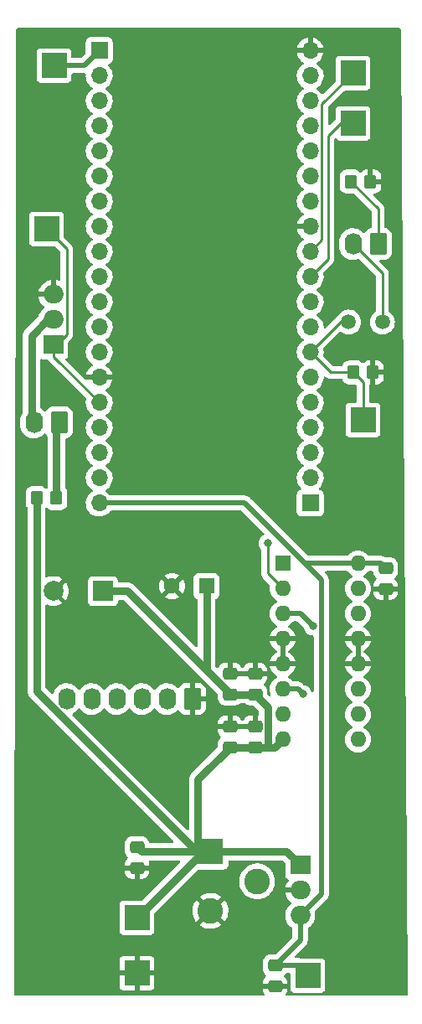
<source format=gtl>
G04 #@! TF.GenerationSoftware,KiCad,Pcbnew,(6.0.10-0)*
G04 #@! TF.CreationDate,2023-04-16T19:02:18-05:00*
G04 #@! TF.ProjectId,v2.0,76322e30-2e6b-4696-9361-645f70636258,v2.0*
G04 #@! TF.SameCoordinates,Original*
G04 #@! TF.FileFunction,Copper,L1,Top*
G04 #@! TF.FilePolarity,Positive*
%FSLAX46Y46*%
G04 Gerber Fmt 4.6, Leading zero omitted, Abs format (unit mm)*
G04 Created by KiCad (PCBNEW (6.0.10-0)) date 2023-04-16 19:02:18*
%MOMM*%
%LPD*%
G01*
G04 APERTURE LIST*
G04 Aperture macros list*
%AMRoundRect*
0 Rectangle with rounded corners*
0 $1 Rounding radius*
0 $2 $3 $4 $5 $6 $7 $8 $9 X,Y pos of 4 corners*
0 Add a 4 corners polygon primitive as box body*
4,1,4,$2,$3,$4,$5,$6,$7,$8,$9,$2,$3,0*
0 Add four circle primitives for the rounded corners*
1,1,$1+$1,$2,$3*
1,1,$1+$1,$4,$5*
1,1,$1+$1,$6,$7*
1,1,$1+$1,$8,$9*
0 Add four rect primitives between the rounded corners*
20,1,$1+$1,$2,$3,$4,$5,0*
20,1,$1+$1,$4,$5,$6,$7,0*
20,1,$1+$1,$6,$7,$8,$9,0*
20,1,$1+$1,$8,$9,$2,$3,0*%
G04 Aperture macros list end*
G04 #@! TA.AperFunction,ComponentPad*
%ADD10RoundRect,0.250000X0.620000X0.845000X-0.620000X0.845000X-0.620000X-0.845000X0.620000X-0.845000X0*%
G04 #@! TD*
G04 #@! TA.AperFunction,ComponentPad*
%ADD11O,1.740000X2.190000*%
G04 #@! TD*
G04 #@! TA.AperFunction,ComponentPad*
%ADD12R,2.000000X2.000000*%
G04 #@! TD*
G04 #@! TA.AperFunction,ComponentPad*
%ADD13C,2.000000*%
G04 #@! TD*
G04 #@! TA.AperFunction,SMDPad,CuDef*
%ADD14RoundRect,0.250000X-0.475000X0.337500X-0.475000X-0.337500X0.475000X-0.337500X0.475000X0.337500X0*%
G04 #@! TD*
G04 #@! TA.AperFunction,SMDPad,CuDef*
%ADD15R,2.500000X2.500000*%
G04 #@! TD*
G04 #@! TA.AperFunction,ComponentPad*
%ADD16R,1.600000X1.600000*%
G04 #@! TD*
G04 #@! TA.AperFunction,ComponentPad*
%ADD17C,1.600000*%
G04 #@! TD*
G04 #@! TA.AperFunction,ComponentPad*
%ADD18O,1.600000X1.600000*%
G04 #@! TD*
G04 #@! TA.AperFunction,SMDPad,CuDef*
%ADD19RoundRect,0.250000X0.475000X-0.337500X0.475000X0.337500X-0.475000X0.337500X-0.475000X-0.337500X0*%
G04 #@! TD*
G04 #@! TA.AperFunction,SMDPad,CuDef*
%ADD20RoundRect,0.250000X-0.350000X-0.450000X0.350000X-0.450000X0.350000X0.450000X-0.350000X0.450000X0*%
G04 #@! TD*
G04 #@! TA.AperFunction,ComponentPad*
%ADD21R,1.700000X1.700000*%
G04 #@! TD*
G04 #@! TA.AperFunction,ComponentPad*
%ADD22O,1.700000X1.700000*%
G04 #@! TD*
G04 #@! TA.AperFunction,ComponentPad*
%ADD23R,2.000000X1.905000*%
G04 #@! TD*
G04 #@! TA.AperFunction,ComponentPad*
%ADD24O,2.000000X1.905000*%
G04 #@! TD*
G04 #@! TA.AperFunction,ComponentPad*
%ADD25C,1.500000*%
G04 #@! TD*
G04 #@! TA.AperFunction,ComponentPad*
%ADD26R,2.600000X2.600000*%
G04 #@! TD*
G04 #@! TA.AperFunction,ComponentPad*
%ADD27C,2.600000*%
G04 #@! TD*
G04 #@! TA.AperFunction,ViaPad*
%ADD28C,0.800000*%
G04 #@! TD*
G04 #@! TA.AperFunction,Conductor*
%ADD29C,0.762000*%
G04 #@! TD*
G04 #@! TA.AperFunction,Conductor*
%ADD30C,0.508000*%
G04 #@! TD*
G04 #@! TA.AperFunction,Conductor*
%ADD31C,0.254000*%
G04 #@! TD*
G04 APERTURE END LIST*
D10*
X213360000Y-101072000D03*
D11*
X210820000Y-101072000D03*
X208280000Y-101072000D03*
X205740000Y-101072000D03*
X203200000Y-101072000D03*
X200660000Y-101072000D03*
D12*
X204342248Y-90170000D03*
D13*
X199342248Y-90170000D03*
D14*
X207772000Y-116056500D03*
X207772000Y-118131500D03*
D15*
X225044000Y-129032000D03*
D16*
X214808134Y-89662000D03*
D17*
X211308134Y-89662000D03*
D15*
X207772000Y-123190000D03*
X230632000Y-72898000D03*
D16*
X222504000Y-87376000D03*
D18*
X222504000Y-89916000D03*
X222504000Y-92456000D03*
X222504000Y-94996000D03*
X222504000Y-97536000D03*
X222504000Y-100076000D03*
X222504000Y-102616000D03*
X222504000Y-105156000D03*
X230124000Y-105156000D03*
X230124000Y-102616000D03*
X230124000Y-100076000D03*
X230124000Y-97536000D03*
X230124000Y-94996000D03*
X230124000Y-92456000D03*
X230124000Y-89916000D03*
X230124000Y-87376000D03*
D19*
X217170000Y-105939500D03*
X217170000Y-103864500D03*
D20*
X229378000Y-48788000D03*
X231378000Y-48788000D03*
D15*
X229616000Y-37846000D03*
D21*
X203962000Y-35560000D03*
D22*
X203962000Y-38100000D03*
X203962000Y-40640000D03*
X203962000Y-43180000D03*
X203962000Y-45720000D03*
X203962000Y-48260000D03*
X203962000Y-50800000D03*
X203962000Y-53340000D03*
X203962000Y-55880000D03*
X203962000Y-58420000D03*
X203962000Y-60960000D03*
X203962000Y-63500000D03*
X203962000Y-66040000D03*
X203962000Y-68580000D03*
X203962000Y-71120000D03*
X203962000Y-73660000D03*
X203962000Y-76200000D03*
X203962000Y-78740000D03*
X203962000Y-81280000D03*
D20*
X231632000Y-68072000D03*
X229632000Y-68072000D03*
D10*
X232156000Y-55098000D03*
D11*
X229616000Y-55098000D03*
D19*
X232918000Y-89937500D03*
X232918000Y-87862500D03*
D20*
X197628000Y-80772000D03*
X199628000Y-80772000D03*
D23*
X199319000Y-65278000D03*
D24*
X199319000Y-62738000D03*
X199319000Y-60198000D03*
D22*
X225298000Y-35560000D03*
X225298000Y-38100000D03*
X225298000Y-40640000D03*
X225298000Y-43180000D03*
X225298000Y-45720000D03*
X225298000Y-48260000D03*
X225298000Y-50800000D03*
X225298000Y-53340000D03*
X225298000Y-55880000D03*
X225298000Y-58420000D03*
X225298000Y-60960000D03*
X225298000Y-63500000D03*
X225298000Y-66040000D03*
X225298000Y-68580000D03*
X225298000Y-71120000D03*
X225298000Y-73660000D03*
X225298000Y-76200000D03*
X225298000Y-78740000D03*
D21*
X225298000Y-81280000D03*
D19*
X219710000Y-100605500D03*
X219710000Y-98530500D03*
X219710000Y-105939500D03*
X219710000Y-103864500D03*
D25*
X232586000Y-62992000D03*
X229186000Y-62992000D03*
D15*
X199390000Y-37084000D03*
D24*
X224282000Y-122936000D03*
X224282000Y-120396000D03*
D23*
X224282000Y-117856000D03*
D15*
X207772000Y-128778000D03*
D10*
X199898000Y-73132000D03*
D11*
X197358000Y-73132000D03*
D14*
X221742000Y-130069500D03*
X221742000Y-127994500D03*
D15*
X229616000Y-42926000D03*
X198628000Y-53594000D03*
D19*
X217170000Y-100605500D03*
X217170000Y-98530500D03*
D26*
X215221000Y-116482000D03*
D27*
X215221000Y-122482000D03*
X219921000Y-119482000D03*
D28*
X225552000Y-93726000D03*
X224536000Y-100584000D03*
X220980000Y-85344000D03*
D29*
X197628000Y-80772000D02*
X197628000Y-100317024D01*
X197628000Y-100317024D02*
X213792976Y-116482000D01*
X213792976Y-116482000D02*
X215221000Y-116482000D01*
D30*
X224282000Y-122936000D02*
X226406000Y-120812000D01*
X226406000Y-120812000D02*
X226406000Y-89008000D01*
X226406000Y-89008000D02*
X224774000Y-87376000D01*
X225552000Y-93726000D02*
X224282000Y-92456000D01*
X224282000Y-92456000D02*
X222504000Y-92456000D01*
X224536000Y-100584000D02*
X224028000Y-100076000D01*
X224028000Y-100076000D02*
X222504000Y-100076000D01*
D31*
X220980000Y-88392000D02*
X220980000Y-85344000D01*
X222504000Y-89916000D02*
X220980000Y-88392000D01*
X232156000Y-55098000D02*
X232156000Y-51566000D01*
X232156000Y-51566000D02*
X229378000Y-48788000D01*
X232586000Y-62992000D02*
X232586000Y-58068000D01*
X232586000Y-58068000D02*
X229616000Y-55098000D01*
X225298000Y-66040000D02*
X228346000Y-62992000D01*
X228346000Y-62992000D02*
X229186000Y-62992000D01*
X229632000Y-68072000D02*
X227330000Y-68072000D01*
X227330000Y-68072000D02*
X225298000Y-66040000D01*
X230632000Y-72898000D02*
X230632000Y-69072000D01*
X230632000Y-69072000D02*
X229632000Y-68072000D01*
D30*
X203962000Y-81280000D02*
X218678000Y-81280000D01*
X218678000Y-81280000D02*
X224774000Y-87376000D01*
X224774000Y-87376000D02*
X230124000Y-87376000D01*
X199390000Y-37084000D02*
X202438000Y-37084000D01*
X202438000Y-37084000D02*
X203962000Y-35560000D01*
D31*
X227076000Y-56642000D02*
X227076000Y-44196000D01*
X225298000Y-58420000D02*
X227076000Y-56642000D01*
X228346000Y-42926000D02*
X229616000Y-42926000D01*
X227076000Y-44196000D02*
X228346000Y-42926000D01*
X229616000Y-37846000D02*
X226475000Y-40987000D01*
X226475000Y-40987000D02*
X226475000Y-54703000D01*
X226475000Y-54703000D02*
X225298000Y-55880000D01*
X203962000Y-71120000D02*
X199319000Y-66477000D01*
X199319000Y-66477000D02*
X199319000Y-65278000D01*
X200660000Y-55626000D02*
X200660000Y-64262000D01*
X198628000Y-53594000D02*
X200660000Y-55626000D01*
X200660000Y-64262000D02*
X199644000Y-65278000D01*
X199644000Y-65278000D02*
X199319000Y-65278000D01*
D29*
X197104000Y-73132000D02*
X197104000Y-64378500D01*
X197104000Y-64378500D02*
X198744500Y-62738000D01*
X198744500Y-62738000D02*
X199319000Y-62738000D01*
X199628000Y-80772000D02*
X199628000Y-73148000D01*
X199628000Y-73148000D02*
X199644000Y-73132000D01*
D30*
X230124000Y-87376000D02*
X232431500Y-87376000D01*
X232431500Y-87376000D02*
X232918000Y-87862500D01*
X221742000Y-127994500D02*
X224282000Y-125454500D01*
X224282000Y-125454500D02*
X224282000Y-122936000D01*
X221742000Y-127994500D02*
X224006500Y-127994500D01*
X224006500Y-127994500D02*
X225044000Y-129032000D01*
D29*
X214808134Y-98156345D02*
X206821789Y-90170000D01*
X206821789Y-90170000D02*
X204342248Y-90170000D01*
X217170000Y-100605500D02*
X217170000Y-100518211D01*
X217170000Y-100518211D02*
X214808134Y-98156345D01*
X214808134Y-98156345D02*
X214808134Y-89662000D01*
X219710000Y-105939500D02*
X221212500Y-105939500D01*
X221212500Y-105939500D02*
X221720500Y-105939500D01*
X219710000Y-100605500D02*
X221016000Y-101911500D01*
X221016000Y-101911500D02*
X221016000Y-105743000D01*
X221016000Y-105743000D02*
X221212500Y-105939500D01*
X217170000Y-100605500D02*
X219710000Y-100605500D01*
X221720500Y-105939500D02*
X222504000Y-105156000D01*
X217170000Y-105939500D02*
X219710000Y-105939500D01*
X213951000Y-116503500D02*
X213951000Y-109158500D01*
X213951000Y-109158500D02*
X217170000Y-105939500D01*
X215221000Y-116482000D02*
X222908000Y-116482000D01*
X222908000Y-116482000D02*
X224282000Y-117856000D01*
X215221000Y-116482000D02*
X214480000Y-116482000D01*
X214480000Y-116482000D02*
X207772000Y-123190000D01*
X207772000Y-116056500D02*
X208197500Y-116482000D01*
X208197500Y-116482000D02*
X215221000Y-116482000D01*
G04 #@! TA.AperFunction,Conductor*
G36*
X234385103Y-33294502D02*
G01*
X234431596Y-33348158D01*
X234442978Y-33399518D01*
X234546597Y-46697240D01*
X235201443Y-130735767D01*
X235203007Y-130936518D01*
X235183537Y-131004793D01*
X235130245Y-131051702D01*
X235077011Y-131063500D01*
X222928475Y-131063500D01*
X222860354Y-131043498D01*
X222813861Y-130989842D01*
X222803757Y-130919568D01*
X222821215Y-130871384D01*
X222904816Y-130735757D01*
X222910963Y-130722576D01*
X222962138Y-130568290D01*
X222965005Y-130554914D01*
X222974672Y-130460562D01*
X222975000Y-130454146D01*
X222975000Y-130341615D01*
X222970525Y-130326376D01*
X222969135Y-130325171D01*
X222961452Y-130323500D01*
X220527116Y-130323500D01*
X220511877Y-130327975D01*
X220510672Y-130329365D01*
X220509001Y-130337048D01*
X220509001Y-130454095D01*
X220509338Y-130460614D01*
X220519257Y-130556206D01*
X220522149Y-130569600D01*
X220573588Y-130723784D01*
X220579761Y-130736962D01*
X220662829Y-130871197D01*
X220681667Y-130939649D01*
X220660506Y-131007418D01*
X220606065Y-131052990D01*
X220555685Y-131063500D01*
X195452329Y-131063500D01*
X195384208Y-131043498D01*
X195337715Y-130989842D01*
X195326329Y-130937173D01*
X195326501Y-130871197D01*
X195328575Y-130072669D01*
X206014001Y-130072669D01*
X206014371Y-130079490D01*
X206019895Y-130130352D01*
X206023521Y-130145604D01*
X206068676Y-130266054D01*
X206077214Y-130281649D01*
X206153715Y-130383724D01*
X206166276Y-130396285D01*
X206268351Y-130472786D01*
X206283946Y-130481324D01*
X206404394Y-130526478D01*
X206419649Y-130530105D01*
X206470514Y-130535631D01*
X206477328Y-130536000D01*
X207499885Y-130536000D01*
X207515124Y-130531525D01*
X207516329Y-130530135D01*
X207518000Y-130522452D01*
X207518000Y-130517884D01*
X208026000Y-130517884D01*
X208030475Y-130533123D01*
X208031865Y-130534328D01*
X208039548Y-130535999D01*
X209066669Y-130535999D01*
X209073490Y-130535629D01*
X209124352Y-130530105D01*
X209139604Y-130526479D01*
X209260054Y-130481324D01*
X209275649Y-130472786D01*
X209377724Y-130396285D01*
X209390285Y-130383724D01*
X209466786Y-130281649D01*
X209475324Y-130266054D01*
X209520478Y-130145606D01*
X209524105Y-130130351D01*
X209529631Y-130079486D01*
X209530000Y-130072672D01*
X209530000Y-129050115D01*
X209525525Y-129034876D01*
X209524135Y-129033671D01*
X209516452Y-129032000D01*
X208044115Y-129032000D01*
X208028876Y-129036475D01*
X208027671Y-129037865D01*
X208026000Y-129045548D01*
X208026000Y-130517884D01*
X207518000Y-130517884D01*
X207518000Y-129050115D01*
X207513525Y-129034876D01*
X207512135Y-129033671D01*
X207504452Y-129032000D01*
X206032116Y-129032000D01*
X206016877Y-129036475D01*
X206015672Y-129037865D01*
X206014001Y-129045548D01*
X206014001Y-130072669D01*
X195328575Y-130072669D01*
X195332645Y-128505885D01*
X206014000Y-128505885D01*
X206018475Y-128521124D01*
X206019865Y-128522329D01*
X206027548Y-128524000D01*
X207499885Y-128524000D01*
X207515124Y-128519525D01*
X207516329Y-128518135D01*
X207518000Y-128510452D01*
X207518000Y-128505885D01*
X208026000Y-128505885D01*
X208030475Y-128521124D01*
X208031865Y-128522329D01*
X208039548Y-128524000D01*
X209511884Y-128524000D01*
X209527123Y-128519525D01*
X209528328Y-128518135D01*
X209529999Y-128510452D01*
X209529999Y-127483331D01*
X209529629Y-127476510D01*
X209524105Y-127425648D01*
X209520479Y-127410396D01*
X209475324Y-127289946D01*
X209466786Y-127274351D01*
X209390285Y-127172276D01*
X209377724Y-127159715D01*
X209275649Y-127083214D01*
X209260054Y-127074676D01*
X209139606Y-127029522D01*
X209124351Y-127025895D01*
X209073486Y-127020369D01*
X209066672Y-127020000D01*
X208044115Y-127020000D01*
X208028876Y-127024475D01*
X208027671Y-127025865D01*
X208026000Y-127033548D01*
X208026000Y-128505885D01*
X207518000Y-128505885D01*
X207518000Y-127038116D01*
X207513525Y-127022877D01*
X207512135Y-127021672D01*
X207504452Y-127020001D01*
X206477331Y-127020001D01*
X206470510Y-127020371D01*
X206419648Y-127025895D01*
X206404396Y-127029521D01*
X206283946Y-127074676D01*
X206268351Y-127083214D01*
X206166276Y-127159715D01*
X206153715Y-127172276D01*
X206077214Y-127274351D01*
X206068676Y-127289946D01*
X206023522Y-127410394D01*
X206019895Y-127425649D01*
X206014369Y-127476514D01*
X206014000Y-127483328D01*
X206014000Y-128505885D01*
X195332645Y-128505885D01*
X195358592Y-118516095D01*
X206539001Y-118516095D01*
X206539338Y-118522614D01*
X206549257Y-118618206D01*
X206552149Y-118631600D01*
X206603588Y-118785784D01*
X206609761Y-118798962D01*
X206695063Y-118936807D01*
X206704099Y-118948208D01*
X206818829Y-119062739D01*
X206830240Y-119071751D01*
X206968243Y-119156816D01*
X206981424Y-119162963D01*
X207135710Y-119214138D01*
X207149086Y-119217005D01*
X207243438Y-119226672D01*
X207249854Y-119227000D01*
X207499885Y-119227000D01*
X207515124Y-119222525D01*
X207516329Y-119221135D01*
X207518000Y-119213452D01*
X207518000Y-119208884D01*
X208026000Y-119208884D01*
X208030475Y-119224123D01*
X208031865Y-119225328D01*
X208039548Y-119226999D01*
X208294095Y-119226999D01*
X208300614Y-119226662D01*
X208396206Y-119216743D01*
X208409600Y-119213851D01*
X208563784Y-119162412D01*
X208576962Y-119156239D01*
X208714807Y-119070937D01*
X208726208Y-119061901D01*
X208840739Y-118947171D01*
X208849751Y-118935760D01*
X208934816Y-118797757D01*
X208940963Y-118784576D01*
X208992138Y-118630290D01*
X208995005Y-118616914D01*
X209004672Y-118522562D01*
X209005000Y-118516146D01*
X209005000Y-118403615D01*
X209000525Y-118388376D01*
X208999135Y-118387171D01*
X208991452Y-118385500D01*
X208044115Y-118385500D01*
X208028876Y-118389975D01*
X208027671Y-118391365D01*
X208026000Y-118399048D01*
X208026000Y-119208884D01*
X207518000Y-119208884D01*
X207518000Y-118403615D01*
X207513525Y-118388376D01*
X207512135Y-118387171D01*
X207504452Y-118385500D01*
X206557116Y-118385500D01*
X206541877Y-118389975D01*
X206540672Y-118391365D01*
X206539001Y-118399048D01*
X206539001Y-118516095D01*
X195358592Y-118516095D01*
X195422033Y-94091274D01*
X195475736Y-73415738D01*
X195979500Y-73415738D01*
X195994295Y-73590102D01*
X195995633Y-73595259D01*
X195995634Y-73595262D01*
X196030582Y-73729908D01*
X196053067Y-73816540D01*
X196149150Y-74029837D01*
X196279798Y-74223896D01*
X196441276Y-74393168D01*
X196628965Y-74532813D01*
X196633716Y-74535229D01*
X196633720Y-74535231D01*
X196747794Y-74593229D01*
X196837500Y-74638838D01*
X197060917Y-74708210D01*
X197066204Y-74708911D01*
X197066205Y-74708911D01*
X197287545Y-74738248D01*
X197287549Y-74738248D01*
X197292829Y-74738948D01*
X197298158Y-74738748D01*
X197298160Y-74738748D01*
X197409716Y-74734560D01*
X197526604Y-74730172D01*
X197650523Y-74704171D01*
X197750332Y-74683229D01*
X197750335Y-74683228D01*
X197755559Y-74682132D01*
X197973146Y-74596203D01*
X198082860Y-74529627D01*
X198168583Y-74477609D01*
X198168586Y-74477607D01*
X198173144Y-74474841D01*
X198349834Y-74321517D01*
X198380408Y-74284229D01*
X198439067Y-74244236D01*
X198510038Y-74242305D01*
X198570786Y-74279050D01*
X198585733Y-74301390D01*
X198586450Y-74300946D01*
X198679522Y-74451348D01*
X198684704Y-74456521D01*
X198684708Y-74456526D01*
X198701518Y-74473307D01*
X198735597Y-74535589D01*
X198738500Y-74562479D01*
X198738500Y-79705575D01*
X198718498Y-79773696D01*
X198664842Y-79820189D01*
X198594568Y-79830293D01*
X198529988Y-79800799D01*
X198523482Y-79794748D01*
X198456483Y-79727866D01*
X198451303Y-79722695D01*
X198442457Y-79717242D01*
X198306968Y-79633725D01*
X198306966Y-79633724D01*
X198300738Y-79629885D01*
X198140254Y-79576655D01*
X198139389Y-79576368D01*
X198139387Y-79576368D01*
X198132861Y-79574203D01*
X198126025Y-79573503D01*
X198126022Y-79573502D01*
X198082969Y-79569091D01*
X198028400Y-79563500D01*
X197227600Y-79563500D01*
X197224354Y-79563837D01*
X197224350Y-79563837D01*
X197128692Y-79573762D01*
X197128688Y-79573763D01*
X197121834Y-79574474D01*
X197115298Y-79576655D01*
X197115296Y-79576655D01*
X196987498Y-79619292D01*
X196954054Y-79630450D01*
X196803652Y-79723522D01*
X196678695Y-79848697D01*
X196674855Y-79854927D01*
X196674854Y-79854928D01*
X196629655Y-79928255D01*
X196585885Y-79999262D01*
X196530203Y-80167139D01*
X196529503Y-80173975D01*
X196529502Y-80173978D01*
X196527686Y-80191703D01*
X196519500Y-80271600D01*
X196519500Y-81272400D01*
X196530474Y-81378166D01*
X196586450Y-81545946D01*
X196679522Y-81696348D01*
X196684704Y-81701521D01*
X196684708Y-81701526D01*
X196701518Y-81718307D01*
X196735597Y-81780589D01*
X196738500Y-81807479D01*
X196738500Y-100237099D01*
X196736949Y-100256809D01*
X196734826Y-100270214D01*
X196735171Y-100276802D01*
X196735171Y-100276806D01*
X196738327Y-100337023D01*
X196738500Y-100343617D01*
X196738500Y-100363644D01*
X196738844Y-100366915D01*
X196738844Y-100366919D01*
X196740593Y-100383563D01*
X196741110Y-100390137D01*
X196744611Y-100456939D01*
X196746320Y-100463316D01*
X196746320Y-100463317D01*
X196748124Y-100470047D01*
X196751728Y-100489494D01*
X196753145Y-100502980D01*
X196755187Y-100509264D01*
X196773818Y-100566606D01*
X196775691Y-100572930D01*
X196793006Y-100637548D01*
X196799167Y-100649640D01*
X196806730Y-100667899D01*
X196810925Y-100680809D01*
X196838033Y-100727762D01*
X196844376Y-100738748D01*
X196847523Y-100744544D01*
X196877893Y-100804149D01*
X196882050Y-100809282D01*
X196886432Y-100814694D01*
X196897625Y-100830979D01*
X196901116Y-100837026D01*
X196901119Y-100837029D01*
X196904415Y-100842739D01*
X196908827Y-100847639D01*
X196908830Y-100847643D01*
X196949175Y-100892449D01*
X196953463Y-100897470D01*
X196966063Y-100913030D01*
X196980210Y-100927177D01*
X196984751Y-100931961D01*
X197029530Y-100981693D01*
X197040518Y-100989676D01*
X197055546Y-101002513D01*
X211430438Y-115377405D01*
X211464464Y-115439717D01*
X211459399Y-115510532D01*
X211416852Y-115567368D01*
X211350332Y-115592179D01*
X211341343Y-115592500D01*
X209095214Y-115592500D01*
X209027093Y-115572498D01*
X208980600Y-115518842D01*
X208975690Y-115506376D01*
X208940868Y-115402002D01*
X208938550Y-115395054D01*
X208845478Y-115244652D01*
X208720303Y-115119695D01*
X208630412Y-115064285D01*
X208575968Y-115030725D01*
X208575966Y-115030724D01*
X208569738Y-115026885D01*
X208409254Y-114973655D01*
X208408389Y-114973368D01*
X208408387Y-114973368D01*
X208401861Y-114971203D01*
X208395025Y-114970503D01*
X208395022Y-114970502D01*
X208351969Y-114966091D01*
X208297400Y-114960500D01*
X207246600Y-114960500D01*
X207243354Y-114960837D01*
X207243350Y-114960837D01*
X207147692Y-114970762D01*
X207147688Y-114970763D01*
X207140834Y-114971474D01*
X207134298Y-114973655D01*
X207134296Y-114973655D01*
X207002194Y-115017728D01*
X206973054Y-115027450D01*
X206822652Y-115120522D01*
X206697695Y-115245697D01*
X206693855Y-115251927D01*
X206693854Y-115251928D01*
X206616509Y-115377405D01*
X206604885Y-115396262D01*
X206602581Y-115403209D01*
X206566984Y-115510532D01*
X206549203Y-115564139D01*
X206548503Y-115570975D01*
X206548502Y-115570978D01*
X206546638Y-115589171D01*
X206538500Y-115668600D01*
X206538500Y-116444400D01*
X206549474Y-116550166D01*
X206605450Y-116717946D01*
X206698522Y-116868348D01*
X206823697Y-116993305D01*
X206828235Y-116996102D01*
X206868824Y-117053353D01*
X206872054Y-117124276D01*
X206836428Y-117185687D01*
X206827932Y-117193062D01*
X206817793Y-117201098D01*
X206703261Y-117315829D01*
X206694249Y-117327240D01*
X206609184Y-117465243D01*
X206603037Y-117478424D01*
X206551862Y-117632710D01*
X206548995Y-117646086D01*
X206539328Y-117740438D01*
X206539000Y-117746855D01*
X206539000Y-117859385D01*
X206543475Y-117874624D01*
X206544865Y-117875829D01*
X206552548Y-117877500D01*
X208986884Y-117877500D01*
X209002123Y-117873025D01*
X209003328Y-117871635D01*
X209004999Y-117863952D01*
X209004999Y-117746905D01*
X209004662Y-117740386D01*
X208994743Y-117644794D01*
X208991850Y-117631397D01*
X208960483Y-117537375D01*
X208957899Y-117466426D01*
X208994083Y-117405342D01*
X209057548Y-117373518D01*
X209080007Y-117371500D01*
X212028367Y-117371500D01*
X212096488Y-117391502D01*
X212142981Y-117445158D01*
X212153085Y-117515432D01*
X212123591Y-117580012D01*
X212117462Y-117586595D01*
X208309462Y-121394595D01*
X208247150Y-121428621D01*
X208220367Y-121431500D01*
X206473866Y-121431500D01*
X206411684Y-121438255D01*
X206275295Y-121489385D01*
X206158739Y-121576739D01*
X206071385Y-121693295D01*
X206020255Y-121829684D01*
X206013500Y-121891866D01*
X206013500Y-124488134D01*
X206020255Y-124550316D01*
X206071385Y-124686705D01*
X206158739Y-124803261D01*
X206275295Y-124890615D01*
X206411684Y-124941745D01*
X206473866Y-124948500D01*
X209070134Y-124948500D01*
X209132316Y-124941745D01*
X209268705Y-124890615D01*
X209385261Y-124803261D01*
X209472615Y-124686705D01*
X209523745Y-124550316D01*
X209530500Y-124488134D01*
X209530500Y-123926906D01*
X214140839Y-123926906D01*
X214149553Y-123938427D01*
X214256452Y-124016809D01*
X214264351Y-124021745D01*
X214493905Y-124142519D01*
X214502454Y-124146236D01*
X214747327Y-124231749D01*
X214756336Y-124234163D01*
X215011166Y-124282544D01*
X215020423Y-124283598D01*
X215279607Y-124293783D01*
X215288921Y-124293457D01*
X215546753Y-124265220D01*
X215555930Y-124263519D01*
X215806758Y-124197481D01*
X215815574Y-124194445D01*
X216053880Y-124092062D01*
X216062167Y-124087748D01*
X216282718Y-123951266D01*
X216290268Y-123945780D01*
X216295559Y-123941301D01*
X216303997Y-123928497D01*
X216297935Y-123918145D01*
X215233812Y-122854022D01*
X215219868Y-122846408D01*
X215218035Y-122846539D01*
X215211420Y-122850790D01*
X214147497Y-123914713D01*
X214140839Y-123926906D01*
X209530500Y-123926906D01*
X209530500Y-122741633D01*
X209550502Y-122673512D01*
X209567405Y-122652538D01*
X209780732Y-122439211D01*
X213408775Y-122439211D01*
X213421220Y-122698288D01*
X213422356Y-122707543D01*
X213472961Y-122961945D01*
X213475449Y-122970917D01*
X213563095Y-123215033D01*
X213566895Y-123223568D01*
X213689658Y-123452042D01*
X213694666Y-123459904D01*
X213764720Y-123553716D01*
X213775979Y-123562165D01*
X213788397Y-123555393D01*
X214848978Y-122494812D01*
X214855356Y-122483132D01*
X215585408Y-122483132D01*
X215585539Y-122484965D01*
X215589790Y-122491580D01*
X216657094Y-123558884D01*
X216669474Y-123565644D01*
X216677815Y-123559400D01*
X216811832Y-123351048D01*
X216816275Y-123342864D01*
X216922807Y-123106370D01*
X216925997Y-123097605D01*
X216996402Y-122847972D01*
X216998262Y-122838830D01*
X217031187Y-122580019D01*
X217031668Y-122573733D01*
X217033987Y-122485160D01*
X217033836Y-122478851D01*
X217014501Y-122218663D01*
X217013125Y-122209457D01*
X216955878Y-121956467D01*
X216953154Y-121947556D01*
X216859143Y-121705806D01*
X216855132Y-121697397D01*
X216726422Y-121472202D01*
X216721211Y-121464476D01*
X216677996Y-121409658D01*
X216666071Y-121401187D01*
X216654537Y-121407673D01*
X215593022Y-122469188D01*
X215585408Y-122483132D01*
X214855356Y-122483132D01*
X214856592Y-122480868D01*
X214856461Y-122479035D01*
X214852210Y-122472420D01*
X213786816Y-121407026D01*
X213773507Y-121399758D01*
X213763472Y-121406878D01*
X213747937Y-121425556D01*
X213742531Y-121433135D01*
X213607965Y-121654891D01*
X213603736Y-121663192D01*
X213503432Y-121902389D01*
X213500471Y-121911239D01*
X213436628Y-122162625D01*
X213435006Y-122171822D01*
X213409020Y-122429885D01*
X213408775Y-122439211D01*
X209780732Y-122439211D01*
X211185254Y-121034689D01*
X214138102Y-121034689D01*
X214142675Y-121044465D01*
X215208188Y-122109978D01*
X215222132Y-122117592D01*
X215223965Y-122117461D01*
X215230580Y-122113210D01*
X216295349Y-121048441D01*
X216301733Y-121036751D01*
X216292321Y-121024641D01*
X216145045Y-120922471D01*
X216137010Y-120917738D01*
X215904376Y-120803016D01*
X215895743Y-120799528D01*
X215648703Y-120720450D01*
X215639643Y-120718274D01*
X215383630Y-120676580D01*
X215374343Y-120675768D01*
X215114992Y-120672373D01*
X215105681Y-120672943D01*
X214848682Y-120707919D01*
X214839546Y-120709860D01*
X214590543Y-120782439D01*
X214581800Y-120785707D01*
X214346252Y-120894296D01*
X214338097Y-120898816D01*
X214147240Y-121023947D01*
X214138102Y-121034689D01*
X211185254Y-121034689D01*
X212785417Y-119434526D01*
X218108050Y-119434526D01*
X218108274Y-119439192D01*
X218108274Y-119439197D01*
X218110179Y-119478851D01*
X218120947Y-119703019D01*
X218173388Y-119966656D01*
X218264220Y-120219646D01*
X218391450Y-120456431D01*
X218394241Y-120460168D01*
X218394245Y-120460175D01*
X218441906Y-120524000D01*
X218552281Y-120671810D01*
X218555590Y-120675090D01*
X218555595Y-120675096D01*
X218682324Y-120800723D01*
X218743180Y-120861050D01*
X218746942Y-120863808D01*
X218746945Y-120863811D01*
X218859299Y-120946192D01*
X218959954Y-121019995D01*
X218964089Y-121022171D01*
X218964093Y-121022173D01*
X219193698Y-121142975D01*
X219197840Y-121145154D01*
X219451613Y-121233775D01*
X219456206Y-121234647D01*
X219711109Y-121283042D01*
X219711112Y-121283042D01*
X219715698Y-121283913D01*
X219843370Y-121288929D01*
X219979625Y-121294283D01*
X219979630Y-121294283D01*
X219984293Y-121294466D01*
X220088607Y-121283042D01*
X220246844Y-121265713D01*
X220246850Y-121265712D01*
X220251497Y-121265203D01*
X220333824Y-121243528D01*
X220506918Y-121197956D01*
X220506920Y-121197955D01*
X220511441Y-121196765D01*
X220515738Y-121194919D01*
X220754120Y-121092502D01*
X220754122Y-121092501D01*
X220758414Y-121090657D01*
X220933283Y-120982445D01*
X220983017Y-120951669D01*
X220983021Y-120951666D01*
X220986990Y-120949210D01*
X221192149Y-120775530D01*
X221369382Y-120573434D01*
X221514797Y-120347361D01*
X221625199Y-120102278D01*
X221662209Y-119971051D01*
X221696893Y-119848072D01*
X221696894Y-119848069D01*
X221698163Y-119843568D01*
X221716043Y-119703019D01*
X221731688Y-119580045D01*
X221731688Y-119580041D01*
X221732086Y-119576915D01*
X221734571Y-119482000D01*
X221714650Y-119213937D01*
X221713507Y-119208884D01*
X221656361Y-118956331D01*
X221656360Y-118956326D01*
X221655327Y-118951763D01*
X221557902Y-118701238D01*
X221424518Y-118467864D01*
X221373869Y-118403615D01*
X221358416Y-118384014D01*
X221258105Y-118256769D01*
X221062317Y-118072591D01*
X220841457Y-117919374D01*
X220837264Y-117917306D01*
X220604564Y-117802551D01*
X220604561Y-117802550D01*
X220600376Y-117800486D01*
X220552745Y-117785239D01*
X220498621Y-117767914D01*
X220344370Y-117718538D01*
X220339763Y-117717788D01*
X220339760Y-117717787D01*
X220083674Y-117676081D01*
X220083675Y-117676081D01*
X220079063Y-117675330D01*
X219948719Y-117673624D01*
X219814961Y-117671873D01*
X219814958Y-117671873D01*
X219810284Y-117671812D01*
X219543937Y-117708060D01*
X219285874Y-117783278D01*
X219041763Y-117895815D01*
X219037854Y-117898378D01*
X218820881Y-118040631D01*
X218820876Y-118040635D01*
X218816968Y-118043197D01*
X218616426Y-118222188D01*
X218444544Y-118428854D01*
X218305096Y-118658656D01*
X218303287Y-118662970D01*
X218303285Y-118662974D01*
X218251787Y-118785784D01*
X218201148Y-118906545D01*
X218134981Y-119167077D01*
X218108050Y-119434526D01*
X212785417Y-119434526D01*
X213892538Y-118327405D01*
X213954850Y-118293379D01*
X213981633Y-118290500D01*
X216569134Y-118290500D01*
X216631316Y-118283745D01*
X216767705Y-118232615D01*
X216884261Y-118145261D01*
X216971615Y-118028705D01*
X217022745Y-117892316D01*
X217029500Y-117830134D01*
X217029500Y-117497500D01*
X217049502Y-117429379D01*
X217103158Y-117382886D01*
X217155500Y-117371500D01*
X222487367Y-117371500D01*
X222555488Y-117391502D01*
X222576462Y-117408405D01*
X222736595Y-117568538D01*
X222770621Y-117630850D01*
X222773500Y-117657633D01*
X222773500Y-118856634D01*
X222780255Y-118918816D01*
X222831385Y-119055205D01*
X222918739Y-119171761D01*
X223035295Y-119259115D01*
X223055683Y-119266758D01*
X223112447Y-119309401D01*
X223137146Y-119375962D01*
X223121938Y-119445311D01*
X223110334Y-119462832D01*
X223017055Y-119580944D01*
X223011350Y-119589531D01*
X222900286Y-119790722D01*
X222896056Y-119800134D01*
X222819341Y-120016768D01*
X222816707Y-120026739D01*
X222799353Y-120124163D01*
X222800813Y-120137460D01*
X222815370Y-120142000D01*
X224410000Y-120142000D01*
X224478121Y-120162002D01*
X224524614Y-120215658D01*
X224536000Y-120268000D01*
X224536000Y-120524000D01*
X224515998Y-120592121D01*
X224462342Y-120638614D01*
X224410000Y-120650000D01*
X222813904Y-120650000D01*
X222800560Y-120653918D01*
X222798573Y-120668194D01*
X222808110Y-120730515D01*
X222810499Y-120740543D01*
X222881898Y-120958988D01*
X222885895Y-120968497D01*
X222992011Y-121172344D01*
X222997505Y-121181069D01*
X223135493Y-121364852D01*
X223142336Y-121372559D01*
X223308491Y-121531339D01*
X223316498Y-121537823D01*
X223349356Y-121560237D01*
X223394359Y-121615148D01*
X223402532Y-121685672D01*
X223371278Y-121749420D01*
X223346796Y-121770116D01*
X223344365Y-121771689D01*
X223340023Y-121774498D01*
X223162330Y-121936186D01*
X223159128Y-121940241D01*
X223016633Y-122120670D01*
X223016630Y-122120675D01*
X223013432Y-122124724D01*
X223010939Y-122129240D01*
X223010937Y-122129243D01*
X222966657Y-122209457D01*
X222897326Y-122335050D01*
X222895602Y-122339919D01*
X222895600Y-122339923D01*
X222818856Y-122556640D01*
X222817130Y-122561515D01*
X222816223Y-122566608D01*
X222816222Y-122566611D01*
X222794343Y-122689443D01*
X222774999Y-122798037D01*
X222772064Y-123038263D01*
X222808404Y-123275744D01*
X222830342Y-123342864D01*
X222881434Y-123499183D01*
X222881437Y-123499189D01*
X222883042Y-123504101D01*
X222993975Y-123717200D01*
X223138223Y-123909320D01*
X223311912Y-124075301D01*
X223316186Y-124078216D01*
X223316189Y-124078219D01*
X223464504Y-124179393D01*
X223509507Y-124234304D01*
X223519500Y-124283481D01*
X223519500Y-125086472D01*
X223499498Y-125154593D01*
X223482595Y-125175567D01*
X221796567Y-126861595D01*
X221734255Y-126895621D01*
X221707472Y-126898500D01*
X221216600Y-126898500D01*
X221213354Y-126898837D01*
X221213350Y-126898837D01*
X221117692Y-126908762D01*
X221117688Y-126908763D01*
X221110834Y-126909474D01*
X221104298Y-126911655D01*
X221104296Y-126911655D01*
X220972194Y-126955728D01*
X220943054Y-126965450D01*
X220792652Y-127058522D01*
X220667695Y-127183697D01*
X220663855Y-127189927D01*
X220663854Y-127189928D01*
X220606466Y-127283029D01*
X220574885Y-127334262D01*
X220519203Y-127502139D01*
X220508500Y-127606600D01*
X220508500Y-128382400D01*
X220519474Y-128488166D01*
X220521655Y-128494702D01*
X220521655Y-128494704D01*
X220530872Y-128522329D01*
X220575450Y-128655946D01*
X220668522Y-128806348D01*
X220793697Y-128931305D01*
X220798235Y-128934102D01*
X220838824Y-128991353D01*
X220842054Y-129062276D01*
X220806428Y-129123687D01*
X220797932Y-129131062D01*
X220787793Y-129139098D01*
X220673261Y-129253829D01*
X220664249Y-129265240D01*
X220579184Y-129403243D01*
X220573037Y-129416424D01*
X220521862Y-129570710D01*
X220518995Y-129584086D01*
X220509328Y-129678438D01*
X220509000Y-129684855D01*
X220509000Y-129797385D01*
X220513475Y-129812624D01*
X220514865Y-129813829D01*
X220522548Y-129815500D01*
X222956884Y-129815500D01*
X222972123Y-129811025D01*
X222973328Y-129809635D01*
X222974999Y-129801952D01*
X222974999Y-129684905D01*
X222974662Y-129678386D01*
X222964743Y-129582794D01*
X222961851Y-129569400D01*
X222910412Y-129415216D01*
X222904239Y-129402038D01*
X222818937Y-129264193D01*
X222809901Y-129252792D01*
X222695172Y-129138262D01*
X222686238Y-129131206D01*
X222645177Y-129073288D01*
X222641947Y-129002365D01*
X222677574Y-128940954D01*
X222685407Y-128934154D01*
X222691348Y-128930478D01*
X222816305Y-128805303D01*
X222817334Y-128803634D01*
X222873456Y-128763845D01*
X222914419Y-128757000D01*
X223159500Y-128757000D01*
X223227621Y-128777002D01*
X223274114Y-128830658D01*
X223285500Y-128883000D01*
X223285500Y-130330134D01*
X223292255Y-130392316D01*
X223343385Y-130528705D01*
X223430739Y-130645261D01*
X223547295Y-130732615D01*
X223683684Y-130783745D01*
X223745866Y-130790500D01*
X226342134Y-130790500D01*
X226404316Y-130783745D01*
X226540705Y-130732615D01*
X226657261Y-130645261D01*
X226744615Y-130528705D01*
X226795745Y-130392316D01*
X226802500Y-130330134D01*
X226802500Y-127733866D01*
X226795745Y-127671684D01*
X226744615Y-127535295D01*
X226657261Y-127418739D01*
X226540705Y-127331385D01*
X226404316Y-127280255D01*
X226342134Y-127273500D01*
X224288920Y-127273500D01*
X224251929Y-127267509D01*
X224248821Y-127266056D01*
X224241656Y-127264566D01*
X224241654Y-127264565D01*
X224201792Y-127256274D01*
X224176943Y-127251106D01*
X224172671Y-127250139D01*
X224101388Y-127232696D01*
X224095789Y-127232349D01*
X224095785Y-127232348D01*
X224090170Y-127232000D01*
X224090172Y-127231961D01*
X224086271Y-127231728D01*
X224081912Y-127231339D01*
X224074744Y-127229848D01*
X224067427Y-127230046D01*
X223996923Y-127231954D01*
X223993514Y-127232000D01*
X223887028Y-127232000D01*
X223818907Y-127211998D01*
X223772414Y-127158342D01*
X223762310Y-127088068D01*
X223791804Y-127023488D01*
X223797933Y-127016905D01*
X224773528Y-126041310D01*
X224787941Y-126028923D01*
X224799665Y-126020295D01*
X224805564Y-126015954D01*
X224839979Y-125975445D01*
X224846909Y-125967929D01*
X224852653Y-125962185D01*
X224854927Y-125959311D01*
X224854933Y-125959304D01*
X224870372Y-125939789D01*
X224873163Y-125936385D01*
X224915945Y-125886028D01*
X224915948Y-125886024D01*
X224920684Y-125880449D01*
X224924011Y-125873934D01*
X224927392Y-125868864D01*
X224930617Y-125863642D01*
X224935160Y-125857900D01*
X224966246Y-125791388D01*
X224968152Y-125787488D01*
X224998213Y-125728617D01*
X225001543Y-125722096D01*
X225003284Y-125714979D01*
X225005411Y-125709261D01*
X225007342Y-125703455D01*
X225010443Y-125696821D01*
X225025391Y-125624961D01*
X225026359Y-125620681D01*
X225042469Y-125554843D01*
X225043804Y-125549388D01*
X225044500Y-125538170D01*
X225044539Y-125538172D01*
X225044772Y-125534271D01*
X225045161Y-125529912D01*
X225046652Y-125522744D01*
X225044546Y-125444924D01*
X225044500Y-125441515D01*
X225044500Y-124282166D01*
X225064502Y-124214045D01*
X225102060Y-124176374D01*
X225219637Y-124100310D01*
X225219640Y-124100308D01*
X225223977Y-124097502D01*
X225401670Y-123935814D01*
X225462347Y-123858983D01*
X225547367Y-123751330D01*
X225547370Y-123751325D01*
X225550568Y-123747276D01*
X225564885Y-123721342D01*
X225664177Y-123541474D01*
X225664179Y-123541470D01*
X225666674Y-123536950D01*
X225746870Y-123310485D01*
X225752183Y-123280659D01*
X225788095Y-123079052D01*
X225788096Y-123079046D01*
X225789001Y-123073963D01*
X225791936Y-122833737D01*
X225767418Y-122673512D01*
X225757877Y-122611160D01*
X225767345Y-122540797D01*
X225793332Y-122503006D01*
X226897528Y-121398810D01*
X226911941Y-121386423D01*
X226923665Y-121377795D01*
X226929564Y-121373454D01*
X226963979Y-121332945D01*
X226970909Y-121325429D01*
X226976653Y-121319685D01*
X226978927Y-121316811D01*
X226978933Y-121316804D01*
X226994372Y-121297289D01*
X226997163Y-121293885D01*
X227039945Y-121243528D01*
X227039948Y-121243524D01*
X227044684Y-121237949D01*
X227048012Y-121231432D01*
X227051389Y-121226368D01*
X227054616Y-121221144D01*
X227059160Y-121215400D01*
X227090242Y-121148896D01*
X227092147Y-121144999D01*
X227125543Y-121079596D01*
X227127284Y-121072482D01*
X227129416Y-121066748D01*
X227131344Y-121060952D01*
X227134444Y-121054320D01*
X227149395Y-120982440D01*
X227150365Y-120978156D01*
X227167804Y-120906888D01*
X227168500Y-120895670D01*
X227168537Y-120895672D01*
X227168773Y-120891773D01*
X227169163Y-120887402D01*
X227170652Y-120880243D01*
X227168546Y-120802423D01*
X227168500Y-120799014D01*
X227168500Y-105156000D01*
X228810502Y-105156000D01*
X228830457Y-105384087D01*
X228889716Y-105605243D01*
X228892039Y-105610224D01*
X228892039Y-105610225D01*
X228984151Y-105807762D01*
X228984154Y-105807767D01*
X228986477Y-105812749D01*
X229117802Y-106000300D01*
X229279700Y-106162198D01*
X229284208Y-106165355D01*
X229284211Y-106165357D01*
X229362389Y-106220098D01*
X229467251Y-106293523D01*
X229472233Y-106295846D01*
X229472238Y-106295849D01*
X229669775Y-106387961D01*
X229674757Y-106390284D01*
X229680065Y-106391706D01*
X229680067Y-106391707D01*
X229890598Y-106448119D01*
X229890600Y-106448119D01*
X229895913Y-106449543D01*
X230124000Y-106469498D01*
X230352087Y-106449543D01*
X230357400Y-106448119D01*
X230357402Y-106448119D01*
X230567933Y-106391707D01*
X230567935Y-106391706D01*
X230573243Y-106390284D01*
X230578225Y-106387961D01*
X230775762Y-106295849D01*
X230775767Y-106295846D01*
X230780749Y-106293523D01*
X230885611Y-106220098D01*
X230963789Y-106165357D01*
X230963792Y-106165355D01*
X230968300Y-106162198D01*
X231130198Y-106000300D01*
X231261523Y-105812749D01*
X231263846Y-105807767D01*
X231263849Y-105807762D01*
X231355961Y-105610225D01*
X231355961Y-105610224D01*
X231358284Y-105605243D01*
X231417543Y-105384087D01*
X231437498Y-105156000D01*
X231417543Y-104927913D01*
X231412864Y-104910450D01*
X231359707Y-104712067D01*
X231359706Y-104712065D01*
X231358284Y-104706757D01*
X231355961Y-104701775D01*
X231263849Y-104504238D01*
X231263846Y-104504233D01*
X231261523Y-104499251D01*
X231167239Y-104364600D01*
X231133357Y-104316211D01*
X231133355Y-104316208D01*
X231130198Y-104311700D01*
X230968300Y-104149802D01*
X230963792Y-104146645D01*
X230963789Y-104146643D01*
X230885611Y-104091902D01*
X230780749Y-104018477D01*
X230775767Y-104016154D01*
X230775762Y-104016151D01*
X230741543Y-104000195D01*
X230688258Y-103953278D01*
X230668797Y-103885001D01*
X230689339Y-103817041D01*
X230741543Y-103771805D01*
X230775762Y-103755849D01*
X230775767Y-103755846D01*
X230780749Y-103753523D01*
X230885611Y-103680098D01*
X230963789Y-103625357D01*
X230963792Y-103625355D01*
X230968300Y-103622198D01*
X231130198Y-103460300D01*
X231261523Y-103272749D01*
X231263846Y-103267767D01*
X231263849Y-103267762D01*
X231355961Y-103070225D01*
X231355961Y-103070224D01*
X231358284Y-103065243D01*
X231395846Y-102925063D01*
X231416119Y-102849402D01*
X231416119Y-102849400D01*
X231417543Y-102844087D01*
X231437498Y-102616000D01*
X231417543Y-102387913D01*
X231375920Y-102232576D01*
X231359707Y-102172067D01*
X231359706Y-102172065D01*
X231358284Y-102166757D01*
X231318115Y-102080614D01*
X231263849Y-101964238D01*
X231263846Y-101964233D01*
X231261523Y-101959251D01*
X231130198Y-101771700D01*
X230968300Y-101609802D01*
X230963792Y-101606645D01*
X230963789Y-101606643D01*
X230876228Y-101545332D01*
X230780749Y-101478477D01*
X230775767Y-101476154D01*
X230775762Y-101476151D01*
X230741543Y-101460195D01*
X230688258Y-101413278D01*
X230668797Y-101345001D01*
X230689339Y-101277041D01*
X230741543Y-101231805D01*
X230775762Y-101215849D01*
X230775767Y-101215846D01*
X230780749Y-101213523D01*
X230934730Y-101105704D01*
X230963789Y-101085357D01*
X230963792Y-101085355D01*
X230968300Y-101082198D01*
X231130198Y-100920300D01*
X231145139Y-100898963D01*
X231192741Y-100830979D01*
X231261523Y-100732749D01*
X231263846Y-100727767D01*
X231263849Y-100727762D01*
X231355961Y-100530225D01*
X231355961Y-100530224D01*
X231358284Y-100525243D01*
X231363508Y-100505749D01*
X231416119Y-100309402D01*
X231416119Y-100309400D01*
X231417543Y-100304087D01*
X231437498Y-100076000D01*
X231417543Y-99847913D01*
X231403004Y-99793652D01*
X231359707Y-99632067D01*
X231359706Y-99632065D01*
X231358284Y-99626757D01*
X231344704Y-99597635D01*
X231263849Y-99424238D01*
X231263846Y-99424233D01*
X231261523Y-99419251D01*
X231173470Y-99293498D01*
X231133357Y-99236211D01*
X231133355Y-99236208D01*
X231130198Y-99231700D01*
X230968300Y-99069802D01*
X230963792Y-99066645D01*
X230963789Y-99066643D01*
X230885611Y-99011902D01*
X230780749Y-98938477D01*
X230775767Y-98936154D01*
X230775762Y-98936151D01*
X230740951Y-98919919D01*
X230687666Y-98873002D01*
X230668205Y-98804725D01*
X230688747Y-98736765D01*
X230740951Y-98691529D01*
X230775511Y-98675414D01*
X230785007Y-98669931D01*
X230963467Y-98544972D01*
X230971875Y-98537916D01*
X231125916Y-98383875D01*
X231132972Y-98375467D01*
X231257931Y-98197007D01*
X231263414Y-98187511D01*
X231355490Y-97990053D01*
X231359236Y-97979761D01*
X231405394Y-97807497D01*
X231405058Y-97793401D01*
X231397116Y-97790000D01*
X228856033Y-97790000D01*
X228842502Y-97793973D01*
X228841273Y-97802522D01*
X228888764Y-97979761D01*
X228892510Y-97990053D01*
X228984586Y-98187511D01*
X228990069Y-98197007D01*
X229115028Y-98375467D01*
X229122084Y-98383875D01*
X229276125Y-98537916D01*
X229284533Y-98544972D01*
X229462993Y-98669931D01*
X229472489Y-98675414D01*
X229507049Y-98691529D01*
X229560334Y-98738446D01*
X229579795Y-98806723D01*
X229559253Y-98874683D01*
X229507049Y-98919919D01*
X229472238Y-98936151D01*
X229472233Y-98936154D01*
X229467251Y-98938477D01*
X229362389Y-99011902D01*
X229284211Y-99066643D01*
X229284208Y-99066645D01*
X229279700Y-99069802D01*
X229117802Y-99231700D01*
X229114645Y-99236208D01*
X229114643Y-99236211D01*
X229074530Y-99293498D01*
X228986477Y-99419251D01*
X228984154Y-99424233D01*
X228984151Y-99424238D01*
X228903296Y-99597635D01*
X228889716Y-99626757D01*
X228888294Y-99632065D01*
X228888293Y-99632067D01*
X228844996Y-99793652D01*
X228830457Y-99847913D01*
X228810502Y-100076000D01*
X228830457Y-100304087D01*
X228831881Y-100309400D01*
X228831881Y-100309402D01*
X228884493Y-100505749D01*
X228889716Y-100525243D01*
X228892039Y-100530224D01*
X228892039Y-100530225D01*
X228984151Y-100727762D01*
X228984154Y-100727767D01*
X228986477Y-100732749D01*
X229055259Y-100830979D01*
X229102862Y-100898963D01*
X229117802Y-100920300D01*
X229279700Y-101082198D01*
X229284208Y-101085355D01*
X229284211Y-101085357D01*
X229313270Y-101105704D01*
X229467251Y-101213523D01*
X229472233Y-101215846D01*
X229472238Y-101215849D01*
X229506457Y-101231805D01*
X229559742Y-101278722D01*
X229579203Y-101346999D01*
X229558661Y-101414959D01*
X229506457Y-101460195D01*
X229472238Y-101476151D01*
X229472233Y-101476154D01*
X229467251Y-101478477D01*
X229371772Y-101545332D01*
X229284211Y-101606643D01*
X229284208Y-101606645D01*
X229279700Y-101609802D01*
X229117802Y-101771700D01*
X228986477Y-101959251D01*
X228984154Y-101964233D01*
X228984151Y-101964238D01*
X228929885Y-102080614D01*
X228889716Y-102166757D01*
X228888294Y-102172065D01*
X228888293Y-102172067D01*
X228872080Y-102232576D01*
X228830457Y-102387913D01*
X228810502Y-102616000D01*
X228830457Y-102844087D01*
X228831881Y-102849400D01*
X228831881Y-102849402D01*
X228852155Y-102925063D01*
X228889716Y-103065243D01*
X228892039Y-103070224D01*
X228892039Y-103070225D01*
X228984151Y-103267762D01*
X228984154Y-103267767D01*
X228986477Y-103272749D01*
X229117802Y-103460300D01*
X229279700Y-103622198D01*
X229284208Y-103625355D01*
X229284211Y-103625357D01*
X229362389Y-103680098D01*
X229467251Y-103753523D01*
X229472233Y-103755846D01*
X229472238Y-103755849D01*
X229506457Y-103771805D01*
X229559742Y-103818722D01*
X229579203Y-103886999D01*
X229558661Y-103954959D01*
X229506457Y-104000195D01*
X229472238Y-104016151D01*
X229472233Y-104016154D01*
X229467251Y-104018477D01*
X229362389Y-104091902D01*
X229284211Y-104146643D01*
X229284208Y-104146645D01*
X229279700Y-104149802D01*
X229117802Y-104311700D01*
X229114645Y-104316208D01*
X229114643Y-104316211D01*
X229080761Y-104364600D01*
X228986477Y-104499251D01*
X228984154Y-104504233D01*
X228984151Y-104504238D01*
X228892039Y-104701775D01*
X228889716Y-104706757D01*
X228888294Y-104712065D01*
X228888293Y-104712067D01*
X228835136Y-104910450D01*
X228830457Y-104927913D01*
X228810502Y-105156000D01*
X227168500Y-105156000D01*
X227168500Y-95262522D01*
X228841273Y-95262522D01*
X228888764Y-95439761D01*
X228892510Y-95450053D01*
X228984586Y-95647511D01*
X228990069Y-95657007D01*
X229115028Y-95835467D01*
X229122084Y-95843875D01*
X229276125Y-95997916D01*
X229284533Y-96004972D01*
X229462993Y-96129931D01*
X229472489Y-96135414D01*
X229507641Y-96151805D01*
X229560926Y-96198722D01*
X229580387Y-96266999D01*
X229559845Y-96334959D01*
X229507641Y-96380195D01*
X229472489Y-96396586D01*
X229462993Y-96402069D01*
X229284533Y-96527028D01*
X229276125Y-96534084D01*
X229122084Y-96688125D01*
X229115028Y-96696533D01*
X228990069Y-96874993D01*
X228984586Y-96884489D01*
X228892510Y-97081947D01*
X228888764Y-97092239D01*
X228842606Y-97264503D01*
X228842942Y-97278599D01*
X228850884Y-97282000D01*
X229851885Y-97282000D01*
X229867124Y-97277525D01*
X229868329Y-97276135D01*
X229870000Y-97268452D01*
X229870000Y-97263885D01*
X230378000Y-97263885D01*
X230382475Y-97279124D01*
X230383865Y-97280329D01*
X230391548Y-97282000D01*
X231391967Y-97282000D01*
X231405498Y-97278027D01*
X231406727Y-97269478D01*
X231359236Y-97092239D01*
X231355490Y-97081947D01*
X231263414Y-96884489D01*
X231257931Y-96874993D01*
X231132972Y-96696533D01*
X231125916Y-96688125D01*
X230971875Y-96534084D01*
X230963467Y-96527028D01*
X230785007Y-96402069D01*
X230775511Y-96396586D01*
X230740359Y-96380195D01*
X230687074Y-96333278D01*
X230667613Y-96265001D01*
X230688155Y-96197041D01*
X230740359Y-96151805D01*
X230775511Y-96135414D01*
X230785007Y-96129931D01*
X230963467Y-96004972D01*
X230971875Y-95997916D01*
X231125916Y-95843875D01*
X231132972Y-95835467D01*
X231257931Y-95657007D01*
X231263414Y-95647511D01*
X231355490Y-95450053D01*
X231359236Y-95439761D01*
X231405394Y-95267497D01*
X231405058Y-95253401D01*
X231397116Y-95250000D01*
X230396115Y-95250000D01*
X230380876Y-95254475D01*
X230379671Y-95255865D01*
X230378000Y-95263548D01*
X230378000Y-97263885D01*
X229870000Y-97263885D01*
X229870000Y-95268115D01*
X229865525Y-95252876D01*
X229864135Y-95251671D01*
X229856452Y-95250000D01*
X228856033Y-95250000D01*
X228842502Y-95253973D01*
X228841273Y-95262522D01*
X227168500Y-95262522D01*
X227168500Y-89075376D01*
X227169933Y-89056426D01*
X227172124Y-89042027D01*
X227172124Y-89042023D01*
X227173224Y-89034793D01*
X227170972Y-89007098D01*
X227168915Y-88981814D01*
X227168500Y-88971600D01*
X227168500Y-88963475D01*
X227165193Y-88935110D01*
X227164760Y-88930735D01*
X227164155Y-88923295D01*
X227158810Y-88857574D01*
X227156556Y-88850617D01*
X227155367Y-88844663D01*
X227153949Y-88838665D01*
X227153101Y-88831393D01*
X227128052Y-88762383D01*
X227126635Y-88758256D01*
X227122798Y-88746410D01*
X227104013Y-88688426D01*
X227100218Y-88682173D01*
X227097673Y-88676613D01*
X227094931Y-88671139D01*
X227092434Y-88664259D01*
X227052190Y-88602876D01*
X227049844Y-88599158D01*
X227036423Y-88577041D01*
X227011773Y-88536420D01*
X227004333Y-88527995D01*
X227004362Y-88527970D01*
X227001766Y-88525044D01*
X226998961Y-88521690D01*
X226994946Y-88515565D01*
X226984764Y-88505919D01*
X226938414Y-88462012D01*
X226935972Y-88459634D01*
X226829933Y-88353595D01*
X226795907Y-88291283D01*
X226800972Y-88220468D01*
X226843519Y-88163632D01*
X226910039Y-88138821D01*
X226919028Y-88138500D01*
X228994933Y-88138500D01*
X229063054Y-88158502D01*
X229098145Y-88192228D01*
X229112101Y-88212158D01*
X229117802Y-88220300D01*
X229279700Y-88382198D01*
X229284208Y-88385355D01*
X229284211Y-88385357D01*
X229321383Y-88411385D01*
X229467251Y-88513523D01*
X229472233Y-88515846D01*
X229472238Y-88515849D01*
X229506457Y-88531805D01*
X229559742Y-88578722D01*
X229579203Y-88646999D01*
X229558661Y-88714959D01*
X229506457Y-88760195D01*
X229472238Y-88776151D01*
X229472233Y-88776154D01*
X229467251Y-88778477D01*
X229385757Y-88835540D01*
X229284211Y-88906643D01*
X229284208Y-88906645D01*
X229279700Y-88909802D01*
X229117802Y-89071700D01*
X228986477Y-89259251D01*
X228984154Y-89264233D01*
X228984151Y-89264238D01*
X228897143Y-89450830D01*
X228889716Y-89466757D01*
X228888294Y-89472065D01*
X228888293Y-89472067D01*
X228832410Y-89680624D01*
X228830457Y-89687913D01*
X228810502Y-89916000D01*
X228830457Y-90144087D01*
X228831881Y-90149400D01*
X228831881Y-90149402D01*
X228878399Y-90323006D01*
X228889716Y-90365243D01*
X228892039Y-90370224D01*
X228892039Y-90370225D01*
X228984151Y-90567762D01*
X228984154Y-90567767D01*
X228986477Y-90572749D01*
X229117802Y-90760300D01*
X229279700Y-90922198D01*
X229284208Y-90925355D01*
X229284211Y-90925357D01*
X229324582Y-90953625D01*
X229467251Y-91053523D01*
X229472233Y-91055846D01*
X229472238Y-91055849D01*
X229506457Y-91071805D01*
X229559742Y-91118722D01*
X229579203Y-91186999D01*
X229558661Y-91254959D01*
X229506457Y-91300195D01*
X229472238Y-91316151D01*
X229472233Y-91316154D01*
X229467251Y-91318477D01*
X229362389Y-91391902D01*
X229284211Y-91446643D01*
X229284208Y-91446645D01*
X229279700Y-91449802D01*
X229117802Y-91611700D01*
X229114645Y-91616208D01*
X229114643Y-91616211D01*
X229091545Y-91649199D01*
X228986477Y-91799251D01*
X228984154Y-91804233D01*
X228984151Y-91804238D01*
X228892039Y-92001775D01*
X228889716Y-92006757D01*
X228830457Y-92227913D01*
X228810502Y-92456000D01*
X228830457Y-92684087D01*
X228889716Y-92905243D01*
X228892039Y-92910224D01*
X228892039Y-92910225D01*
X228984151Y-93107762D01*
X228984154Y-93107767D01*
X228986477Y-93112749D01*
X228989634Y-93117257D01*
X229098146Y-93272228D01*
X229117802Y-93300300D01*
X229279700Y-93462198D01*
X229284208Y-93465355D01*
X229284211Y-93465357D01*
X229362389Y-93520098D01*
X229467251Y-93593523D01*
X229472233Y-93595846D01*
X229472238Y-93595849D01*
X229507049Y-93612081D01*
X229560334Y-93658998D01*
X229579795Y-93727275D01*
X229559253Y-93795235D01*
X229507049Y-93840471D01*
X229472489Y-93856586D01*
X229462993Y-93862069D01*
X229284533Y-93987028D01*
X229276125Y-93994084D01*
X229122084Y-94148125D01*
X229115028Y-94156533D01*
X228990069Y-94334993D01*
X228984586Y-94344489D01*
X228892510Y-94541947D01*
X228888764Y-94552239D01*
X228842606Y-94724503D01*
X228842942Y-94738599D01*
X228850884Y-94742000D01*
X231391967Y-94742000D01*
X231405498Y-94738027D01*
X231406727Y-94729478D01*
X231359236Y-94552239D01*
X231355490Y-94541947D01*
X231263414Y-94344489D01*
X231257931Y-94334993D01*
X231132972Y-94156533D01*
X231125916Y-94148125D01*
X230971875Y-93994084D01*
X230963467Y-93987028D01*
X230785007Y-93862069D01*
X230775511Y-93856586D01*
X230740951Y-93840471D01*
X230687666Y-93793554D01*
X230668205Y-93725277D01*
X230688747Y-93657317D01*
X230740951Y-93612081D01*
X230775762Y-93595849D01*
X230775767Y-93595846D01*
X230780749Y-93593523D01*
X230885611Y-93520098D01*
X230963789Y-93465357D01*
X230963792Y-93465355D01*
X230968300Y-93462198D01*
X231130198Y-93300300D01*
X231149855Y-93272228D01*
X231258366Y-93117257D01*
X231261523Y-93112749D01*
X231263846Y-93107767D01*
X231263849Y-93107762D01*
X231355961Y-92910225D01*
X231355961Y-92910224D01*
X231358284Y-92905243D01*
X231417543Y-92684087D01*
X231437498Y-92456000D01*
X231417543Y-92227913D01*
X231358284Y-92006757D01*
X231355961Y-92001775D01*
X231263849Y-91804238D01*
X231263846Y-91804233D01*
X231261523Y-91799251D01*
X231156455Y-91649199D01*
X231133357Y-91616211D01*
X231133355Y-91616208D01*
X231130198Y-91611700D01*
X230968300Y-91449802D01*
X230963792Y-91446645D01*
X230963789Y-91446643D01*
X230885611Y-91391902D01*
X230780749Y-91318477D01*
X230775767Y-91316154D01*
X230775762Y-91316151D01*
X230741543Y-91300195D01*
X230688258Y-91253278D01*
X230668797Y-91185001D01*
X230689339Y-91117041D01*
X230741543Y-91071805D01*
X230775762Y-91055849D01*
X230775767Y-91055846D01*
X230780749Y-91053523D01*
X230923418Y-90953625D01*
X230963789Y-90925357D01*
X230963792Y-90925355D01*
X230968300Y-90922198D01*
X231130198Y-90760300D01*
X231261523Y-90572749D01*
X231263846Y-90567767D01*
X231263849Y-90567762D01*
X231355961Y-90370225D01*
X231355961Y-90370224D01*
X231358284Y-90365243D01*
X231369602Y-90323006D01*
X231369846Y-90322095D01*
X231685001Y-90322095D01*
X231685338Y-90328614D01*
X231695257Y-90424206D01*
X231698149Y-90437600D01*
X231749588Y-90591784D01*
X231755761Y-90604962D01*
X231841063Y-90742807D01*
X231850099Y-90754208D01*
X231964829Y-90868739D01*
X231976240Y-90877751D01*
X232114243Y-90962816D01*
X232127424Y-90968963D01*
X232281710Y-91020138D01*
X232295086Y-91023005D01*
X232389438Y-91032672D01*
X232395854Y-91033000D01*
X232645885Y-91033000D01*
X232661124Y-91028525D01*
X232662329Y-91027135D01*
X232664000Y-91019452D01*
X232664000Y-91014884D01*
X233172000Y-91014884D01*
X233176475Y-91030123D01*
X233177865Y-91031328D01*
X233185548Y-91032999D01*
X233440095Y-91032999D01*
X233446614Y-91032662D01*
X233542206Y-91022743D01*
X233555600Y-91019851D01*
X233709784Y-90968412D01*
X233722962Y-90962239D01*
X233860807Y-90876937D01*
X233872208Y-90867901D01*
X233986739Y-90753171D01*
X233995751Y-90741760D01*
X234080816Y-90603757D01*
X234086963Y-90590576D01*
X234138138Y-90436290D01*
X234141005Y-90422914D01*
X234150672Y-90328562D01*
X234151000Y-90322146D01*
X234151000Y-90209615D01*
X234146525Y-90194376D01*
X234145135Y-90193171D01*
X234137452Y-90191500D01*
X233190115Y-90191500D01*
X233174876Y-90195975D01*
X233173671Y-90197365D01*
X233172000Y-90205048D01*
X233172000Y-91014884D01*
X232664000Y-91014884D01*
X232664000Y-90209615D01*
X232659525Y-90194376D01*
X232658135Y-90193171D01*
X232650452Y-90191500D01*
X231703116Y-90191500D01*
X231687877Y-90195975D01*
X231686672Y-90197365D01*
X231685001Y-90205048D01*
X231685001Y-90322095D01*
X231369846Y-90322095D01*
X231416119Y-90149402D01*
X231416119Y-90149400D01*
X231417543Y-90144087D01*
X231437498Y-89916000D01*
X231417543Y-89687913D01*
X231415590Y-89680624D01*
X231359707Y-89472067D01*
X231359706Y-89472065D01*
X231358284Y-89466757D01*
X231350857Y-89450830D01*
X231263849Y-89264238D01*
X231263846Y-89264233D01*
X231261523Y-89259251D01*
X231130198Y-89071700D01*
X230968300Y-88909802D01*
X230963792Y-88906645D01*
X230963789Y-88906643D01*
X230862243Y-88835540D01*
X230780749Y-88778477D01*
X230775767Y-88776154D01*
X230775762Y-88776151D01*
X230741543Y-88760195D01*
X230688258Y-88713278D01*
X230668797Y-88645001D01*
X230689339Y-88577041D01*
X230741543Y-88531805D01*
X230775762Y-88515849D01*
X230775767Y-88515846D01*
X230780749Y-88513523D01*
X230926617Y-88411385D01*
X230963789Y-88385357D01*
X230963792Y-88385355D01*
X230968300Y-88382198D01*
X231130198Y-88220300D01*
X231135899Y-88212158D01*
X231149855Y-88192228D01*
X231205312Y-88147900D01*
X231253067Y-88138500D01*
X231559287Y-88138500D01*
X231627408Y-88158502D01*
X231673901Y-88212158D01*
X231684614Y-88251497D01*
X231691913Y-88321841D01*
X231695474Y-88356166D01*
X231697655Y-88362702D01*
X231697655Y-88362704D01*
X231714868Y-88414297D01*
X231751450Y-88523946D01*
X231844522Y-88674348D01*
X231969697Y-88799305D01*
X231974235Y-88802102D01*
X232014824Y-88859353D01*
X232018054Y-88930276D01*
X231982428Y-88991687D01*
X231973932Y-88999062D01*
X231963793Y-89007098D01*
X231849261Y-89121829D01*
X231840249Y-89133240D01*
X231755184Y-89271243D01*
X231749037Y-89284424D01*
X231697862Y-89438710D01*
X231694995Y-89452086D01*
X231685328Y-89546438D01*
X231685000Y-89552855D01*
X231685000Y-89665385D01*
X231689475Y-89680624D01*
X231690865Y-89681829D01*
X231698548Y-89683500D01*
X234132884Y-89683500D01*
X234148123Y-89679025D01*
X234149328Y-89677635D01*
X234150999Y-89669952D01*
X234150999Y-89552905D01*
X234150662Y-89546386D01*
X234140743Y-89450794D01*
X234137851Y-89437400D01*
X234086412Y-89283216D01*
X234080239Y-89270038D01*
X233994937Y-89132193D01*
X233985901Y-89120792D01*
X233871172Y-89006262D01*
X233862238Y-88999206D01*
X233821177Y-88941288D01*
X233817947Y-88870365D01*
X233853574Y-88808954D01*
X233861407Y-88802154D01*
X233867348Y-88798478D01*
X233992305Y-88673303D01*
X233997880Y-88664259D01*
X234081275Y-88528968D01*
X234081276Y-88528966D01*
X234085115Y-88522738D01*
X234115217Y-88431983D01*
X234138632Y-88361389D01*
X234138632Y-88361387D01*
X234140797Y-88354861D01*
X234151500Y-88250400D01*
X234151500Y-87474600D01*
X234140526Y-87368834D01*
X234084550Y-87201054D01*
X233991478Y-87050652D01*
X233866303Y-86925695D01*
X233715738Y-86832885D01*
X233635995Y-86806436D01*
X233554389Y-86779368D01*
X233554387Y-86779368D01*
X233547861Y-86777203D01*
X233541025Y-86776503D01*
X233541022Y-86776502D01*
X233497969Y-86772091D01*
X233443400Y-86766500D01*
X232937842Y-86766500D01*
X232867930Y-86745325D01*
X232863028Y-86742055D01*
X232857449Y-86737316D01*
X232850933Y-86733988D01*
X232845861Y-86730606D01*
X232840641Y-86727382D01*
X232834900Y-86722840D01*
X232808609Y-86710552D01*
X232768418Y-86691768D01*
X232764467Y-86689837D01*
X232705617Y-86659787D01*
X232699096Y-86656457D01*
X232691981Y-86654716D01*
X232686235Y-86652579D01*
X232680452Y-86650655D01*
X232673821Y-86647556D01*
X232601943Y-86632606D01*
X232597671Y-86631639D01*
X232526388Y-86614196D01*
X232520789Y-86613849D01*
X232520785Y-86613848D01*
X232515170Y-86613500D01*
X232515172Y-86613461D01*
X232511271Y-86613228D01*
X232506912Y-86612839D01*
X232499744Y-86611348D01*
X232492427Y-86611546D01*
X232421923Y-86613454D01*
X232418514Y-86613500D01*
X231253067Y-86613500D01*
X231184946Y-86593498D01*
X231149855Y-86559772D01*
X231133359Y-86536214D01*
X231133357Y-86536212D01*
X231130198Y-86531700D01*
X230968300Y-86369802D01*
X230963792Y-86366645D01*
X230963789Y-86366643D01*
X230885611Y-86311902D01*
X230780749Y-86238477D01*
X230775767Y-86236154D01*
X230775762Y-86236151D01*
X230578225Y-86144039D01*
X230578224Y-86144039D01*
X230573243Y-86141716D01*
X230567935Y-86140294D01*
X230567933Y-86140293D01*
X230357402Y-86083881D01*
X230357400Y-86083881D01*
X230352087Y-86082457D01*
X230124000Y-86062502D01*
X229895913Y-86082457D01*
X229890600Y-86083881D01*
X229890598Y-86083881D01*
X229680067Y-86140293D01*
X229680065Y-86140294D01*
X229674757Y-86141716D01*
X229669776Y-86144039D01*
X229669775Y-86144039D01*
X229472238Y-86236151D01*
X229472233Y-86236154D01*
X229467251Y-86238477D01*
X229362389Y-86311902D01*
X229284211Y-86366643D01*
X229284208Y-86366645D01*
X229279700Y-86369802D01*
X229117802Y-86531700D01*
X229114643Y-86536212D01*
X229114641Y-86536214D01*
X229098145Y-86559772D01*
X229042688Y-86604100D01*
X228994933Y-86613500D01*
X225142028Y-86613500D01*
X225073907Y-86593498D01*
X225052933Y-86576595D01*
X219264810Y-80788472D01*
X219252423Y-80774059D01*
X219243795Y-80762335D01*
X219239454Y-80756436D01*
X219198945Y-80722021D01*
X219191429Y-80715091D01*
X219185685Y-80709347D01*
X219182811Y-80707073D01*
X219182804Y-80707067D01*
X219163289Y-80691628D01*
X219159885Y-80688837D01*
X219109528Y-80646055D01*
X219109524Y-80646052D01*
X219103949Y-80641316D01*
X219097432Y-80637988D01*
X219092368Y-80634611D01*
X219087144Y-80631384D01*
X219081400Y-80626840D01*
X219029110Y-80602401D01*
X219014918Y-80595768D01*
X219010967Y-80593837D01*
X218952117Y-80563787D01*
X218945596Y-80560457D01*
X218938481Y-80558716D01*
X218932735Y-80556579D01*
X218926952Y-80554655D01*
X218920321Y-80551556D01*
X218848443Y-80536606D01*
X218844171Y-80535639D01*
X218772888Y-80518196D01*
X218767289Y-80517849D01*
X218767285Y-80517848D01*
X218761670Y-80517500D01*
X218761672Y-80517461D01*
X218757771Y-80517228D01*
X218753412Y-80516839D01*
X218746244Y-80515348D01*
X218738927Y-80515546D01*
X218668423Y-80517454D01*
X218665014Y-80517500D01*
X205155351Y-80517500D01*
X205087230Y-80497498D01*
X205049558Y-80459939D01*
X205042014Y-80448277D01*
X204891670Y-80283051D01*
X204887619Y-80279852D01*
X204887615Y-80279848D01*
X204720414Y-80147800D01*
X204720410Y-80147798D01*
X204716359Y-80144598D01*
X204675053Y-80121796D01*
X204625084Y-80071364D01*
X204610312Y-80001921D01*
X204635428Y-79935516D01*
X204662780Y-79908909D01*
X204706603Y-79877650D01*
X204841860Y-79781173D01*
X205000096Y-79623489D01*
X205033750Y-79576655D01*
X205127435Y-79446277D01*
X205130453Y-79442077D01*
X205229430Y-79241811D01*
X205294370Y-79028069D01*
X205323529Y-78806590D01*
X205325156Y-78740000D01*
X205322418Y-78706695D01*
X223935251Y-78706695D01*
X223935548Y-78711848D01*
X223935548Y-78711851D01*
X223941011Y-78806590D01*
X223948110Y-78929715D01*
X223949247Y-78934761D01*
X223949248Y-78934767D01*
X223969119Y-79022939D01*
X223997222Y-79147639D01*
X224081266Y-79354616D01*
X224197987Y-79545088D01*
X224344250Y-79713938D01*
X224348230Y-79717242D01*
X224352981Y-79721187D01*
X224392616Y-79780090D01*
X224394113Y-79851071D01*
X224356997Y-79911593D01*
X224316725Y-79936112D01*
X224228095Y-79969338D01*
X224201295Y-79979385D01*
X224084739Y-80066739D01*
X223997385Y-80183295D01*
X223946255Y-80319684D01*
X223939500Y-80381866D01*
X223939500Y-82178134D01*
X223946255Y-82240316D01*
X223997385Y-82376705D01*
X224084739Y-82493261D01*
X224201295Y-82580615D01*
X224337684Y-82631745D01*
X224399866Y-82638500D01*
X226196134Y-82638500D01*
X226258316Y-82631745D01*
X226394705Y-82580615D01*
X226511261Y-82493261D01*
X226598615Y-82376705D01*
X226649745Y-82240316D01*
X226656500Y-82178134D01*
X226656500Y-80381866D01*
X226649745Y-80319684D01*
X226598615Y-80183295D01*
X226511261Y-80066739D01*
X226394705Y-79979385D01*
X226367905Y-79969338D01*
X226276203Y-79934960D01*
X226219439Y-79892318D01*
X226194739Y-79825756D01*
X226209947Y-79756408D01*
X226231493Y-79727727D01*
X226325824Y-79633725D01*
X226336096Y-79623489D01*
X226369750Y-79576655D01*
X226463435Y-79446277D01*
X226466453Y-79442077D01*
X226565430Y-79241811D01*
X226630370Y-79028069D01*
X226659529Y-78806590D01*
X226661156Y-78740000D01*
X226642852Y-78517361D01*
X226588431Y-78300702D01*
X226499354Y-78095840D01*
X226378014Y-77908277D01*
X226227670Y-77743051D01*
X226223619Y-77739852D01*
X226223615Y-77739848D01*
X226056414Y-77607800D01*
X226056410Y-77607798D01*
X226052359Y-77604598D01*
X226011053Y-77581796D01*
X225961084Y-77531364D01*
X225946312Y-77461921D01*
X225971428Y-77395516D01*
X225998780Y-77368909D01*
X226042603Y-77337650D01*
X226177860Y-77241173D01*
X226336096Y-77083489D01*
X226395594Y-77000689D01*
X226463435Y-76906277D01*
X226466453Y-76902077D01*
X226565430Y-76701811D01*
X226630370Y-76488069D01*
X226659529Y-76266590D01*
X226661156Y-76200000D01*
X226642852Y-75977361D01*
X226588431Y-75760702D01*
X226499354Y-75555840D01*
X226378014Y-75368277D01*
X226227670Y-75203051D01*
X226223619Y-75199852D01*
X226223615Y-75199848D01*
X226056414Y-75067800D01*
X226056410Y-75067798D01*
X226052359Y-75064598D01*
X226011053Y-75041796D01*
X225961084Y-74991364D01*
X225946312Y-74921921D01*
X225971428Y-74855516D01*
X225998780Y-74828909D01*
X226042603Y-74797650D01*
X226177860Y-74701173D01*
X226222690Y-74656500D01*
X226286182Y-74593229D01*
X226336096Y-74543489D01*
X226343768Y-74532813D01*
X226463435Y-74366277D01*
X226466453Y-74362077D01*
X226524694Y-74244236D01*
X226563136Y-74166453D01*
X226563137Y-74166451D01*
X226565430Y-74161811D01*
X226630370Y-73948069D01*
X226659529Y-73726590D01*
X226661156Y-73660000D01*
X226642852Y-73437361D01*
X226588431Y-73220702D01*
X226499354Y-73015840D01*
X226378014Y-72828277D01*
X226227670Y-72663051D01*
X226223619Y-72659852D01*
X226223615Y-72659848D01*
X226056414Y-72527800D01*
X226056410Y-72527798D01*
X226052359Y-72524598D01*
X226011053Y-72501796D01*
X225961084Y-72451364D01*
X225946312Y-72381921D01*
X225971428Y-72315516D01*
X225998780Y-72288909D01*
X226067536Y-72239866D01*
X226177860Y-72161173D01*
X226336096Y-72003489D01*
X226347422Y-71987728D01*
X226463435Y-71826277D01*
X226466453Y-71822077D01*
X226511374Y-71731187D01*
X226563136Y-71626453D01*
X226563137Y-71626451D01*
X226565430Y-71621811D01*
X226630370Y-71408069D01*
X226659529Y-71186590D01*
X226660515Y-71146255D01*
X226661074Y-71123365D01*
X226661074Y-71123361D01*
X226661156Y-71120000D01*
X226642852Y-70897361D01*
X226588431Y-70680702D01*
X226499354Y-70475840D01*
X226378014Y-70288277D01*
X226227670Y-70123051D01*
X226223619Y-70119852D01*
X226223615Y-70119848D01*
X226056414Y-69987800D01*
X226056410Y-69987798D01*
X226052359Y-69984598D01*
X226011053Y-69961796D01*
X225961084Y-69911364D01*
X225946312Y-69841921D01*
X225971428Y-69775516D01*
X225998780Y-69748909D01*
X226042603Y-69717650D01*
X226177860Y-69621173D01*
X226336096Y-69463489D01*
X226395594Y-69380689D01*
X226463435Y-69286277D01*
X226466453Y-69282077D01*
X226468902Y-69277123D01*
X226563136Y-69086453D01*
X226563137Y-69086451D01*
X226565430Y-69081811D01*
X226630370Y-68868069D01*
X226659529Y-68646590D01*
X226660589Y-68603216D01*
X226682249Y-68535604D01*
X226737024Y-68490436D01*
X226807524Y-68482052D01*
X226872805Y-68514445D01*
X226886266Y-68527086D01*
X226889107Y-68529840D01*
X226908906Y-68549639D01*
X226912031Y-68552063D01*
X226912040Y-68552071D01*
X226912126Y-68552137D01*
X226921151Y-68559845D01*
X226953494Y-68590217D01*
X226960438Y-68594035D01*
X226960440Y-68594036D01*
X226971329Y-68600022D01*
X226987847Y-68610873D01*
X227003933Y-68623350D01*
X227044666Y-68640976D01*
X227055314Y-68646193D01*
X227094197Y-68667569D01*
X227101872Y-68669540D01*
X227101878Y-68669542D01*
X227113911Y-68672631D01*
X227132613Y-68679034D01*
X227151292Y-68687117D01*
X227185128Y-68692476D01*
X227195127Y-68694060D01*
X227206740Y-68696465D01*
X227249718Y-68707500D01*
X227270065Y-68707500D01*
X227289777Y-68709051D01*
X227309879Y-68712235D01*
X227317771Y-68711489D01*
X227354056Y-68708059D01*
X227365914Y-68707500D01*
X228453470Y-68707500D01*
X228521591Y-68727502D01*
X228568084Y-68781158D01*
X228572994Y-68793624D01*
X228590450Y-68845946D01*
X228683522Y-68996348D01*
X228808697Y-69121305D01*
X228814927Y-69125145D01*
X228814928Y-69125146D01*
X228951352Y-69209239D01*
X228959262Y-69214115D01*
X229039005Y-69240564D01*
X229120611Y-69267632D01*
X229120613Y-69267632D01*
X229127139Y-69269797D01*
X229133975Y-69270497D01*
X229133978Y-69270498D01*
X229177031Y-69274909D01*
X229231600Y-69280500D01*
X229870500Y-69280500D01*
X229938621Y-69300502D01*
X229985114Y-69354158D01*
X229996500Y-69406500D01*
X229996500Y-71013500D01*
X229976498Y-71081621D01*
X229922842Y-71128114D01*
X229870500Y-71139500D01*
X229333866Y-71139500D01*
X229271684Y-71146255D01*
X229135295Y-71197385D01*
X229018739Y-71284739D01*
X228931385Y-71401295D01*
X228880255Y-71537684D01*
X228873500Y-71599866D01*
X228873500Y-74196134D01*
X228880255Y-74258316D01*
X228931385Y-74394705D01*
X229018739Y-74511261D01*
X229135295Y-74598615D01*
X229271684Y-74649745D01*
X229333866Y-74656500D01*
X231930134Y-74656500D01*
X231992316Y-74649745D01*
X232128705Y-74598615D01*
X232245261Y-74511261D01*
X232332615Y-74394705D01*
X232383745Y-74258316D01*
X232390500Y-74196134D01*
X232390500Y-71599866D01*
X232383745Y-71537684D01*
X232332615Y-71401295D01*
X232245261Y-71284739D01*
X232128705Y-71197385D01*
X231992316Y-71146255D01*
X231930134Y-71139500D01*
X231393500Y-71139500D01*
X231325379Y-71119498D01*
X231278886Y-71065842D01*
X231267500Y-71013500D01*
X231267500Y-69401449D01*
X231287502Y-69333328D01*
X231341158Y-69286835D01*
X231358002Y-69280553D01*
X231375124Y-69275526D01*
X231376329Y-69274135D01*
X231378000Y-69266452D01*
X231378000Y-69261884D01*
X231886000Y-69261884D01*
X231890475Y-69277123D01*
X231891865Y-69278328D01*
X231899548Y-69279999D01*
X232029095Y-69279999D01*
X232035614Y-69279662D01*
X232131206Y-69269743D01*
X232144600Y-69266851D01*
X232298784Y-69215412D01*
X232311962Y-69209239D01*
X232449807Y-69123937D01*
X232461208Y-69114901D01*
X232575739Y-69000171D01*
X232584751Y-68988760D01*
X232669816Y-68850757D01*
X232675963Y-68837576D01*
X232727138Y-68683290D01*
X232730005Y-68669914D01*
X232739672Y-68575562D01*
X232740000Y-68569146D01*
X232740000Y-68344115D01*
X232735525Y-68328876D01*
X232734135Y-68327671D01*
X232726452Y-68326000D01*
X231904115Y-68326000D01*
X231888876Y-68330475D01*
X231887671Y-68331865D01*
X231886000Y-68339548D01*
X231886000Y-69261884D01*
X231378000Y-69261884D01*
X231378000Y-67799885D01*
X231886000Y-67799885D01*
X231890475Y-67815124D01*
X231891865Y-67816329D01*
X231899548Y-67818000D01*
X232721884Y-67818000D01*
X232737123Y-67813525D01*
X232738328Y-67812135D01*
X232739999Y-67804452D01*
X232739999Y-67574905D01*
X232739662Y-67568386D01*
X232729743Y-67472794D01*
X232726851Y-67459400D01*
X232675412Y-67305216D01*
X232669239Y-67292038D01*
X232583937Y-67154193D01*
X232574901Y-67142792D01*
X232460171Y-67028261D01*
X232448760Y-67019249D01*
X232310757Y-66934184D01*
X232297576Y-66928037D01*
X232143290Y-66876862D01*
X232129914Y-66873995D01*
X232035562Y-66864328D01*
X232029145Y-66864000D01*
X231904115Y-66864000D01*
X231888876Y-66868475D01*
X231887671Y-66869865D01*
X231886000Y-66877548D01*
X231886000Y-67799885D01*
X231378000Y-67799885D01*
X231378000Y-66882116D01*
X231373525Y-66866877D01*
X231372135Y-66865672D01*
X231364452Y-66864001D01*
X231234905Y-66864001D01*
X231228386Y-66864338D01*
X231132794Y-66874257D01*
X231119400Y-66877149D01*
X230965216Y-66928588D01*
X230952038Y-66934761D01*
X230814193Y-67020063D01*
X230802792Y-67029099D01*
X230721570Y-67110462D01*
X230659287Y-67144541D01*
X230588467Y-67139538D01*
X230543380Y-67110617D01*
X230460488Y-67027870D01*
X230460483Y-67027866D01*
X230455303Y-67022695D01*
X230449072Y-67018854D01*
X230310968Y-66933725D01*
X230310966Y-66933724D01*
X230304738Y-66929885D01*
X230166344Y-66883982D01*
X230143389Y-66876368D01*
X230143387Y-66876368D01*
X230136861Y-66874203D01*
X230130025Y-66873503D01*
X230130022Y-66873502D01*
X230086969Y-66869091D01*
X230032400Y-66863500D01*
X229231600Y-66863500D01*
X229228354Y-66863837D01*
X229228350Y-66863837D01*
X229132692Y-66873762D01*
X229132688Y-66873763D01*
X229125834Y-66874474D01*
X229119298Y-66876655D01*
X229119296Y-66876655D01*
X229052273Y-66899016D01*
X228958054Y-66930450D01*
X228807652Y-67023522D01*
X228682695Y-67148697D01*
X228678855Y-67154927D01*
X228678854Y-67154928D01*
X228628980Y-67235839D01*
X228589885Y-67299262D01*
X228587581Y-67306207D01*
X228587581Y-67306208D01*
X228573000Y-67350168D01*
X228532568Y-67408528D01*
X228467004Y-67435764D01*
X228453407Y-67436500D01*
X227645422Y-67436500D01*
X227577301Y-67416498D01*
X227556331Y-67399599D01*
X226649875Y-66493142D01*
X226615851Y-66430832D01*
X226618414Y-66367420D01*
X226628865Y-66333022D01*
X226630370Y-66328069D01*
X226659529Y-66106590D01*
X226661156Y-66040000D01*
X226642852Y-65817361D01*
X226615389Y-65708024D01*
X226618194Y-65637083D01*
X226648498Y-65588234D01*
X228242163Y-63994570D01*
X228304475Y-63960544D01*
X228375291Y-63965609D01*
X228403528Y-63980452D01*
X228554346Y-64086056D01*
X228753924Y-64179120D01*
X228966629Y-64236115D01*
X229186000Y-64255307D01*
X229405371Y-64236115D01*
X229618076Y-64179120D01*
X229817654Y-64086056D01*
X229948309Y-63994570D01*
X229993527Y-63962908D01*
X229993529Y-63962906D01*
X229998038Y-63959749D01*
X230153749Y-63804038D01*
X230167039Y-63785059D01*
X230276899Y-63628162D01*
X230276900Y-63628160D01*
X230280056Y-63623653D01*
X230282379Y-63618671D01*
X230282382Y-63618666D01*
X230370795Y-63429061D01*
X230373120Y-63424076D01*
X230430115Y-63211371D01*
X230449307Y-62992000D01*
X230430115Y-62772629D01*
X230373120Y-62559924D01*
X230325016Y-62456764D01*
X230282382Y-62365334D01*
X230282379Y-62365329D01*
X230280056Y-62360347D01*
X230276899Y-62355838D01*
X230156908Y-62184473D01*
X230156906Y-62184470D01*
X230153749Y-62179962D01*
X229998038Y-62024251D01*
X229965080Y-62001173D01*
X229869058Y-61933938D01*
X229817654Y-61897944D01*
X229618076Y-61804880D01*
X229405371Y-61747885D01*
X229186000Y-61728693D01*
X228966629Y-61747885D01*
X228753924Y-61804880D01*
X228663303Y-61847137D01*
X228559334Y-61895618D01*
X228559329Y-61895621D01*
X228554347Y-61897944D01*
X228549840Y-61901100D01*
X228549838Y-61901101D01*
X228378473Y-62021092D01*
X228378470Y-62021094D01*
X228373962Y-62024251D01*
X228218251Y-62179962D01*
X228215094Y-62184470D01*
X228215092Y-62184473D01*
X228095101Y-62355838D01*
X228091944Y-62360347D01*
X228089619Y-62365333D01*
X228083334Y-62378812D01*
X228037800Y-62430527D01*
X228037412Y-62430681D01*
X228031337Y-62435095D01*
X228001512Y-62456764D01*
X227991590Y-62463281D01*
X227960232Y-62481826D01*
X227960228Y-62481829D01*
X227953402Y-62485866D01*
X227939018Y-62500250D01*
X227923984Y-62513091D01*
X227907513Y-62525058D01*
X227902460Y-62531166D01*
X227879223Y-62559255D01*
X227871233Y-62568035D01*
X226874662Y-63564606D01*
X226812350Y-63598632D01*
X226741535Y-63593567D01*
X226684699Y-63551020D01*
X226659991Y-63485835D01*
X226658842Y-63471851D01*
X226642852Y-63277361D01*
X226588431Y-63060702D01*
X226499354Y-62855840D01*
X226378014Y-62668277D01*
X226227670Y-62503051D01*
X226223619Y-62499852D01*
X226223615Y-62499848D01*
X226056414Y-62367800D01*
X226056410Y-62367798D01*
X226052359Y-62364598D01*
X226011053Y-62341796D01*
X225961084Y-62291364D01*
X225946312Y-62221921D01*
X225971428Y-62155516D01*
X225998780Y-62128909D01*
X226042603Y-62097650D01*
X226177860Y-62001173D01*
X226336096Y-61843489D01*
X226395594Y-61760689D01*
X226463435Y-61666277D01*
X226466453Y-61662077D01*
X226565430Y-61461811D01*
X226630370Y-61248069D01*
X226659529Y-61026590D01*
X226659611Y-61023240D01*
X226661074Y-60963365D01*
X226661074Y-60963361D01*
X226661156Y-60960000D01*
X226642852Y-60737361D01*
X226588431Y-60520702D01*
X226499354Y-60315840D01*
X226378014Y-60128277D01*
X226227670Y-59963051D01*
X226223619Y-59959852D01*
X226223615Y-59959848D01*
X226056414Y-59827800D01*
X226056410Y-59827798D01*
X226052359Y-59824598D01*
X226011053Y-59801796D01*
X225961084Y-59751364D01*
X225946312Y-59681921D01*
X225971428Y-59615516D01*
X225998780Y-59588909D01*
X226042603Y-59557650D01*
X226177860Y-59461173D01*
X226336096Y-59303489D01*
X226395594Y-59220689D01*
X226463435Y-59126277D01*
X226466453Y-59122077D01*
X226565430Y-58921811D01*
X226630370Y-58708069D01*
X226659529Y-58486590D01*
X226661156Y-58420000D01*
X226642852Y-58197361D01*
X226615389Y-58088025D01*
X226618193Y-58017084D01*
X226648498Y-57968235D01*
X227469483Y-57147250D01*
X227477809Y-57139674D01*
X227484303Y-57135553D01*
X227531086Y-57085734D01*
X227533840Y-57082893D01*
X227553639Y-57063094D01*
X227556063Y-57059969D01*
X227556071Y-57059960D01*
X227556137Y-57059874D01*
X227563845Y-57050849D01*
X227588790Y-57024285D01*
X227594217Y-57018506D01*
X227604023Y-57000669D01*
X227614873Y-56984153D01*
X227627350Y-56968067D01*
X227644976Y-56927334D01*
X227650193Y-56916686D01*
X227667749Y-56884751D01*
X227671569Y-56877803D01*
X227673540Y-56870128D01*
X227673542Y-56870122D01*
X227676631Y-56858089D01*
X227683034Y-56839387D01*
X227691117Y-56820708D01*
X227698060Y-56776873D01*
X227700467Y-56765251D01*
X227711500Y-56722282D01*
X227711500Y-56701935D01*
X227713051Y-56682224D01*
X227714995Y-56669950D01*
X227716235Y-56662121D01*
X227712059Y-56617944D01*
X227711500Y-56606086D01*
X227711500Y-55381738D01*
X228237500Y-55381738D01*
X228252295Y-55556102D01*
X228253633Y-55561259D01*
X228253634Y-55561262D01*
X228290950Y-55705032D01*
X228311067Y-55782540D01*
X228313259Y-55787406D01*
X228313260Y-55787409D01*
X228379864Y-55935264D01*
X228407150Y-55995837D01*
X228537798Y-56189896D01*
X228699276Y-56359168D01*
X228886965Y-56498813D01*
X228891716Y-56501229D01*
X228891720Y-56501231D01*
X229058993Y-56586277D01*
X229095500Y-56604838D01*
X229318917Y-56674210D01*
X229324204Y-56674911D01*
X229324205Y-56674911D01*
X229545545Y-56704248D01*
X229545549Y-56704248D01*
X229550829Y-56704948D01*
X229556158Y-56704748D01*
X229556160Y-56704748D01*
X229667716Y-56700560D01*
X229784604Y-56696172D01*
X229909576Y-56669950D01*
X230008332Y-56649229D01*
X230008335Y-56649228D01*
X230013559Y-56648132D01*
X230118630Y-56606638D01*
X230189334Y-56600221D01*
X230254004Y-56634736D01*
X231913595Y-58294327D01*
X231947621Y-58356639D01*
X231950500Y-58383422D01*
X231950500Y-61835046D01*
X231930498Y-61903167D01*
X231896771Y-61938259D01*
X231778473Y-62021092D01*
X231778470Y-62021094D01*
X231773962Y-62024251D01*
X231618251Y-62179962D01*
X231615094Y-62184470D01*
X231615092Y-62184473D01*
X231495101Y-62355838D01*
X231491944Y-62360347D01*
X231489621Y-62365329D01*
X231489618Y-62365334D01*
X231446984Y-62456764D01*
X231398880Y-62559924D01*
X231341885Y-62772629D01*
X231322693Y-62992000D01*
X231341885Y-63211371D01*
X231398880Y-63424076D01*
X231401205Y-63429061D01*
X231489618Y-63618666D01*
X231489621Y-63618671D01*
X231491944Y-63623653D01*
X231495100Y-63628160D01*
X231495101Y-63628162D01*
X231604962Y-63785059D01*
X231618251Y-63804038D01*
X231773962Y-63959749D01*
X231778471Y-63962906D01*
X231778473Y-63962908D01*
X231823691Y-63994570D01*
X231954346Y-64086056D01*
X232153924Y-64179120D01*
X232366629Y-64236115D01*
X232586000Y-64255307D01*
X232805371Y-64236115D01*
X233018076Y-64179120D01*
X233217654Y-64086056D01*
X233348309Y-63994570D01*
X233393527Y-63962908D01*
X233393529Y-63962906D01*
X233398038Y-63959749D01*
X233553749Y-63804038D01*
X233567039Y-63785059D01*
X233676899Y-63628162D01*
X233676900Y-63628160D01*
X233680056Y-63623653D01*
X233682379Y-63618671D01*
X233682382Y-63618666D01*
X233770795Y-63429061D01*
X233773120Y-63424076D01*
X233830115Y-63211371D01*
X233849307Y-62992000D01*
X233830115Y-62772629D01*
X233773120Y-62559924D01*
X233725016Y-62456764D01*
X233682382Y-62365334D01*
X233682379Y-62365329D01*
X233680056Y-62360347D01*
X233676899Y-62355838D01*
X233556908Y-62184473D01*
X233556906Y-62184470D01*
X233553749Y-62179962D01*
X233398038Y-62024251D01*
X233365080Y-62001173D01*
X233275229Y-61938259D01*
X233230901Y-61882802D01*
X233221500Y-61835046D01*
X233221500Y-58147020D01*
X233222030Y-58135786D01*
X233223708Y-58128281D01*
X233221562Y-58059988D01*
X233221500Y-58056031D01*
X233221500Y-58028017D01*
X233220992Y-58023996D01*
X233220058Y-58012144D01*
X233218914Y-57975718D01*
X233218914Y-57975717D01*
X233218665Y-57967795D01*
X233212987Y-57948251D01*
X233208977Y-57928888D01*
X233207420Y-57916560D01*
X233207420Y-57916558D01*
X233206427Y-57908701D01*
X233203511Y-57901337D01*
X233203510Y-57901332D01*
X233190093Y-57867444D01*
X233186248Y-57856215D01*
X233176080Y-57821219D01*
X233173869Y-57813607D01*
X233163510Y-57796091D01*
X233154813Y-57778341D01*
X233147319Y-57759412D01*
X233121240Y-57723517D01*
X233114722Y-57713595D01*
X233096170Y-57682224D01*
X233096166Y-57682219D01*
X233092134Y-57675401D01*
X233077747Y-57661014D01*
X233064906Y-57645980D01*
X233057602Y-57635927D01*
X233052942Y-57629513D01*
X233018750Y-57601227D01*
X233009971Y-57593238D01*
X232333328Y-56916595D01*
X232299302Y-56854283D01*
X232304367Y-56783468D01*
X232346914Y-56726632D01*
X232413434Y-56701821D01*
X232422423Y-56701500D01*
X232826400Y-56701500D01*
X232829646Y-56701163D01*
X232829650Y-56701163D01*
X232925308Y-56691238D01*
X232925312Y-56691237D01*
X232932166Y-56690526D01*
X232938702Y-56688345D01*
X232938704Y-56688345D01*
X233092998Y-56636868D01*
X233099946Y-56634550D01*
X233250348Y-56541478D01*
X233375305Y-56416303D01*
X233468115Y-56265738D01*
X233523797Y-56097861D01*
X233534500Y-55993400D01*
X233534500Y-54202600D01*
X233528938Y-54148990D01*
X233524238Y-54103692D01*
X233524237Y-54103688D01*
X233523526Y-54096834D01*
X233519665Y-54085259D01*
X233469868Y-53936002D01*
X233467550Y-53929054D01*
X233374478Y-53778652D01*
X233249303Y-53653695D01*
X233158906Y-53597973D01*
X233104968Y-53564725D01*
X233104966Y-53564724D01*
X233098738Y-53560885D01*
X232938254Y-53507655D01*
X232937389Y-53507368D01*
X232937387Y-53507368D01*
X232930861Y-53505203D01*
X232924023Y-53504502D01*
X232924021Y-53504502D01*
X232904657Y-53502518D01*
X232838930Y-53475676D01*
X232798148Y-53417561D01*
X232791500Y-53377174D01*
X232791500Y-51645020D01*
X232792030Y-51633786D01*
X232793708Y-51626281D01*
X232791562Y-51557988D01*
X232791500Y-51554031D01*
X232791500Y-51526017D01*
X232790992Y-51521996D01*
X232790058Y-51510144D01*
X232788914Y-51473718D01*
X232788914Y-51473717D01*
X232788665Y-51465795D01*
X232782987Y-51446251D01*
X232778977Y-51426888D01*
X232777420Y-51414560D01*
X232777420Y-51414558D01*
X232776427Y-51406701D01*
X232773511Y-51399337D01*
X232773510Y-51399332D01*
X232760093Y-51365444D01*
X232756248Y-51354215D01*
X232746080Y-51319219D01*
X232743869Y-51311607D01*
X232733510Y-51294091D01*
X232724813Y-51276341D01*
X232717319Y-51257412D01*
X232691240Y-51221517D01*
X232684722Y-51211595D01*
X232666170Y-51180224D01*
X232666166Y-51180219D01*
X232662134Y-51173401D01*
X232647747Y-51159014D01*
X232634906Y-51143980D01*
X232627602Y-51133927D01*
X232622942Y-51127513D01*
X232588750Y-51099227D01*
X232579971Y-51091238D01*
X231699307Y-50210574D01*
X231665281Y-50148262D01*
X231670346Y-50077447D01*
X231712893Y-50020611D01*
X231778455Y-49996895D01*
X231778362Y-49995999D01*
X231877206Y-49985743D01*
X231890600Y-49982851D01*
X232044784Y-49931412D01*
X232057962Y-49925239D01*
X232195807Y-49839937D01*
X232207208Y-49830901D01*
X232321739Y-49716171D01*
X232330751Y-49704760D01*
X232415816Y-49566757D01*
X232421963Y-49553576D01*
X232473138Y-49399290D01*
X232476005Y-49385914D01*
X232485672Y-49291562D01*
X232486000Y-49285146D01*
X232486000Y-49060115D01*
X232481525Y-49044876D01*
X232480135Y-49043671D01*
X232472452Y-49042000D01*
X231250000Y-49042000D01*
X231181879Y-49021998D01*
X231135386Y-48968342D01*
X231124000Y-48916000D01*
X231124000Y-48515885D01*
X231632000Y-48515885D01*
X231636475Y-48531124D01*
X231637865Y-48532329D01*
X231645548Y-48534000D01*
X232467884Y-48534000D01*
X232483123Y-48529525D01*
X232484328Y-48528135D01*
X232485999Y-48520452D01*
X232485999Y-48290905D01*
X232485662Y-48284386D01*
X232475743Y-48188794D01*
X232472851Y-48175400D01*
X232421412Y-48021216D01*
X232415239Y-48008038D01*
X232329937Y-47870193D01*
X232320901Y-47858792D01*
X232206171Y-47744261D01*
X232194760Y-47735249D01*
X232056757Y-47650184D01*
X232043576Y-47644037D01*
X231889290Y-47592862D01*
X231875914Y-47589995D01*
X231781562Y-47580328D01*
X231775145Y-47580000D01*
X231650115Y-47580000D01*
X231634876Y-47584475D01*
X231633671Y-47585865D01*
X231632000Y-47593548D01*
X231632000Y-48515885D01*
X231124000Y-48515885D01*
X231124000Y-47598116D01*
X231119525Y-47582877D01*
X231118135Y-47581672D01*
X231110452Y-47580001D01*
X230980905Y-47580001D01*
X230974386Y-47580338D01*
X230878794Y-47590257D01*
X230865400Y-47593149D01*
X230711216Y-47644588D01*
X230698038Y-47650761D01*
X230560193Y-47736063D01*
X230548792Y-47745099D01*
X230467570Y-47826462D01*
X230405287Y-47860541D01*
X230334467Y-47855538D01*
X230289380Y-47826617D01*
X230206488Y-47743870D01*
X230206483Y-47743866D01*
X230201303Y-47738695D01*
X230195072Y-47734854D01*
X230056968Y-47649725D01*
X230056966Y-47649724D01*
X230050738Y-47645885D01*
X229947046Y-47611492D01*
X229889389Y-47592368D01*
X229889387Y-47592368D01*
X229882861Y-47590203D01*
X229876025Y-47589503D01*
X229876022Y-47589502D01*
X229832969Y-47585091D01*
X229778400Y-47579500D01*
X228977600Y-47579500D01*
X228974354Y-47579837D01*
X228974350Y-47579837D01*
X228878692Y-47589762D01*
X228878688Y-47589763D01*
X228871834Y-47590474D01*
X228865298Y-47592655D01*
X228865296Y-47592655D01*
X228733194Y-47636728D01*
X228704054Y-47646450D01*
X228553652Y-47739522D01*
X228428695Y-47864697D01*
X228424855Y-47870927D01*
X228424854Y-47870928D01*
X228342476Y-48004570D01*
X228335885Y-48015262D01*
X228280203Y-48183139D01*
X228269500Y-48287600D01*
X228269500Y-49288400D01*
X228269837Y-49291646D01*
X228269837Y-49291650D01*
X228279618Y-49385914D01*
X228280474Y-49394166D01*
X228336450Y-49561946D01*
X228429522Y-49712348D01*
X228554697Y-49837305D01*
X228560927Y-49841145D01*
X228560928Y-49841146D01*
X228697352Y-49925239D01*
X228705262Y-49930115D01*
X228754393Y-49946411D01*
X228866611Y-49983632D01*
X228866613Y-49983632D01*
X228873139Y-49985797D01*
X228879975Y-49986497D01*
X228879978Y-49986498D01*
X228923031Y-49990909D01*
X228977600Y-49996500D01*
X229635578Y-49996500D01*
X229703699Y-50016502D01*
X229724673Y-50033405D01*
X231483595Y-51792327D01*
X231517621Y-51854639D01*
X231520500Y-51881422D01*
X231520500Y-53377276D01*
X231500498Y-53445397D01*
X231446842Y-53491890D01*
X231407504Y-53502603D01*
X231386692Y-53504762D01*
X231386688Y-53504763D01*
X231379834Y-53505474D01*
X231373298Y-53507655D01*
X231373296Y-53507655D01*
X231333030Y-53521089D01*
X231212054Y-53561450D01*
X231061652Y-53654522D01*
X230936695Y-53779697D01*
X230843885Y-53930262D01*
X230841738Y-53928938D01*
X230802688Y-53973290D01*
X230734411Y-53992752D01*
X230666451Y-53972212D01*
X230644239Y-53953728D01*
X230536410Y-53840694D01*
X230536398Y-53840684D01*
X230532724Y-53836832D01*
X230345035Y-53697187D01*
X230340284Y-53694771D01*
X230340280Y-53694769D01*
X230141256Y-53593580D01*
X230141255Y-53593580D01*
X230136500Y-53591162D01*
X229913083Y-53521790D01*
X229907796Y-53521089D01*
X229907795Y-53521089D01*
X229686455Y-53491752D01*
X229686451Y-53491752D01*
X229681171Y-53491052D01*
X229675842Y-53491252D01*
X229675840Y-53491252D01*
X229564284Y-53495440D01*
X229447396Y-53499828D01*
X229363411Y-53517450D01*
X229223668Y-53546771D01*
X229223665Y-53546772D01*
X229218441Y-53547868D01*
X229000854Y-53633797D01*
X228996290Y-53636566D01*
X228996291Y-53636566D01*
X228805417Y-53752391D01*
X228805414Y-53752393D01*
X228800856Y-53755159D01*
X228624166Y-53908483D01*
X228475835Y-54089386D01*
X228360104Y-54292695D01*
X228280284Y-54512596D01*
X228238656Y-54742803D01*
X228237500Y-54767316D01*
X228237500Y-55381738D01*
X227711500Y-55381738D01*
X227711500Y-44528880D01*
X227731502Y-44460759D01*
X227785158Y-44414266D01*
X227855432Y-44404162D01*
X227920012Y-44433656D01*
X227938326Y-44453315D01*
X228002739Y-44539261D01*
X228119295Y-44626615D01*
X228255684Y-44677745D01*
X228317866Y-44684500D01*
X230914134Y-44684500D01*
X230976316Y-44677745D01*
X231112705Y-44626615D01*
X231229261Y-44539261D01*
X231316615Y-44422705D01*
X231367745Y-44286316D01*
X231374500Y-44224134D01*
X231374500Y-41627866D01*
X231367745Y-41565684D01*
X231316615Y-41429295D01*
X231229261Y-41312739D01*
X231112705Y-41225385D01*
X230976316Y-41174255D01*
X230914134Y-41167500D01*
X228317866Y-41167500D01*
X228255684Y-41174255D01*
X228119295Y-41225385D01*
X228002739Y-41312739D01*
X227915385Y-41429295D01*
X227864255Y-41565684D01*
X227857500Y-41627866D01*
X227857500Y-42463577D01*
X227837498Y-42531698D01*
X227820595Y-42552672D01*
X227325595Y-43047672D01*
X227263283Y-43081698D01*
X227192468Y-43076633D01*
X227135632Y-43034086D01*
X227110821Y-42967566D01*
X227110500Y-42958577D01*
X227110500Y-41302422D01*
X227130502Y-41234301D01*
X227147405Y-41213327D01*
X228719328Y-39641405D01*
X228781640Y-39607379D01*
X228808423Y-39604500D01*
X230914134Y-39604500D01*
X230976316Y-39597745D01*
X231112705Y-39546615D01*
X231229261Y-39459261D01*
X231316615Y-39342705D01*
X231367745Y-39206316D01*
X231374500Y-39144134D01*
X231374500Y-36547866D01*
X231367745Y-36485684D01*
X231316615Y-36349295D01*
X231229261Y-36232739D01*
X231112705Y-36145385D01*
X230976316Y-36094255D01*
X230914134Y-36087500D01*
X228317866Y-36087500D01*
X228255684Y-36094255D01*
X228119295Y-36145385D01*
X228002739Y-36232739D01*
X227915385Y-36349295D01*
X227864255Y-36485684D01*
X227857500Y-36547866D01*
X227857500Y-38653578D01*
X227837498Y-38721699D01*
X227820595Y-38742673D01*
X226636314Y-39926953D01*
X226574002Y-39960979D01*
X226503186Y-39955914D01*
X226446351Y-39913367D01*
X226441427Y-39906298D01*
X226380822Y-39812617D01*
X226380820Y-39812614D01*
X226378014Y-39808277D01*
X226227670Y-39643051D01*
X226223619Y-39639852D01*
X226223615Y-39639848D01*
X226056414Y-39507800D01*
X226056410Y-39507798D01*
X226052359Y-39504598D01*
X226011053Y-39481796D01*
X225961084Y-39431364D01*
X225946312Y-39361921D01*
X225971428Y-39295516D01*
X225998780Y-39268909D01*
X226042603Y-39237650D01*
X226177860Y-39141173D01*
X226336096Y-38983489D01*
X226395594Y-38900689D01*
X226463435Y-38806277D01*
X226466453Y-38802077D01*
X226473526Y-38787767D01*
X226563136Y-38606453D01*
X226563137Y-38606451D01*
X226565430Y-38601811D01*
X226630370Y-38388069D01*
X226659529Y-38166590D01*
X226661156Y-38100000D01*
X226642852Y-37877361D01*
X226588431Y-37660702D01*
X226499354Y-37455840D01*
X226378014Y-37268277D01*
X226227670Y-37103051D01*
X226223619Y-37099852D01*
X226223615Y-37099848D01*
X226056414Y-36967800D01*
X226056410Y-36967798D01*
X226052359Y-36964598D01*
X226010569Y-36941529D01*
X225960598Y-36891097D01*
X225945826Y-36821654D01*
X225970942Y-36755248D01*
X225998294Y-36728641D01*
X226173328Y-36603792D01*
X226181200Y-36597139D01*
X226332052Y-36446812D01*
X226338730Y-36438965D01*
X226463003Y-36266020D01*
X226468313Y-36257183D01*
X226562670Y-36066267D01*
X226566469Y-36056672D01*
X226628377Y-35852910D01*
X226630555Y-35842837D01*
X226631986Y-35831962D01*
X226629775Y-35817778D01*
X226616617Y-35814000D01*
X223981225Y-35814000D01*
X223967694Y-35817973D01*
X223966257Y-35827966D01*
X223996565Y-35962446D01*
X223999645Y-35972275D01*
X224079770Y-36169603D01*
X224084413Y-36178794D01*
X224195694Y-36360388D01*
X224201777Y-36368699D01*
X224341213Y-36529667D01*
X224348580Y-36536883D01*
X224512434Y-36672916D01*
X224520881Y-36678831D01*
X224589969Y-36719203D01*
X224638693Y-36770842D01*
X224651764Y-36840625D01*
X224625033Y-36906396D01*
X224584584Y-36939752D01*
X224571607Y-36946507D01*
X224567474Y-36949610D01*
X224567471Y-36949612D01*
X224443567Y-37042642D01*
X224392965Y-37080635D01*
X224238629Y-37242138D01*
X224112743Y-37426680D01*
X224018688Y-37629305D01*
X223958989Y-37844570D01*
X223935251Y-38066695D01*
X223935548Y-38071848D01*
X223935548Y-38071851D01*
X223941011Y-38166590D01*
X223948110Y-38289715D01*
X223949247Y-38294761D01*
X223949248Y-38294767D01*
X223968168Y-38378717D01*
X223997222Y-38507639D01*
X224081266Y-38714616D01*
X224197987Y-38905088D01*
X224344250Y-39073938D01*
X224516126Y-39216632D01*
X224586595Y-39257811D01*
X224589445Y-39259476D01*
X224638169Y-39311114D01*
X224651240Y-39380897D01*
X224624509Y-39446669D01*
X224584055Y-39480027D01*
X224571607Y-39486507D01*
X224567474Y-39489610D01*
X224567471Y-39489612D01*
X224410620Y-39607379D01*
X224392965Y-39620635D01*
X224238629Y-39782138D01*
X224112743Y-39966680D01*
X224018688Y-40169305D01*
X223958989Y-40384570D01*
X223935251Y-40606695D01*
X223935548Y-40611848D01*
X223935548Y-40611851D01*
X223941011Y-40706590D01*
X223948110Y-40829715D01*
X223949247Y-40834761D01*
X223949248Y-40834767D01*
X223969119Y-40922939D01*
X223997222Y-41047639D01*
X224058673Y-41198976D01*
X224071584Y-41230771D01*
X224081266Y-41254616D01*
X224197987Y-41445088D01*
X224344250Y-41613938D01*
X224516126Y-41756632D01*
X224586595Y-41797811D01*
X224589445Y-41799476D01*
X224638169Y-41851114D01*
X224651240Y-41920897D01*
X224624509Y-41986669D01*
X224584055Y-42020027D01*
X224571607Y-42026507D01*
X224567474Y-42029610D01*
X224567471Y-42029612D01*
X224543247Y-42047800D01*
X224392965Y-42160635D01*
X224238629Y-42322138D01*
X224112743Y-42506680D01*
X224018688Y-42709305D01*
X223958989Y-42924570D01*
X223935251Y-43146695D01*
X223935548Y-43151848D01*
X223935548Y-43151851D01*
X223947812Y-43364547D01*
X223948110Y-43369715D01*
X223949247Y-43374761D01*
X223949248Y-43374767D01*
X223969119Y-43462939D01*
X223997222Y-43587639D01*
X224081266Y-43794616D01*
X224197987Y-43985088D01*
X224344250Y-44153938D01*
X224516126Y-44296632D01*
X224523567Y-44300980D01*
X224589445Y-44339476D01*
X224638169Y-44391114D01*
X224651240Y-44460897D01*
X224624509Y-44526669D01*
X224584055Y-44560027D01*
X224571607Y-44566507D01*
X224567474Y-44569610D01*
X224567471Y-44569612D01*
X224397100Y-44697530D01*
X224392965Y-44700635D01*
X224238629Y-44862138D01*
X224112743Y-45046680D01*
X224018688Y-45249305D01*
X223958989Y-45464570D01*
X223935251Y-45686695D01*
X223935548Y-45691848D01*
X223935548Y-45691851D01*
X223941011Y-45786590D01*
X223948110Y-45909715D01*
X223949247Y-45914761D01*
X223949248Y-45914767D01*
X223969119Y-46002939D01*
X223997222Y-46127639D01*
X224081266Y-46334616D01*
X224197987Y-46525088D01*
X224344250Y-46693938D01*
X224516126Y-46836632D01*
X224586595Y-46877811D01*
X224589445Y-46879476D01*
X224638169Y-46931114D01*
X224651240Y-47000897D01*
X224624509Y-47066669D01*
X224584055Y-47100027D01*
X224571607Y-47106507D01*
X224567474Y-47109610D01*
X224567471Y-47109612D01*
X224543247Y-47127800D01*
X224392965Y-47240635D01*
X224238629Y-47402138D01*
X224112743Y-47586680D01*
X224097003Y-47620590D01*
X224039208Y-47745099D01*
X224018688Y-47789305D01*
X223958989Y-48004570D01*
X223935251Y-48226695D01*
X223935548Y-48231848D01*
X223935548Y-48231851D01*
X223941011Y-48326590D01*
X223948110Y-48449715D01*
X223949247Y-48454761D01*
X223949248Y-48454767D01*
X223966728Y-48532329D01*
X223997222Y-48667639D01*
X224081266Y-48874616D01*
X224083965Y-48879020D01*
X224194940Y-49060115D01*
X224197987Y-49065088D01*
X224344250Y-49233938D01*
X224516126Y-49376632D01*
X224586595Y-49417811D01*
X224589445Y-49419476D01*
X224638169Y-49471114D01*
X224651240Y-49540897D01*
X224624509Y-49606669D01*
X224584055Y-49640027D01*
X224571607Y-49646507D01*
X224567474Y-49649610D01*
X224567471Y-49649612D01*
X224478823Y-49716171D01*
X224392965Y-49780635D01*
X224238629Y-49942138D01*
X224235715Y-49946410D01*
X224235714Y-49946411D01*
X224201546Y-49996500D01*
X224112743Y-50126680D01*
X224018688Y-50329305D01*
X223958989Y-50544570D01*
X223935251Y-50766695D01*
X223935548Y-50771848D01*
X223935548Y-50771851D01*
X223941011Y-50866590D01*
X223948110Y-50989715D01*
X223949247Y-50994761D01*
X223949248Y-50994767D01*
X223971392Y-51093023D01*
X223997222Y-51207639D01*
X224081266Y-51414616D01*
X224117484Y-51473718D01*
X224147127Y-51522091D01*
X224197987Y-51605088D01*
X224344250Y-51773938D01*
X224516126Y-51916632D01*
X224589445Y-51959476D01*
X224589955Y-51959774D01*
X224638679Y-52011412D01*
X224651750Y-52081195D01*
X224625019Y-52146967D01*
X224584562Y-52180327D01*
X224576457Y-52184546D01*
X224567738Y-52190036D01*
X224397433Y-52317905D01*
X224389726Y-52324748D01*
X224242590Y-52478717D01*
X224236104Y-52486727D01*
X224116098Y-52662649D01*
X224111000Y-52671623D01*
X224021338Y-52864783D01*
X224017775Y-52874470D01*
X223962389Y-53074183D01*
X223963912Y-53082607D01*
X223976292Y-53086000D01*
X225426000Y-53086000D01*
X225494121Y-53106002D01*
X225540614Y-53159658D01*
X225552000Y-53212000D01*
X225552000Y-53468000D01*
X225531998Y-53536121D01*
X225478342Y-53582614D01*
X225426000Y-53594000D01*
X223981225Y-53594000D01*
X223967694Y-53597973D01*
X223966257Y-53607966D01*
X223996565Y-53742446D01*
X223999645Y-53752275D01*
X224079770Y-53949603D01*
X224084413Y-53958794D01*
X224195694Y-54140388D01*
X224201777Y-54148699D01*
X224341213Y-54309667D01*
X224348580Y-54316883D01*
X224512434Y-54452916D01*
X224520881Y-54458831D01*
X224589969Y-54499203D01*
X224638693Y-54550842D01*
X224651764Y-54620625D01*
X224625033Y-54686396D01*
X224584584Y-54719752D01*
X224571607Y-54726507D01*
X224567474Y-54729610D01*
X224567471Y-54729612D01*
X224397100Y-54857530D01*
X224392965Y-54860635D01*
X224238629Y-55022138D01*
X224112743Y-55206680D01*
X224097169Y-55240232D01*
X224030255Y-55384387D01*
X224018688Y-55409305D01*
X223958989Y-55624570D01*
X223935251Y-55846695D01*
X223935548Y-55851848D01*
X223935548Y-55851851D01*
X223941011Y-55946590D01*
X223948110Y-56069715D01*
X223949247Y-56074761D01*
X223949248Y-56074767D01*
X223954453Y-56097861D01*
X223997222Y-56287639D01*
X224081266Y-56494616D01*
X224109983Y-56541478D01*
X224191751Y-56674911D01*
X224197987Y-56685088D01*
X224344250Y-56853938D01*
X224516126Y-56996632D01*
X224553559Y-57018506D01*
X224589445Y-57039476D01*
X224638169Y-57091114D01*
X224651240Y-57160897D01*
X224624509Y-57226669D01*
X224584055Y-57260027D01*
X224571607Y-57266507D01*
X224567474Y-57269610D01*
X224567471Y-57269612D01*
X224543247Y-57287800D01*
X224392965Y-57400635D01*
X224238629Y-57562138D01*
X224235715Y-57566410D01*
X224235714Y-57566411D01*
X224181436Y-57645980D01*
X224112743Y-57746680D01*
X224098051Y-57778332D01*
X224023598Y-57938728D01*
X224018688Y-57949305D01*
X223958989Y-58164570D01*
X223935251Y-58386695D01*
X223935548Y-58391848D01*
X223935548Y-58391851D01*
X223941011Y-58486590D01*
X223948110Y-58609715D01*
X223949247Y-58614761D01*
X223949248Y-58614767D01*
X223968249Y-58699079D01*
X223997222Y-58827639D01*
X224081266Y-59034616D01*
X224197987Y-59225088D01*
X224344250Y-59393938D01*
X224516126Y-59536632D01*
X224586595Y-59577811D01*
X224589445Y-59579476D01*
X224638169Y-59631114D01*
X224651240Y-59700897D01*
X224624509Y-59766669D01*
X224584055Y-59800027D01*
X224571607Y-59806507D01*
X224567474Y-59809610D01*
X224567471Y-59809612D01*
X224397100Y-59937530D01*
X224392965Y-59940635D01*
X224238629Y-60102138D01*
X224112743Y-60286680D01*
X224065716Y-60387992D01*
X224034186Y-60455918D01*
X224018688Y-60489305D01*
X223958989Y-60704570D01*
X223935251Y-60926695D01*
X223935548Y-60931848D01*
X223935548Y-60931851D01*
X223941011Y-61026590D01*
X223948110Y-61149715D01*
X223949247Y-61154761D01*
X223949248Y-61154767D01*
X223969119Y-61242939D01*
X223997222Y-61367639D01*
X224081266Y-61574616D01*
X224197987Y-61765088D01*
X224344250Y-61933938D01*
X224516126Y-62076632D01*
X224586595Y-62117811D01*
X224589445Y-62119476D01*
X224638169Y-62171114D01*
X224651240Y-62240897D01*
X224624509Y-62306669D01*
X224584055Y-62340027D01*
X224571607Y-62346507D01*
X224567474Y-62349610D01*
X224567471Y-62349612D01*
X224424758Y-62456764D01*
X224392965Y-62480635D01*
X224238629Y-62642138D01*
X224112743Y-62826680D01*
X224018688Y-63029305D01*
X223958989Y-63244570D01*
X223935251Y-63466695D01*
X223935548Y-63471848D01*
X223935548Y-63471851D01*
X223940896Y-63564606D01*
X223948110Y-63689715D01*
X223949247Y-63694761D01*
X223949248Y-63694767D01*
X223965302Y-63766003D01*
X223997222Y-63907639D01*
X224081266Y-64114616D01*
X224090030Y-64128918D01*
X224179077Y-64274229D01*
X224197987Y-64305088D01*
X224344250Y-64473938D01*
X224516126Y-64616632D01*
X224553559Y-64638506D01*
X224589445Y-64659476D01*
X224638169Y-64711114D01*
X224651240Y-64780897D01*
X224624509Y-64846669D01*
X224584055Y-64880027D01*
X224571607Y-64886507D01*
X224567474Y-64889610D01*
X224567471Y-64889612D01*
X224543247Y-64907800D01*
X224392965Y-65020635D01*
X224238629Y-65182138D01*
X224112743Y-65366680D01*
X224018688Y-65569305D01*
X223958989Y-65784570D01*
X223935251Y-66006695D01*
X223935548Y-66011848D01*
X223935548Y-66011851D01*
X223941011Y-66106590D01*
X223948110Y-66229715D01*
X223949247Y-66234761D01*
X223949248Y-66234767D01*
X223959900Y-66282031D01*
X223997222Y-66447639D01*
X224081266Y-66654616D01*
X224120573Y-66718760D01*
X224190809Y-66833374D01*
X224197987Y-66845088D01*
X224344250Y-67013938D01*
X224362036Y-67028704D01*
X224505310Y-67147652D01*
X224516126Y-67156632D01*
X224586595Y-67197811D01*
X224589445Y-67199476D01*
X224638169Y-67251114D01*
X224651240Y-67320897D01*
X224624509Y-67386669D01*
X224584055Y-67420027D01*
X224571607Y-67426507D01*
X224567474Y-67429610D01*
X224567471Y-67429612D01*
X224519228Y-67465834D01*
X224392965Y-67560635D01*
X224238629Y-67722138D01*
X224235715Y-67726410D01*
X224235714Y-67726411D01*
X224223199Y-67744757D01*
X224112743Y-67906680D01*
X224018688Y-68109305D01*
X223958989Y-68324570D01*
X223935251Y-68546695D01*
X223935548Y-68551848D01*
X223935548Y-68551851D01*
X223943419Y-68688356D01*
X223948110Y-68769715D01*
X223949247Y-68774761D01*
X223949248Y-68774767D01*
X223966374Y-68850757D01*
X223997222Y-68987639D01*
X224081266Y-69194616D01*
X224083965Y-69199020D01*
X224166269Y-69333328D01*
X224197987Y-69385088D01*
X224344250Y-69553938D01*
X224516126Y-69696632D01*
X224586595Y-69737811D01*
X224589445Y-69739476D01*
X224638169Y-69791114D01*
X224651240Y-69860897D01*
X224624509Y-69926669D01*
X224584055Y-69960027D01*
X224571607Y-69966507D01*
X224567474Y-69969610D01*
X224567471Y-69969612D01*
X224543247Y-69987800D01*
X224392965Y-70100635D01*
X224238629Y-70262138D01*
X224112743Y-70446680D01*
X224018688Y-70649305D01*
X223958989Y-70864570D01*
X223935251Y-71086695D01*
X223935548Y-71091848D01*
X223935548Y-71091851D01*
X223941011Y-71186590D01*
X223948110Y-71309715D01*
X223949247Y-71314761D01*
X223949248Y-71314767D01*
X223967129Y-71394109D01*
X223997222Y-71527639D01*
X224035461Y-71621811D01*
X224078891Y-71728766D01*
X224081266Y-71734616D01*
X224083965Y-71739020D01*
X224167106Y-71874694D01*
X224197987Y-71925088D01*
X224344250Y-72093938D01*
X224516126Y-72236632D01*
X224586595Y-72277811D01*
X224589445Y-72279476D01*
X224638169Y-72331114D01*
X224651240Y-72400897D01*
X224624509Y-72466669D01*
X224584055Y-72500027D01*
X224571607Y-72506507D01*
X224567474Y-72509610D01*
X224567471Y-72509612D01*
X224518213Y-72546596D01*
X224392965Y-72640635D01*
X224238629Y-72802138D01*
X224112743Y-72986680D01*
X224018688Y-73189305D01*
X223958989Y-73404570D01*
X223958440Y-73409707D01*
X223957512Y-73418387D01*
X223935251Y-73626695D01*
X223935548Y-73631848D01*
X223935548Y-73631851D01*
X223941011Y-73726590D01*
X223948110Y-73849715D01*
X223949247Y-73854761D01*
X223949248Y-73854767D01*
X223969119Y-73942939D01*
X223997222Y-74067639D01*
X224081266Y-74274616D01*
X224110007Y-74321517D01*
X224185751Y-74445120D01*
X224197987Y-74465088D01*
X224344250Y-74633938D01*
X224516126Y-74776632D01*
X224532608Y-74786263D01*
X224589445Y-74819476D01*
X224638169Y-74871114D01*
X224651240Y-74940897D01*
X224624509Y-75006669D01*
X224584055Y-75040027D01*
X224571607Y-75046507D01*
X224567474Y-75049610D01*
X224567471Y-75049612D01*
X224543247Y-75067800D01*
X224392965Y-75180635D01*
X224238629Y-75342138D01*
X224112743Y-75526680D01*
X224018688Y-75729305D01*
X223958989Y-75944570D01*
X223935251Y-76166695D01*
X223935548Y-76171848D01*
X223935548Y-76171851D01*
X223941011Y-76266590D01*
X223948110Y-76389715D01*
X223949247Y-76394761D01*
X223949248Y-76394767D01*
X223969119Y-76482939D01*
X223997222Y-76607639D01*
X224081266Y-76814616D01*
X224197987Y-77005088D01*
X224344250Y-77173938D01*
X224516126Y-77316632D01*
X224586595Y-77357811D01*
X224589445Y-77359476D01*
X224638169Y-77411114D01*
X224651240Y-77480897D01*
X224624509Y-77546669D01*
X224584055Y-77580027D01*
X224571607Y-77586507D01*
X224567474Y-77589610D01*
X224567471Y-77589612D01*
X224543247Y-77607800D01*
X224392965Y-77720635D01*
X224238629Y-77882138D01*
X224112743Y-78066680D01*
X224018688Y-78269305D01*
X223958989Y-78484570D01*
X223935251Y-78706695D01*
X205322418Y-78706695D01*
X205306852Y-78517361D01*
X205252431Y-78300702D01*
X205163354Y-78095840D01*
X205042014Y-77908277D01*
X204891670Y-77743051D01*
X204887619Y-77739852D01*
X204887615Y-77739848D01*
X204720414Y-77607800D01*
X204720410Y-77607798D01*
X204716359Y-77604598D01*
X204675053Y-77581796D01*
X204625084Y-77531364D01*
X204610312Y-77461921D01*
X204635428Y-77395516D01*
X204662780Y-77368909D01*
X204706603Y-77337650D01*
X204841860Y-77241173D01*
X205000096Y-77083489D01*
X205059594Y-77000689D01*
X205127435Y-76906277D01*
X205130453Y-76902077D01*
X205229430Y-76701811D01*
X205294370Y-76488069D01*
X205323529Y-76266590D01*
X205325156Y-76200000D01*
X205306852Y-75977361D01*
X205252431Y-75760702D01*
X205163354Y-75555840D01*
X205042014Y-75368277D01*
X204891670Y-75203051D01*
X204887619Y-75199852D01*
X204887615Y-75199848D01*
X204720414Y-75067800D01*
X204720410Y-75067798D01*
X204716359Y-75064598D01*
X204675053Y-75041796D01*
X204625084Y-74991364D01*
X204610312Y-74921921D01*
X204635428Y-74855516D01*
X204662780Y-74828909D01*
X204706603Y-74797650D01*
X204841860Y-74701173D01*
X204886690Y-74656500D01*
X204950182Y-74593229D01*
X205000096Y-74543489D01*
X205007768Y-74532813D01*
X205127435Y-74366277D01*
X205130453Y-74362077D01*
X205188694Y-74244236D01*
X205227136Y-74166453D01*
X205227137Y-74166451D01*
X205229430Y-74161811D01*
X205294370Y-73948069D01*
X205323529Y-73726590D01*
X205325156Y-73660000D01*
X205306852Y-73437361D01*
X205252431Y-73220702D01*
X205163354Y-73015840D01*
X205042014Y-72828277D01*
X204891670Y-72663051D01*
X204887619Y-72659852D01*
X204887615Y-72659848D01*
X204720414Y-72527800D01*
X204720410Y-72527798D01*
X204716359Y-72524598D01*
X204675053Y-72501796D01*
X204625084Y-72451364D01*
X204610312Y-72381921D01*
X204635428Y-72315516D01*
X204662780Y-72288909D01*
X204731536Y-72239866D01*
X204841860Y-72161173D01*
X205000096Y-72003489D01*
X205011422Y-71987728D01*
X205127435Y-71826277D01*
X205130453Y-71822077D01*
X205175374Y-71731187D01*
X205227136Y-71626453D01*
X205227137Y-71626451D01*
X205229430Y-71621811D01*
X205294370Y-71408069D01*
X205323529Y-71186590D01*
X205324515Y-71146255D01*
X205325074Y-71123365D01*
X205325074Y-71123361D01*
X205325156Y-71120000D01*
X205306852Y-70897361D01*
X205252431Y-70680702D01*
X205163354Y-70475840D01*
X205042014Y-70288277D01*
X204891670Y-70123051D01*
X204887619Y-70119852D01*
X204887615Y-70119848D01*
X204720414Y-69987800D01*
X204720410Y-69987798D01*
X204716359Y-69984598D01*
X204674569Y-69961529D01*
X204624598Y-69911097D01*
X204609826Y-69841654D01*
X204634942Y-69775248D01*
X204662294Y-69748641D01*
X204837328Y-69623792D01*
X204845200Y-69617139D01*
X204996052Y-69466812D01*
X205002730Y-69458965D01*
X205127003Y-69286020D01*
X205132313Y-69277183D01*
X205226670Y-69086267D01*
X205230469Y-69076672D01*
X205292377Y-68872910D01*
X205294555Y-68862837D01*
X205295986Y-68851962D01*
X205293775Y-68837778D01*
X205280617Y-68834000D01*
X202627110Y-68834000D01*
X202627110Y-68828939D01*
X202591024Y-68828807D01*
X202537870Y-68797137D01*
X200586239Y-66845506D01*
X200552213Y-66783194D01*
X200557278Y-66712379D01*
X200599768Y-66655586D01*
X200682261Y-66593761D01*
X200769615Y-66477205D01*
X200820745Y-66340816D01*
X200827500Y-66278634D01*
X200827500Y-65045423D01*
X200847502Y-64977302D01*
X200864405Y-64956328D01*
X201053483Y-64767250D01*
X201061809Y-64759674D01*
X201068303Y-64755553D01*
X201115086Y-64705734D01*
X201117840Y-64702893D01*
X201137639Y-64683094D01*
X201140063Y-64679969D01*
X201140071Y-64679960D01*
X201140137Y-64679874D01*
X201147845Y-64670849D01*
X201172790Y-64644285D01*
X201178217Y-64638506D01*
X201188023Y-64620669D01*
X201198873Y-64604153D01*
X201211350Y-64588067D01*
X201228976Y-64547334D01*
X201234193Y-64536686D01*
X201251749Y-64504751D01*
X201255569Y-64497803D01*
X201257540Y-64490128D01*
X201257542Y-64490122D01*
X201260631Y-64478089D01*
X201267034Y-64459387D01*
X201275117Y-64440708D01*
X201282060Y-64396873D01*
X201284467Y-64385251D01*
X201295500Y-64342282D01*
X201295500Y-64321935D01*
X201297051Y-64302224D01*
X201298995Y-64289950D01*
X201300235Y-64282121D01*
X201296059Y-64237944D01*
X201295500Y-64226086D01*
X201295500Y-55705032D01*
X201296030Y-55693793D01*
X201297709Y-55686281D01*
X201295562Y-55617969D01*
X201295500Y-55614012D01*
X201295500Y-55586017D01*
X201294992Y-55581994D01*
X201294059Y-55570152D01*
X201293618Y-55556102D01*
X201292665Y-55525795D01*
X201286987Y-55506251D01*
X201282977Y-55486888D01*
X201281420Y-55474560D01*
X201281420Y-55474558D01*
X201280427Y-55466701D01*
X201277511Y-55459337D01*
X201277510Y-55459332D01*
X201264093Y-55425444D01*
X201260248Y-55414215D01*
X201250081Y-55379222D01*
X201247869Y-55371607D01*
X201243830Y-55364777D01*
X201237512Y-55354094D01*
X201228812Y-55336336D01*
X201224239Y-55324785D01*
X201224235Y-55324779D01*
X201221319Y-55317412D01*
X201195234Y-55281509D01*
X201188719Y-55271590D01*
X201170174Y-55240232D01*
X201170171Y-55240228D01*
X201166134Y-55233402D01*
X201151750Y-55219018D01*
X201138909Y-55203984D01*
X201131602Y-55193927D01*
X201126942Y-55187513D01*
X201092744Y-55159222D01*
X201083965Y-55151233D01*
X200423405Y-54490673D01*
X200389379Y-54428361D01*
X200386500Y-54401578D01*
X200386500Y-52295866D01*
X200379745Y-52233684D01*
X200328615Y-52097295D01*
X200241261Y-51980739D01*
X200124705Y-51893385D01*
X199988316Y-51842255D01*
X199926134Y-51835500D01*
X197329866Y-51835500D01*
X197267684Y-51842255D01*
X197131295Y-51893385D01*
X197014739Y-51980739D01*
X196927385Y-52097295D01*
X196876255Y-52233684D01*
X196869500Y-52295866D01*
X196869500Y-54892134D01*
X196876255Y-54954316D01*
X196927385Y-55090705D01*
X197014739Y-55207261D01*
X197131295Y-55294615D01*
X197267684Y-55345745D01*
X197329866Y-55352500D01*
X199435577Y-55352500D01*
X199503698Y-55372502D01*
X199524672Y-55389405D01*
X199987595Y-55852328D01*
X200021621Y-55914640D01*
X200024500Y-55941423D01*
X200024500Y-58699079D01*
X200004498Y-58767200D01*
X199950842Y-58813693D01*
X199880568Y-58823797D01*
X199864828Y-58820496D01*
X199646092Y-58759835D01*
X199635970Y-58757904D01*
X199591013Y-58753099D01*
X199576392Y-58755747D01*
X199573000Y-58768124D01*
X199573000Y-60326000D01*
X199552998Y-60394121D01*
X199499342Y-60440614D01*
X199447000Y-60452000D01*
X197850904Y-60452000D01*
X197837560Y-60455918D01*
X197835573Y-60470194D01*
X197845110Y-60532515D01*
X197847499Y-60542543D01*
X197918898Y-60760988D01*
X197922895Y-60770497D01*
X198029011Y-60974344D01*
X198034505Y-60983069D01*
X198172493Y-61166852D01*
X198179336Y-61174559D01*
X198345491Y-61333339D01*
X198353498Y-61339823D01*
X198386356Y-61362237D01*
X198431359Y-61417148D01*
X198439532Y-61487672D01*
X198408278Y-61551420D01*
X198383796Y-61572116D01*
X198381365Y-61573689D01*
X198377023Y-61576498D01*
X198199330Y-61738186D01*
X198178084Y-61765088D01*
X198053633Y-61922670D01*
X198053630Y-61922675D01*
X198050432Y-61926724D01*
X198047939Y-61931240D01*
X198047937Y-61931243D01*
X197944027Y-62119476D01*
X197934326Y-62137050D01*
X197932602Y-62141919D01*
X197932600Y-62141923D01*
X197859857Y-62347343D01*
X197830179Y-62394378D01*
X196531546Y-63693011D01*
X196516518Y-63705848D01*
X196505530Y-63713831D01*
X196501117Y-63718733D01*
X196501115Y-63718734D01*
X196460751Y-63763563D01*
X196456210Y-63768347D01*
X196442063Y-63782494D01*
X196439986Y-63785059D01*
X196429463Y-63798054D01*
X196425175Y-63803075D01*
X196384830Y-63847881D01*
X196384827Y-63847885D01*
X196380415Y-63852785D01*
X196377119Y-63858495D01*
X196377116Y-63858498D01*
X196373625Y-63864545D01*
X196362432Y-63880830D01*
X196353893Y-63891375D01*
X196343168Y-63912425D01*
X196323523Y-63950980D01*
X196320376Y-63956776D01*
X196286925Y-64014715D01*
X196284884Y-64020997D01*
X196282731Y-64027623D01*
X196275167Y-64045884D01*
X196269006Y-64057976D01*
X196267296Y-64064359D01*
X196251691Y-64122594D01*
X196249818Y-64128918D01*
X196229145Y-64192544D01*
X196228455Y-64199111D01*
X196228454Y-64199115D01*
X196227728Y-64206029D01*
X196224125Y-64225472D01*
X196220611Y-64238585D01*
X196220265Y-64245182D01*
X196220265Y-64245184D01*
X196217110Y-64305387D01*
X196216593Y-64311961D01*
X196215545Y-64321935D01*
X196214500Y-64331880D01*
X196214500Y-64351907D01*
X196214327Y-64358501D01*
X196213018Y-64383489D01*
X196210826Y-64425310D01*
X196211858Y-64431825D01*
X196211858Y-64431827D01*
X196212949Y-64438714D01*
X196214500Y-64458425D01*
X196214500Y-72095895D01*
X196198002Y-72158227D01*
X196194619Y-72164171D01*
X196108468Y-72315516D01*
X196102104Y-72326695D01*
X196022284Y-72546596D01*
X195980656Y-72776803D01*
X195979500Y-72801316D01*
X195979500Y-73415738D01*
X195475736Y-73415738D01*
X195510774Y-59926163D01*
X197836353Y-59926163D01*
X197837813Y-59939460D01*
X197852370Y-59944000D01*
X199046885Y-59944000D01*
X199062124Y-59939525D01*
X199063329Y-59938135D01*
X199065000Y-59930452D01*
X199065000Y-58767588D01*
X199060675Y-58752859D01*
X199048889Y-58750798D01*
X199037296Y-58751751D01*
X199027134Y-58753433D01*
X198804229Y-58809422D01*
X198794481Y-58812741D01*
X198583711Y-58904385D01*
X198574636Y-58909251D01*
X198381673Y-59034085D01*
X198373502Y-59040378D01*
X198203520Y-59195050D01*
X198196494Y-59202583D01*
X198054055Y-59382944D01*
X198048350Y-59391531D01*
X197937286Y-59592722D01*
X197933056Y-59602134D01*
X197856341Y-59818768D01*
X197853707Y-59828739D01*
X197836353Y-59926163D01*
X195510774Y-59926163D01*
X195566733Y-38382134D01*
X197631500Y-38382134D01*
X197638255Y-38444316D01*
X197689385Y-38580705D01*
X197776739Y-38697261D01*
X197893295Y-38784615D01*
X198029684Y-38835745D01*
X198091866Y-38842500D01*
X200688134Y-38842500D01*
X200750316Y-38835745D01*
X200886705Y-38784615D01*
X201003261Y-38697261D01*
X201090615Y-38580705D01*
X201141745Y-38444316D01*
X201148500Y-38382134D01*
X201148500Y-37972500D01*
X201168502Y-37904379D01*
X201222158Y-37857886D01*
X201274500Y-37846500D01*
X202370624Y-37846500D01*
X202389574Y-37847933D01*
X202403973Y-37850124D01*
X202403979Y-37850124D01*
X202411208Y-37851224D01*
X202418500Y-37850631D01*
X202418503Y-37850631D01*
X202464183Y-37846915D01*
X202474398Y-37846500D01*
X202482525Y-37846500D01*
X202482525Y-37848245D01*
X202544979Y-37863021D01*
X202594263Y-37914124D01*
X202607887Y-37985885D01*
X202599251Y-38066695D01*
X202599548Y-38071848D01*
X202599548Y-38071851D01*
X202605011Y-38166590D01*
X202612110Y-38289715D01*
X202613247Y-38294761D01*
X202613248Y-38294767D01*
X202632168Y-38378717D01*
X202661222Y-38507639D01*
X202745266Y-38714616D01*
X202861987Y-38905088D01*
X203008250Y-39073938D01*
X203180126Y-39216632D01*
X203250595Y-39257811D01*
X203253445Y-39259476D01*
X203302169Y-39311114D01*
X203315240Y-39380897D01*
X203288509Y-39446669D01*
X203248055Y-39480027D01*
X203235607Y-39486507D01*
X203231474Y-39489610D01*
X203231471Y-39489612D01*
X203074620Y-39607379D01*
X203056965Y-39620635D01*
X202902629Y-39782138D01*
X202776743Y-39966680D01*
X202682688Y-40169305D01*
X202622989Y-40384570D01*
X202599251Y-40606695D01*
X202599548Y-40611848D01*
X202599548Y-40611851D01*
X202605011Y-40706590D01*
X202612110Y-40829715D01*
X202613247Y-40834761D01*
X202613248Y-40834767D01*
X202633119Y-40922939D01*
X202661222Y-41047639D01*
X202722673Y-41198976D01*
X202735584Y-41230771D01*
X202745266Y-41254616D01*
X202861987Y-41445088D01*
X203008250Y-41613938D01*
X203180126Y-41756632D01*
X203250595Y-41797811D01*
X203253445Y-41799476D01*
X203302169Y-41851114D01*
X203315240Y-41920897D01*
X203288509Y-41986669D01*
X203248055Y-42020027D01*
X203235607Y-42026507D01*
X203231474Y-42029610D01*
X203231471Y-42029612D01*
X203207247Y-42047800D01*
X203056965Y-42160635D01*
X202902629Y-42322138D01*
X202776743Y-42506680D01*
X202682688Y-42709305D01*
X202622989Y-42924570D01*
X202599251Y-43146695D01*
X202599548Y-43151848D01*
X202599548Y-43151851D01*
X202611812Y-43364547D01*
X202612110Y-43369715D01*
X202613247Y-43374761D01*
X202613248Y-43374767D01*
X202633119Y-43462939D01*
X202661222Y-43587639D01*
X202745266Y-43794616D01*
X202861987Y-43985088D01*
X203008250Y-44153938D01*
X203180126Y-44296632D01*
X203187567Y-44300980D01*
X203253445Y-44339476D01*
X203302169Y-44391114D01*
X203315240Y-44460897D01*
X203288509Y-44526669D01*
X203248055Y-44560027D01*
X203235607Y-44566507D01*
X203231474Y-44569610D01*
X203231471Y-44569612D01*
X203061100Y-44697530D01*
X203056965Y-44700635D01*
X202902629Y-44862138D01*
X202776743Y-45046680D01*
X202682688Y-45249305D01*
X202622989Y-45464570D01*
X202599251Y-45686695D01*
X202599548Y-45691848D01*
X202599548Y-45691851D01*
X202605011Y-45786590D01*
X202612110Y-45909715D01*
X202613247Y-45914761D01*
X202613248Y-45914767D01*
X202633119Y-46002939D01*
X202661222Y-46127639D01*
X202745266Y-46334616D01*
X202861987Y-46525088D01*
X203008250Y-46693938D01*
X203180126Y-46836632D01*
X203250595Y-46877811D01*
X203253445Y-46879476D01*
X203302169Y-46931114D01*
X203315240Y-47000897D01*
X203288509Y-47066669D01*
X203248055Y-47100027D01*
X203235607Y-47106507D01*
X203231474Y-47109610D01*
X203231471Y-47109612D01*
X203207247Y-47127800D01*
X203056965Y-47240635D01*
X202902629Y-47402138D01*
X202776743Y-47586680D01*
X202761003Y-47620590D01*
X202703208Y-47745099D01*
X202682688Y-47789305D01*
X202622989Y-48004570D01*
X202599251Y-48226695D01*
X202599548Y-48231848D01*
X202599548Y-48231851D01*
X202605011Y-48326590D01*
X202612110Y-48449715D01*
X202613247Y-48454761D01*
X202613248Y-48454767D01*
X202630728Y-48532329D01*
X202661222Y-48667639D01*
X202745266Y-48874616D01*
X202747965Y-48879020D01*
X202858940Y-49060115D01*
X202861987Y-49065088D01*
X203008250Y-49233938D01*
X203180126Y-49376632D01*
X203250595Y-49417811D01*
X203253445Y-49419476D01*
X203302169Y-49471114D01*
X203315240Y-49540897D01*
X203288509Y-49606669D01*
X203248055Y-49640027D01*
X203235607Y-49646507D01*
X203231474Y-49649610D01*
X203231471Y-49649612D01*
X203142823Y-49716171D01*
X203056965Y-49780635D01*
X202902629Y-49942138D01*
X202899715Y-49946410D01*
X202899714Y-49946411D01*
X202865546Y-49996500D01*
X202776743Y-50126680D01*
X202682688Y-50329305D01*
X202622989Y-50544570D01*
X202599251Y-50766695D01*
X202599548Y-50771848D01*
X202599548Y-50771851D01*
X202605011Y-50866590D01*
X202612110Y-50989715D01*
X202613247Y-50994761D01*
X202613248Y-50994767D01*
X202635392Y-51093023D01*
X202661222Y-51207639D01*
X202745266Y-51414616D01*
X202781484Y-51473718D01*
X202811127Y-51522091D01*
X202861987Y-51605088D01*
X203008250Y-51773938D01*
X203180126Y-51916632D01*
X203250595Y-51957811D01*
X203253445Y-51959476D01*
X203302169Y-52011114D01*
X203315240Y-52080897D01*
X203288509Y-52146669D01*
X203248055Y-52180027D01*
X203235607Y-52186507D01*
X203231474Y-52189610D01*
X203231471Y-52189612D01*
X203089954Y-52295866D01*
X203056965Y-52320635D01*
X202902629Y-52482138D01*
X202899715Y-52486410D01*
X202899714Y-52486411D01*
X202887404Y-52504457D01*
X202776743Y-52666680D01*
X202682688Y-52869305D01*
X202622989Y-53084570D01*
X202599251Y-53306695D01*
X202599548Y-53311848D01*
X202599548Y-53311851D01*
X202610838Y-53507655D01*
X202612110Y-53529715D01*
X202613247Y-53534761D01*
X202613248Y-53534767D01*
X202620000Y-53564725D01*
X202661222Y-53747639D01*
X202745266Y-53954616D01*
X202768636Y-53992752D01*
X202858528Y-54139443D01*
X202861987Y-54145088D01*
X203008250Y-54313938D01*
X203180126Y-54456632D01*
X203250595Y-54497811D01*
X203253445Y-54499476D01*
X203302169Y-54551114D01*
X203315240Y-54620897D01*
X203288509Y-54686669D01*
X203248055Y-54720027D01*
X203235607Y-54726507D01*
X203231474Y-54729610D01*
X203231471Y-54729612D01*
X203061100Y-54857530D01*
X203056965Y-54860635D01*
X202902629Y-55022138D01*
X202776743Y-55206680D01*
X202761169Y-55240232D01*
X202694255Y-55384387D01*
X202682688Y-55409305D01*
X202622989Y-55624570D01*
X202599251Y-55846695D01*
X202599548Y-55851848D01*
X202599548Y-55851851D01*
X202605011Y-55946590D01*
X202612110Y-56069715D01*
X202613247Y-56074761D01*
X202613248Y-56074767D01*
X202618453Y-56097861D01*
X202661222Y-56287639D01*
X202745266Y-56494616D01*
X202773983Y-56541478D01*
X202855751Y-56674911D01*
X202861987Y-56685088D01*
X203008250Y-56853938D01*
X203180126Y-56996632D01*
X203217559Y-57018506D01*
X203253445Y-57039476D01*
X203302169Y-57091114D01*
X203315240Y-57160897D01*
X203288509Y-57226669D01*
X203248055Y-57260027D01*
X203235607Y-57266507D01*
X203231474Y-57269610D01*
X203231471Y-57269612D01*
X203207247Y-57287800D01*
X203056965Y-57400635D01*
X202902629Y-57562138D01*
X202899715Y-57566410D01*
X202899714Y-57566411D01*
X202845436Y-57645980D01*
X202776743Y-57746680D01*
X202762051Y-57778332D01*
X202687598Y-57938728D01*
X202682688Y-57949305D01*
X202622989Y-58164570D01*
X202599251Y-58386695D01*
X202599548Y-58391848D01*
X202599548Y-58391851D01*
X202605011Y-58486590D01*
X202612110Y-58609715D01*
X202613247Y-58614761D01*
X202613248Y-58614767D01*
X202632249Y-58699079D01*
X202661222Y-58827639D01*
X202745266Y-59034616D01*
X202861987Y-59225088D01*
X203008250Y-59393938D01*
X203180126Y-59536632D01*
X203250595Y-59577811D01*
X203253445Y-59579476D01*
X203302169Y-59631114D01*
X203315240Y-59700897D01*
X203288509Y-59766669D01*
X203248055Y-59800027D01*
X203235607Y-59806507D01*
X203231474Y-59809610D01*
X203231471Y-59809612D01*
X203061100Y-59937530D01*
X203056965Y-59940635D01*
X202902629Y-60102138D01*
X202776743Y-60286680D01*
X202729716Y-60387992D01*
X202698186Y-60455918D01*
X202682688Y-60489305D01*
X202622989Y-60704570D01*
X202599251Y-60926695D01*
X202599548Y-60931848D01*
X202599548Y-60931851D01*
X202605011Y-61026590D01*
X202612110Y-61149715D01*
X202613247Y-61154761D01*
X202613248Y-61154767D01*
X202633119Y-61242939D01*
X202661222Y-61367639D01*
X202745266Y-61574616D01*
X202861987Y-61765088D01*
X203008250Y-61933938D01*
X203180126Y-62076632D01*
X203250595Y-62117811D01*
X203253445Y-62119476D01*
X203302169Y-62171114D01*
X203315240Y-62240897D01*
X203288509Y-62306669D01*
X203248055Y-62340027D01*
X203235607Y-62346507D01*
X203231474Y-62349610D01*
X203231471Y-62349612D01*
X203088758Y-62456764D01*
X203056965Y-62480635D01*
X202902629Y-62642138D01*
X202776743Y-62826680D01*
X202682688Y-63029305D01*
X202622989Y-63244570D01*
X202599251Y-63466695D01*
X202599548Y-63471848D01*
X202599548Y-63471851D01*
X202604896Y-63564606D01*
X202612110Y-63689715D01*
X202613247Y-63694761D01*
X202613248Y-63694767D01*
X202629302Y-63766003D01*
X202661222Y-63907639D01*
X202745266Y-64114616D01*
X202754030Y-64128918D01*
X202843077Y-64274229D01*
X202861987Y-64305088D01*
X203008250Y-64473938D01*
X203180126Y-64616632D01*
X203217559Y-64638506D01*
X203253445Y-64659476D01*
X203302169Y-64711114D01*
X203315240Y-64780897D01*
X203288509Y-64846669D01*
X203248055Y-64880027D01*
X203235607Y-64886507D01*
X203231474Y-64889610D01*
X203231471Y-64889612D01*
X203207247Y-64907800D01*
X203056965Y-65020635D01*
X202902629Y-65182138D01*
X202776743Y-65366680D01*
X202682688Y-65569305D01*
X202622989Y-65784570D01*
X202599251Y-66006695D01*
X202599548Y-66011848D01*
X202599548Y-66011851D01*
X202605011Y-66106590D01*
X202612110Y-66229715D01*
X202613247Y-66234761D01*
X202613248Y-66234767D01*
X202623900Y-66282031D01*
X202661222Y-66447639D01*
X202745266Y-66654616D01*
X202784573Y-66718760D01*
X202854809Y-66833374D01*
X202861987Y-66845088D01*
X203008250Y-67013938D01*
X203026036Y-67028704D01*
X203169310Y-67147652D01*
X203180126Y-67156632D01*
X203253445Y-67199476D01*
X203253955Y-67199774D01*
X203302679Y-67251412D01*
X203315750Y-67321195D01*
X203289019Y-67386967D01*
X203248562Y-67420327D01*
X203240457Y-67424546D01*
X203231738Y-67430036D01*
X203061433Y-67557905D01*
X203053726Y-67564748D01*
X202906590Y-67718717D01*
X202900104Y-67726727D01*
X202780098Y-67902649D01*
X202775000Y-67911623D01*
X202685338Y-68104783D01*
X202681775Y-68114470D01*
X202626389Y-68314183D01*
X202627912Y-68322607D01*
X202640292Y-68326000D01*
X205280344Y-68326000D01*
X205293875Y-68322027D01*
X205295180Y-68312947D01*
X205253214Y-68145875D01*
X205249894Y-68136124D01*
X205164972Y-67940814D01*
X205160105Y-67931739D01*
X205044426Y-67752926D01*
X205038136Y-67744757D01*
X204894806Y-67587240D01*
X204887273Y-67580215D01*
X204720139Y-67448222D01*
X204711556Y-67442520D01*
X204674602Y-67422120D01*
X204624631Y-67371687D01*
X204609859Y-67302245D01*
X204634975Y-67235839D01*
X204662327Y-67209232D01*
X204685797Y-67192491D01*
X204841860Y-67081173D01*
X205000096Y-66923489D01*
X205028485Y-66883982D01*
X205127435Y-66746277D01*
X205130453Y-66742077D01*
X205135313Y-66732245D01*
X205227136Y-66546453D01*
X205227137Y-66546451D01*
X205229430Y-66541811D01*
X205294370Y-66328069D01*
X205323529Y-66106590D01*
X205325156Y-66040000D01*
X205306852Y-65817361D01*
X205252431Y-65600702D01*
X205163354Y-65395840D01*
X205042014Y-65208277D01*
X204891670Y-65043051D01*
X204887619Y-65039852D01*
X204887615Y-65039848D01*
X204720414Y-64907800D01*
X204720410Y-64907798D01*
X204716359Y-64904598D01*
X204675053Y-64881796D01*
X204625084Y-64831364D01*
X204610312Y-64761921D01*
X204635428Y-64695516D01*
X204662780Y-64668909D01*
X204730407Y-64620671D01*
X204841860Y-64541173D01*
X205000096Y-64383489D01*
X205058491Y-64302224D01*
X205127435Y-64206277D01*
X205130453Y-64202077D01*
X205135165Y-64192544D01*
X205227136Y-64006453D01*
X205227137Y-64006451D01*
X205229430Y-64001811D01*
X205294370Y-63788069D01*
X205323529Y-63566590D01*
X205323611Y-63563240D01*
X205325074Y-63503365D01*
X205325074Y-63503361D01*
X205325156Y-63500000D01*
X205306852Y-63277361D01*
X205252431Y-63060702D01*
X205163354Y-62855840D01*
X205042014Y-62668277D01*
X204891670Y-62503051D01*
X204887619Y-62499852D01*
X204887615Y-62499848D01*
X204720414Y-62367800D01*
X204720410Y-62367798D01*
X204716359Y-62364598D01*
X204675053Y-62341796D01*
X204625084Y-62291364D01*
X204610312Y-62221921D01*
X204635428Y-62155516D01*
X204662780Y-62128909D01*
X204706603Y-62097650D01*
X204841860Y-62001173D01*
X205000096Y-61843489D01*
X205059594Y-61760689D01*
X205127435Y-61666277D01*
X205130453Y-61662077D01*
X205229430Y-61461811D01*
X205294370Y-61248069D01*
X205323529Y-61026590D01*
X205323611Y-61023240D01*
X205325074Y-60963365D01*
X205325074Y-60963361D01*
X205325156Y-60960000D01*
X205306852Y-60737361D01*
X205252431Y-60520702D01*
X205163354Y-60315840D01*
X205042014Y-60128277D01*
X204891670Y-59963051D01*
X204887619Y-59959852D01*
X204887615Y-59959848D01*
X204720414Y-59827800D01*
X204720410Y-59827798D01*
X204716359Y-59824598D01*
X204675053Y-59801796D01*
X204625084Y-59751364D01*
X204610312Y-59681921D01*
X204635428Y-59615516D01*
X204662780Y-59588909D01*
X204706603Y-59557650D01*
X204841860Y-59461173D01*
X205000096Y-59303489D01*
X205059594Y-59220689D01*
X205127435Y-59126277D01*
X205130453Y-59122077D01*
X205229430Y-58921811D01*
X205294370Y-58708069D01*
X205323529Y-58486590D01*
X205325156Y-58420000D01*
X205306852Y-58197361D01*
X205252431Y-57980702D01*
X205163354Y-57775840D01*
X205098377Y-57675401D01*
X205044822Y-57592617D01*
X205044820Y-57592614D01*
X205042014Y-57588277D01*
X204891670Y-57423051D01*
X204887619Y-57419852D01*
X204887615Y-57419848D01*
X204720414Y-57287800D01*
X204720410Y-57287798D01*
X204716359Y-57284598D01*
X204675053Y-57261796D01*
X204625084Y-57211364D01*
X204610312Y-57141921D01*
X204635428Y-57075516D01*
X204662780Y-57048909D01*
X204730407Y-57000671D01*
X204841860Y-56921173D01*
X205000096Y-56763489D01*
X205042306Y-56704748D01*
X205127435Y-56586277D01*
X205130453Y-56582077D01*
X205133325Y-56576267D01*
X205227136Y-56386453D01*
X205227137Y-56386451D01*
X205229430Y-56381811D01*
X205286566Y-56193755D01*
X205292865Y-56173023D01*
X205292865Y-56173021D01*
X205294370Y-56168069D01*
X205323529Y-55946590D01*
X205324310Y-55914640D01*
X205325074Y-55883365D01*
X205325074Y-55883361D01*
X205325156Y-55880000D01*
X205306852Y-55657361D01*
X205252431Y-55440702D01*
X205163354Y-55235840D01*
X205042014Y-55048277D01*
X204891670Y-54883051D01*
X204887619Y-54879852D01*
X204887615Y-54879848D01*
X204720414Y-54747800D01*
X204720410Y-54747798D01*
X204716359Y-54744598D01*
X204675053Y-54721796D01*
X204625084Y-54671364D01*
X204610312Y-54601921D01*
X204635428Y-54535516D01*
X204662780Y-54508909D01*
X204706603Y-54477650D01*
X204841860Y-54381173D01*
X205000096Y-54223489D01*
X205059594Y-54140689D01*
X205127435Y-54046277D01*
X205130453Y-54042077D01*
X205164450Y-53973290D01*
X205227136Y-53846453D01*
X205227137Y-53846451D01*
X205229430Y-53841811D01*
X205287751Y-53649854D01*
X205292865Y-53633023D01*
X205292865Y-53633021D01*
X205294370Y-53628069D01*
X205323529Y-53406590D01*
X205325156Y-53340000D01*
X205306852Y-53117361D01*
X205252431Y-52900702D01*
X205163354Y-52695840D01*
X205042014Y-52508277D01*
X204891670Y-52343051D01*
X204887619Y-52339852D01*
X204887615Y-52339848D01*
X204720414Y-52207800D01*
X204720410Y-52207798D01*
X204716359Y-52204598D01*
X204675053Y-52181796D01*
X204625084Y-52131364D01*
X204610312Y-52061921D01*
X204635428Y-51995516D01*
X204662780Y-51968909D01*
X204706603Y-51937650D01*
X204841860Y-51841173D01*
X205000096Y-51683489D01*
X205059594Y-51600689D01*
X205127435Y-51506277D01*
X205130453Y-51502077D01*
X205158044Y-51446252D01*
X205227136Y-51306453D01*
X205227137Y-51306451D01*
X205229430Y-51301811D01*
X205294370Y-51088069D01*
X205323529Y-50866590D01*
X205325156Y-50800000D01*
X205306852Y-50577361D01*
X205252431Y-50360702D01*
X205163354Y-50155840D01*
X205084147Y-50033405D01*
X205044822Y-49972617D01*
X205044820Y-49972614D01*
X205042014Y-49968277D01*
X204891670Y-49803051D01*
X204887619Y-49799852D01*
X204887615Y-49799848D01*
X204720414Y-49667800D01*
X204720410Y-49667798D01*
X204716359Y-49664598D01*
X204675053Y-49641796D01*
X204625084Y-49591364D01*
X204610312Y-49521921D01*
X204635428Y-49455516D01*
X204662780Y-49428909D01*
X204723057Y-49385914D01*
X204841860Y-49301173D01*
X204851417Y-49291650D01*
X204996435Y-49147137D01*
X205000096Y-49143489D01*
X205059594Y-49060689D01*
X205127435Y-48966277D01*
X205130453Y-48962077D01*
X205229430Y-48761811D01*
X205294370Y-48548069D01*
X205323529Y-48326590D01*
X205325156Y-48260000D01*
X205306852Y-48037361D01*
X205252431Y-47820702D01*
X205163354Y-47615840D01*
X205042014Y-47428277D01*
X204891670Y-47263051D01*
X204887619Y-47259852D01*
X204887615Y-47259848D01*
X204720414Y-47127800D01*
X204720410Y-47127798D01*
X204716359Y-47124598D01*
X204675053Y-47101796D01*
X204625084Y-47051364D01*
X204610312Y-46981921D01*
X204635428Y-46915516D01*
X204662780Y-46888909D01*
X204706603Y-46857650D01*
X204841860Y-46761173D01*
X205000096Y-46603489D01*
X205059594Y-46520689D01*
X205127435Y-46426277D01*
X205130453Y-46422077D01*
X205229430Y-46221811D01*
X205294370Y-46008069D01*
X205323529Y-45786590D01*
X205325156Y-45720000D01*
X205306852Y-45497361D01*
X205252431Y-45280702D01*
X205163354Y-45075840D01*
X205042014Y-44888277D01*
X204891670Y-44723051D01*
X204887619Y-44719852D01*
X204887615Y-44719848D01*
X204720414Y-44587800D01*
X204720410Y-44587798D01*
X204716359Y-44584598D01*
X204675053Y-44561796D01*
X204625084Y-44511364D01*
X204610312Y-44441921D01*
X204635428Y-44375516D01*
X204662780Y-44348909D01*
X204729974Y-44300980D01*
X204841860Y-44221173D01*
X205000096Y-44063489D01*
X205059594Y-43980689D01*
X205127435Y-43886277D01*
X205130453Y-43882077D01*
X205229430Y-43681811D01*
X205294370Y-43468069D01*
X205323529Y-43246590D01*
X205325156Y-43180000D01*
X205306852Y-42957361D01*
X205252431Y-42740702D01*
X205163354Y-42535840D01*
X205042014Y-42348277D01*
X204891670Y-42183051D01*
X204887619Y-42179852D01*
X204887615Y-42179848D01*
X204720414Y-42047800D01*
X204720410Y-42047798D01*
X204716359Y-42044598D01*
X204675053Y-42021796D01*
X204625084Y-41971364D01*
X204610312Y-41901921D01*
X204635428Y-41835516D01*
X204662780Y-41808909D01*
X204706603Y-41777650D01*
X204841860Y-41681173D01*
X205000096Y-41523489D01*
X205059594Y-41440689D01*
X205127435Y-41346277D01*
X205130453Y-41342077D01*
X205175846Y-41250232D01*
X205227136Y-41146453D01*
X205227137Y-41146451D01*
X205229430Y-41141811D01*
X205294370Y-40928069D01*
X205323529Y-40706590D01*
X205325156Y-40640000D01*
X205306852Y-40417361D01*
X205252431Y-40200702D01*
X205163354Y-39995840D01*
X205042014Y-39808277D01*
X204891670Y-39643051D01*
X204887619Y-39639852D01*
X204887615Y-39639848D01*
X204720414Y-39507800D01*
X204720410Y-39507798D01*
X204716359Y-39504598D01*
X204675053Y-39481796D01*
X204625084Y-39431364D01*
X204610312Y-39361921D01*
X204635428Y-39295516D01*
X204662780Y-39268909D01*
X204706603Y-39237650D01*
X204841860Y-39141173D01*
X205000096Y-38983489D01*
X205059594Y-38900689D01*
X205127435Y-38806277D01*
X205130453Y-38802077D01*
X205137526Y-38787767D01*
X205227136Y-38606453D01*
X205227137Y-38606451D01*
X205229430Y-38601811D01*
X205294370Y-38388069D01*
X205323529Y-38166590D01*
X205325156Y-38100000D01*
X205306852Y-37877361D01*
X205252431Y-37660702D01*
X205163354Y-37455840D01*
X205042014Y-37268277D01*
X205038532Y-37264450D01*
X204894798Y-37106488D01*
X204863746Y-37042642D01*
X204872141Y-36972143D01*
X204917317Y-36917375D01*
X204943761Y-36903706D01*
X205050297Y-36863767D01*
X205058705Y-36860615D01*
X205175261Y-36773261D01*
X205262615Y-36656705D01*
X205313745Y-36520316D01*
X205320500Y-36458134D01*
X205320500Y-35294183D01*
X223962389Y-35294183D01*
X223963912Y-35302607D01*
X223976292Y-35306000D01*
X225025885Y-35306000D01*
X225041124Y-35301525D01*
X225042329Y-35300135D01*
X225044000Y-35292452D01*
X225044000Y-35287885D01*
X225552000Y-35287885D01*
X225556475Y-35303124D01*
X225557865Y-35304329D01*
X225565548Y-35306000D01*
X226616344Y-35306000D01*
X226629875Y-35302027D01*
X226631180Y-35292947D01*
X226589214Y-35125875D01*
X226585894Y-35116124D01*
X226500972Y-34920814D01*
X226496105Y-34911739D01*
X226380426Y-34732926D01*
X226374136Y-34724757D01*
X226230806Y-34567240D01*
X226223273Y-34560215D01*
X226056139Y-34428222D01*
X226047552Y-34422517D01*
X225861117Y-34319599D01*
X225851705Y-34315369D01*
X225650959Y-34244280D01*
X225640988Y-34241646D01*
X225569837Y-34228972D01*
X225556540Y-34230432D01*
X225552000Y-34244989D01*
X225552000Y-35287885D01*
X225044000Y-35287885D01*
X225044000Y-34243102D01*
X225040082Y-34229758D01*
X225025806Y-34227771D01*
X224987324Y-34233660D01*
X224977288Y-34236051D01*
X224774868Y-34302212D01*
X224765359Y-34306209D01*
X224576463Y-34404542D01*
X224567738Y-34410036D01*
X224397433Y-34537905D01*
X224389726Y-34544748D01*
X224242590Y-34698717D01*
X224236104Y-34706727D01*
X224116098Y-34882649D01*
X224111000Y-34891623D01*
X224021338Y-35084783D01*
X224017775Y-35094470D01*
X223962389Y-35294183D01*
X205320500Y-35294183D01*
X205320500Y-34661866D01*
X205313745Y-34599684D01*
X205262615Y-34463295D01*
X205175261Y-34346739D01*
X205058705Y-34259385D01*
X204922316Y-34208255D01*
X204860134Y-34201500D01*
X203063866Y-34201500D01*
X203001684Y-34208255D01*
X202865295Y-34259385D01*
X202748739Y-34346739D01*
X202661385Y-34463295D01*
X202610255Y-34599684D01*
X202603500Y-34661866D01*
X202603500Y-35787972D01*
X202583498Y-35856093D01*
X202566595Y-35877067D01*
X202159067Y-36284595D01*
X202096755Y-36318621D01*
X202069972Y-36321500D01*
X201274500Y-36321500D01*
X201206379Y-36301498D01*
X201159886Y-36247842D01*
X201148500Y-36195500D01*
X201148500Y-35785866D01*
X201141745Y-35723684D01*
X201090615Y-35587295D01*
X201003261Y-35470739D01*
X200886705Y-35383385D01*
X200750316Y-35332255D01*
X200688134Y-35325500D01*
X198091866Y-35325500D01*
X198029684Y-35332255D01*
X197893295Y-35383385D01*
X197776739Y-35470739D01*
X197689385Y-35587295D01*
X197638255Y-35723684D01*
X197631500Y-35785866D01*
X197631500Y-38382134D01*
X195566733Y-38382134D01*
X195579673Y-33400173D01*
X195599852Y-33332104D01*
X195653629Y-33285751D01*
X195705673Y-33274500D01*
X234316982Y-33274500D01*
X234385103Y-33294502D01*
G37*
G04 #@! TD.AperFunction*
G04 #@! TA.AperFunction,Conductor*
G36*
X198163724Y-66715390D02*
G01*
X198208684Y-66732245D01*
X198270866Y-66739000D01*
X198659633Y-66739000D01*
X198727754Y-66759002D01*
X198761569Y-66790939D01*
X198783764Y-66821488D01*
X198790281Y-66831410D01*
X198808826Y-66862768D01*
X198808829Y-66862772D01*
X198812866Y-66869598D01*
X198827250Y-66883982D01*
X198840091Y-66899016D01*
X198852058Y-66915487D01*
X198858166Y-66920540D01*
X198886255Y-66943777D01*
X198895035Y-66951767D01*
X202611163Y-70667896D01*
X202645189Y-70730208D01*
X202643486Y-70790660D01*
X202622989Y-70864570D01*
X202599251Y-71086695D01*
X202599548Y-71091848D01*
X202599548Y-71091851D01*
X202605011Y-71186590D01*
X202612110Y-71309715D01*
X202613247Y-71314761D01*
X202613248Y-71314767D01*
X202631129Y-71394109D01*
X202661222Y-71527639D01*
X202699461Y-71621811D01*
X202742891Y-71728766D01*
X202745266Y-71734616D01*
X202747965Y-71739020D01*
X202831106Y-71874694D01*
X202861987Y-71925088D01*
X203008250Y-72093938D01*
X203180126Y-72236632D01*
X203250595Y-72277811D01*
X203253445Y-72279476D01*
X203302169Y-72331114D01*
X203315240Y-72400897D01*
X203288509Y-72466669D01*
X203248055Y-72500027D01*
X203235607Y-72506507D01*
X203231474Y-72509610D01*
X203231471Y-72509612D01*
X203182213Y-72546596D01*
X203056965Y-72640635D01*
X202902629Y-72802138D01*
X202776743Y-72986680D01*
X202682688Y-73189305D01*
X202622989Y-73404570D01*
X202622440Y-73409707D01*
X202621512Y-73418387D01*
X202599251Y-73626695D01*
X202599548Y-73631848D01*
X202599548Y-73631851D01*
X202605011Y-73726590D01*
X202612110Y-73849715D01*
X202613247Y-73854761D01*
X202613248Y-73854767D01*
X202633119Y-73942939D01*
X202661222Y-74067639D01*
X202745266Y-74274616D01*
X202774007Y-74321517D01*
X202849751Y-74445120D01*
X202861987Y-74465088D01*
X203008250Y-74633938D01*
X203180126Y-74776632D01*
X203196608Y-74786263D01*
X203253445Y-74819476D01*
X203302169Y-74871114D01*
X203315240Y-74940897D01*
X203288509Y-75006669D01*
X203248055Y-75040027D01*
X203235607Y-75046507D01*
X203231474Y-75049610D01*
X203231471Y-75049612D01*
X203207247Y-75067800D01*
X203056965Y-75180635D01*
X202902629Y-75342138D01*
X202776743Y-75526680D01*
X202682688Y-75729305D01*
X202622989Y-75944570D01*
X202599251Y-76166695D01*
X202599548Y-76171848D01*
X202599548Y-76171851D01*
X202605011Y-76266590D01*
X202612110Y-76389715D01*
X202613247Y-76394761D01*
X202613248Y-76394767D01*
X202633119Y-76482939D01*
X202661222Y-76607639D01*
X202745266Y-76814616D01*
X202861987Y-77005088D01*
X203008250Y-77173938D01*
X203180126Y-77316632D01*
X203250595Y-77357811D01*
X203253445Y-77359476D01*
X203302169Y-77411114D01*
X203315240Y-77480897D01*
X203288509Y-77546669D01*
X203248055Y-77580027D01*
X203235607Y-77586507D01*
X203231474Y-77589610D01*
X203231471Y-77589612D01*
X203207247Y-77607800D01*
X203056965Y-77720635D01*
X202902629Y-77882138D01*
X202776743Y-78066680D01*
X202682688Y-78269305D01*
X202622989Y-78484570D01*
X202599251Y-78706695D01*
X202599548Y-78711848D01*
X202599548Y-78711851D01*
X202605011Y-78806590D01*
X202612110Y-78929715D01*
X202613247Y-78934761D01*
X202613248Y-78934767D01*
X202633119Y-79022939D01*
X202661222Y-79147639D01*
X202745266Y-79354616D01*
X202861987Y-79545088D01*
X203008250Y-79713938D01*
X203155610Y-79836279D01*
X203169310Y-79847652D01*
X203180126Y-79856632D01*
X203241196Y-79892318D01*
X203253445Y-79899476D01*
X203302169Y-79951114D01*
X203315240Y-80020897D01*
X203288509Y-80086669D01*
X203248055Y-80120027D01*
X203235607Y-80126507D01*
X203231474Y-80129610D01*
X203231471Y-80129612D01*
X203061100Y-80257530D01*
X203056965Y-80260635D01*
X202902629Y-80422138D01*
X202776743Y-80606680D01*
X202774564Y-80611375D01*
X202699049Y-80774059D01*
X202682688Y-80809305D01*
X202622989Y-81024570D01*
X202599251Y-81246695D01*
X202599548Y-81251848D01*
X202599548Y-81251851D01*
X202607208Y-81384704D01*
X202612110Y-81469715D01*
X202613247Y-81474761D01*
X202613248Y-81474767D01*
X202630421Y-81550968D01*
X202661222Y-81687639D01*
X202745266Y-81894616D01*
X202747965Y-81899020D01*
X202841298Y-82051326D01*
X202861987Y-82085088D01*
X203008250Y-82253938D01*
X203180126Y-82396632D01*
X203373000Y-82509338D01*
X203581692Y-82589030D01*
X203586760Y-82590061D01*
X203586763Y-82590062D01*
X203694017Y-82611883D01*
X203800597Y-82633567D01*
X203805772Y-82633757D01*
X203805774Y-82633757D01*
X204018673Y-82641564D01*
X204018677Y-82641564D01*
X204023837Y-82641753D01*
X204028957Y-82641097D01*
X204028959Y-82641097D01*
X204240288Y-82614025D01*
X204240289Y-82614025D01*
X204245416Y-82613368D01*
X204250366Y-82611883D01*
X204454429Y-82550661D01*
X204454434Y-82550659D01*
X204459384Y-82549174D01*
X204659994Y-82450896D01*
X204841860Y-82321173D01*
X205000096Y-82163489D01*
X205049329Y-82094974D01*
X205105324Y-82051326D01*
X205151652Y-82042500D01*
X218309972Y-82042500D01*
X218378093Y-82062502D01*
X218399067Y-82079405D01*
X220635302Y-84315640D01*
X220669328Y-84377952D01*
X220664263Y-84448767D01*
X220621716Y-84505603D01*
X220597456Y-84519841D01*
X220529286Y-84550193D01*
X220529281Y-84550196D01*
X220523248Y-84552882D01*
X220368747Y-84665134D01*
X220240960Y-84807056D01*
X220145473Y-84972444D01*
X220086458Y-85154072D01*
X220066496Y-85344000D01*
X220086458Y-85533928D01*
X220145473Y-85715556D01*
X220240960Y-85880944D01*
X220245378Y-85885851D01*
X220245379Y-85885852D01*
X220312136Y-85959993D01*
X220342854Y-86024000D01*
X220344500Y-86044303D01*
X220344500Y-88312980D01*
X220343970Y-88324214D01*
X220342292Y-88331719D01*
X220344420Y-88399429D01*
X220344438Y-88400012D01*
X220344500Y-88403969D01*
X220344500Y-88431983D01*
X220344996Y-88435908D01*
X220344996Y-88435909D01*
X220345008Y-88436004D01*
X220345941Y-88447849D01*
X220347335Y-88492205D01*
X220352659Y-88510529D01*
X220353013Y-88511748D01*
X220357023Y-88531112D01*
X220359573Y-88551299D01*
X220362489Y-88558663D01*
X220362490Y-88558668D01*
X220375907Y-88592556D01*
X220379752Y-88603785D01*
X220381640Y-88610284D01*
X220392131Y-88646393D01*
X220396169Y-88653220D01*
X220396170Y-88653223D01*
X220402488Y-88663906D01*
X220411188Y-88681664D01*
X220415761Y-88693215D01*
X220415765Y-88693221D01*
X220418681Y-88700588D01*
X220423339Y-88706999D01*
X220423340Y-88707001D01*
X220444764Y-88736488D01*
X220451281Y-88746410D01*
X220469826Y-88777768D01*
X220469829Y-88777772D01*
X220473866Y-88784598D01*
X220488250Y-88798982D01*
X220501091Y-88814016D01*
X220513058Y-88830487D01*
X220519166Y-88835540D01*
X220547255Y-88858777D01*
X220556035Y-88866767D01*
X221194250Y-89504982D01*
X221228276Y-89567294D01*
X221226862Y-89626688D01*
X221212410Y-89680624D01*
X221210457Y-89687913D01*
X221190502Y-89916000D01*
X221210457Y-90144087D01*
X221211881Y-90149400D01*
X221211881Y-90149402D01*
X221258399Y-90323006D01*
X221269716Y-90365243D01*
X221272039Y-90370224D01*
X221272039Y-90370225D01*
X221364151Y-90567762D01*
X221364154Y-90567767D01*
X221366477Y-90572749D01*
X221497802Y-90760300D01*
X221659700Y-90922198D01*
X221664208Y-90925355D01*
X221664211Y-90925357D01*
X221704582Y-90953625D01*
X221847251Y-91053523D01*
X221852233Y-91055846D01*
X221852238Y-91055849D01*
X221886457Y-91071805D01*
X221939742Y-91118722D01*
X221959203Y-91186999D01*
X221938661Y-91254959D01*
X221886457Y-91300195D01*
X221852238Y-91316151D01*
X221852233Y-91316154D01*
X221847251Y-91318477D01*
X221742389Y-91391902D01*
X221664211Y-91446643D01*
X221664208Y-91446645D01*
X221659700Y-91449802D01*
X221497802Y-91611700D01*
X221494645Y-91616208D01*
X221494643Y-91616211D01*
X221471545Y-91649199D01*
X221366477Y-91799251D01*
X221364154Y-91804233D01*
X221364151Y-91804238D01*
X221272039Y-92001775D01*
X221269716Y-92006757D01*
X221210457Y-92227913D01*
X221190502Y-92456000D01*
X221210457Y-92684087D01*
X221269716Y-92905243D01*
X221272039Y-92910224D01*
X221272039Y-92910225D01*
X221364151Y-93107762D01*
X221364154Y-93107767D01*
X221366477Y-93112749D01*
X221369634Y-93117257D01*
X221478146Y-93272228D01*
X221497802Y-93300300D01*
X221659700Y-93462198D01*
X221664208Y-93465355D01*
X221664211Y-93465357D01*
X221742389Y-93520098D01*
X221847251Y-93593523D01*
X221852233Y-93595846D01*
X221852238Y-93595849D01*
X221887049Y-93612081D01*
X221940334Y-93658998D01*
X221959795Y-93727275D01*
X221939253Y-93795235D01*
X221887049Y-93840471D01*
X221852489Y-93856586D01*
X221842993Y-93862069D01*
X221664533Y-93987028D01*
X221656125Y-93994084D01*
X221502084Y-94148125D01*
X221495028Y-94156533D01*
X221370069Y-94334993D01*
X221364586Y-94344489D01*
X221272510Y-94541947D01*
X221268764Y-94552239D01*
X221222606Y-94724503D01*
X221222942Y-94738599D01*
X221230884Y-94742000D01*
X223771967Y-94742000D01*
X223785498Y-94738027D01*
X223786727Y-94729478D01*
X223739236Y-94552239D01*
X223735490Y-94541947D01*
X223643414Y-94344489D01*
X223637931Y-94334993D01*
X223512972Y-94156533D01*
X223505916Y-94148125D01*
X223351875Y-93994084D01*
X223343467Y-93987028D01*
X223165007Y-93862069D01*
X223155511Y-93856586D01*
X223120951Y-93840471D01*
X223067666Y-93793554D01*
X223048205Y-93725277D01*
X223068747Y-93657317D01*
X223120951Y-93612081D01*
X223155762Y-93595849D01*
X223155767Y-93595846D01*
X223160749Y-93593523D01*
X223265611Y-93520098D01*
X223343789Y-93465357D01*
X223343792Y-93465355D01*
X223348300Y-93462198D01*
X223510198Y-93300300D01*
X223513359Y-93295786D01*
X223529855Y-93272228D01*
X223585312Y-93227900D01*
X223633067Y-93218500D01*
X223913972Y-93218500D01*
X223982093Y-93238502D01*
X224003067Y-93255405D01*
X224634597Y-93886935D01*
X224665335Y-93937093D01*
X224717473Y-94097556D01*
X224812960Y-94262944D01*
X224940747Y-94404866D01*
X225095248Y-94517118D01*
X225101276Y-94519802D01*
X225101278Y-94519803D01*
X225151015Y-94541947D01*
X225269712Y-94594794D01*
X225363113Y-94614647D01*
X225450056Y-94633128D01*
X225450061Y-94633128D01*
X225456513Y-94634500D01*
X225517500Y-94634500D01*
X225585621Y-94654502D01*
X225632114Y-94708158D01*
X225643500Y-94760500D01*
X225643500Y-100257036D01*
X225623498Y-100325157D01*
X225569842Y-100371650D01*
X225499568Y-100381754D01*
X225434988Y-100352260D01*
X225397667Y-100295972D01*
X225385016Y-100257036D01*
X225370527Y-100212444D01*
X225275040Y-100047056D01*
X225147253Y-99905134D01*
X224992752Y-99792882D01*
X224986724Y-99790198D01*
X224986722Y-99790197D01*
X224824319Y-99717891D01*
X224824318Y-99717891D01*
X224818288Y-99715206D01*
X224811833Y-99713834D01*
X224811824Y-99713831D01*
X224762412Y-99703328D01*
X224699515Y-99669177D01*
X224614810Y-99584472D01*
X224602423Y-99570059D01*
X224593795Y-99558335D01*
X224589454Y-99552436D01*
X224548945Y-99518021D01*
X224541429Y-99511091D01*
X224535685Y-99505347D01*
X224532811Y-99503073D01*
X224532804Y-99503067D01*
X224513289Y-99487628D01*
X224509885Y-99484837D01*
X224459528Y-99442055D01*
X224459524Y-99442052D01*
X224453949Y-99437316D01*
X224447432Y-99433988D01*
X224442368Y-99430611D01*
X224437144Y-99427384D01*
X224431400Y-99422840D01*
X224405109Y-99410552D01*
X224364918Y-99391768D01*
X224360967Y-99389837D01*
X224302117Y-99359787D01*
X224295596Y-99356457D01*
X224288481Y-99354716D01*
X224282735Y-99352579D01*
X224276952Y-99350655D01*
X224270321Y-99347556D01*
X224198443Y-99332606D01*
X224194171Y-99331639D01*
X224122888Y-99314196D01*
X224117289Y-99313849D01*
X224117285Y-99313848D01*
X224111670Y-99313500D01*
X224111672Y-99313461D01*
X224107771Y-99313228D01*
X224103412Y-99312839D01*
X224096244Y-99311348D01*
X224088927Y-99311546D01*
X224018423Y-99313454D01*
X224015014Y-99313500D01*
X223633067Y-99313500D01*
X223564946Y-99293498D01*
X223529855Y-99259772D01*
X223513359Y-99236214D01*
X223513357Y-99236212D01*
X223510198Y-99231700D01*
X223348300Y-99069802D01*
X223343792Y-99066645D01*
X223343789Y-99066643D01*
X223265611Y-99011902D01*
X223160749Y-98938477D01*
X223155767Y-98936154D01*
X223155762Y-98936151D01*
X223120951Y-98919919D01*
X223067666Y-98873002D01*
X223048205Y-98804725D01*
X223068747Y-98736765D01*
X223120951Y-98691529D01*
X223155511Y-98675414D01*
X223165007Y-98669931D01*
X223343467Y-98544972D01*
X223351875Y-98537916D01*
X223505916Y-98383875D01*
X223512972Y-98375467D01*
X223637931Y-98197007D01*
X223643414Y-98187511D01*
X223735490Y-97990053D01*
X223739236Y-97979761D01*
X223785394Y-97807497D01*
X223785058Y-97793401D01*
X223777116Y-97790000D01*
X221236033Y-97790000D01*
X221222502Y-97793973D01*
X221221273Y-97802522D01*
X221268764Y-97979761D01*
X221272510Y-97990053D01*
X221364586Y-98187511D01*
X221370069Y-98197007D01*
X221495028Y-98375467D01*
X221502084Y-98383875D01*
X221656125Y-98537916D01*
X221664533Y-98544972D01*
X221842993Y-98669931D01*
X221852489Y-98675414D01*
X221887049Y-98691529D01*
X221940334Y-98738446D01*
X221959795Y-98806723D01*
X221939253Y-98874683D01*
X221887049Y-98919919D01*
X221852238Y-98936151D01*
X221852233Y-98936154D01*
X221847251Y-98938477D01*
X221742389Y-99011902D01*
X221664211Y-99066643D01*
X221664208Y-99066645D01*
X221659700Y-99069802D01*
X221497802Y-99231700D01*
X221494645Y-99236208D01*
X221494643Y-99236211D01*
X221454530Y-99293498D01*
X221366477Y-99419251D01*
X221364154Y-99424233D01*
X221364151Y-99424238D01*
X221283296Y-99597635D01*
X221269716Y-99626757D01*
X221268294Y-99632065D01*
X221268293Y-99632067D01*
X221224996Y-99793652D01*
X221210457Y-99847913D01*
X221190502Y-100076000D01*
X221210457Y-100304087D01*
X221211881Y-100309400D01*
X221211881Y-100309402D01*
X221264493Y-100505749D01*
X221269716Y-100525243D01*
X221272039Y-100530225D01*
X221272041Y-100530230D01*
X221301515Y-100593438D01*
X221312176Y-100663629D01*
X221283196Y-100728442D01*
X221223776Y-100767298D01*
X221152781Y-100767861D01*
X221098225Y-100735782D01*
X220980405Y-100617962D01*
X220946379Y-100555650D01*
X220943500Y-100528867D01*
X220943500Y-100217600D01*
X220938993Y-100174163D01*
X220933238Y-100118692D01*
X220933237Y-100118688D01*
X220932526Y-100111834D01*
X220922398Y-100081475D01*
X220878868Y-99951002D01*
X220876550Y-99944054D01*
X220783478Y-99793652D01*
X220658303Y-99668695D01*
X220653765Y-99665898D01*
X220613176Y-99608647D01*
X220609946Y-99537724D01*
X220645572Y-99476313D01*
X220654068Y-99468938D01*
X220664207Y-99460902D01*
X220778739Y-99346171D01*
X220787751Y-99334760D01*
X220872816Y-99196757D01*
X220878963Y-99183576D01*
X220930138Y-99029290D01*
X220933005Y-99015914D01*
X220942672Y-98921562D01*
X220943000Y-98915146D01*
X220943000Y-98802615D01*
X220938525Y-98787376D01*
X220937135Y-98786171D01*
X220929452Y-98784500D01*
X218495118Y-98784500D01*
X218481008Y-98788643D01*
X218418727Y-98790868D01*
X218389453Y-98784500D01*
X217042000Y-98784500D01*
X216973879Y-98764498D01*
X216927386Y-98710842D01*
X216916000Y-98658500D01*
X216916000Y-98258385D01*
X217424000Y-98258385D01*
X217428475Y-98273624D01*
X217429865Y-98274829D01*
X217437548Y-98276500D01*
X218384882Y-98276500D01*
X218398992Y-98272357D01*
X218461273Y-98270132D01*
X218490547Y-98276500D01*
X219437885Y-98276500D01*
X219453124Y-98272025D01*
X219454329Y-98270635D01*
X219456000Y-98262952D01*
X219456000Y-98258385D01*
X219964000Y-98258385D01*
X219968475Y-98273624D01*
X219969865Y-98274829D01*
X219977548Y-98276500D01*
X220924884Y-98276500D01*
X220940123Y-98272025D01*
X220941328Y-98270635D01*
X220942999Y-98262952D01*
X220942999Y-98145905D01*
X220942662Y-98139386D01*
X220932743Y-98043794D01*
X220929851Y-98030400D01*
X220878412Y-97876216D01*
X220872239Y-97863038D01*
X220786937Y-97725193D01*
X220777901Y-97713792D01*
X220663171Y-97599261D01*
X220651760Y-97590249D01*
X220513757Y-97505184D01*
X220500576Y-97499037D01*
X220346290Y-97447862D01*
X220332914Y-97444995D01*
X220238562Y-97435328D01*
X220232145Y-97435000D01*
X219982115Y-97435000D01*
X219966876Y-97439475D01*
X219965671Y-97440865D01*
X219964000Y-97448548D01*
X219964000Y-98258385D01*
X219456000Y-98258385D01*
X219456000Y-97453116D01*
X219451525Y-97437877D01*
X219450135Y-97436672D01*
X219442452Y-97435001D01*
X219187905Y-97435001D01*
X219181386Y-97435338D01*
X219085794Y-97445257D01*
X219072400Y-97448149D01*
X218918216Y-97499588D01*
X218905038Y-97505761D01*
X218767193Y-97591063D01*
X218755792Y-97600099D01*
X218641261Y-97714829D01*
X218632249Y-97726240D01*
X218547343Y-97863983D01*
X218494571Y-97911476D01*
X218424499Y-97922900D01*
X218359375Y-97894626D01*
X218332939Y-97864170D01*
X218246937Y-97725193D01*
X218237901Y-97713792D01*
X218123171Y-97599261D01*
X218111760Y-97590249D01*
X217973757Y-97505184D01*
X217960576Y-97499037D01*
X217806290Y-97447862D01*
X217792914Y-97444995D01*
X217698562Y-97435328D01*
X217692145Y-97435000D01*
X217442115Y-97435000D01*
X217426876Y-97439475D01*
X217425671Y-97440865D01*
X217424000Y-97448548D01*
X217424000Y-98258385D01*
X216916000Y-98258385D01*
X216916000Y-97453116D01*
X216911525Y-97437877D01*
X216910135Y-97436672D01*
X216902452Y-97435001D01*
X216647905Y-97435001D01*
X216641386Y-97435338D01*
X216545794Y-97445257D01*
X216532400Y-97448149D01*
X216378216Y-97499588D01*
X216365038Y-97505761D01*
X216227193Y-97591063D01*
X216215792Y-97600099D01*
X216101261Y-97714829D01*
X216092249Y-97726240D01*
X216003342Y-97870475D01*
X216001192Y-97869150D01*
X215962140Y-97913493D01*
X215893860Y-97932947D01*
X215825902Y-97912398D01*
X215805778Y-97896046D01*
X215734539Y-97824807D01*
X215700513Y-97762495D01*
X215697634Y-97735712D01*
X215697634Y-95262522D01*
X221221273Y-95262522D01*
X221268764Y-95439761D01*
X221272510Y-95450053D01*
X221364586Y-95647511D01*
X221370069Y-95657007D01*
X221495028Y-95835467D01*
X221502084Y-95843875D01*
X221656125Y-95997916D01*
X221664533Y-96004972D01*
X221842993Y-96129931D01*
X221852489Y-96135414D01*
X221887641Y-96151805D01*
X221940926Y-96198722D01*
X221960387Y-96266999D01*
X221939845Y-96334959D01*
X221887641Y-96380195D01*
X221852489Y-96396586D01*
X221842993Y-96402069D01*
X221664533Y-96527028D01*
X221656125Y-96534084D01*
X221502084Y-96688125D01*
X221495028Y-96696533D01*
X221370069Y-96874993D01*
X221364586Y-96884489D01*
X221272510Y-97081947D01*
X221268764Y-97092239D01*
X221222606Y-97264503D01*
X221222942Y-97278599D01*
X221230884Y-97282000D01*
X222231885Y-97282000D01*
X222247124Y-97277525D01*
X222248329Y-97276135D01*
X222250000Y-97268452D01*
X222250000Y-97263885D01*
X222758000Y-97263885D01*
X222762475Y-97279124D01*
X222763865Y-97280329D01*
X222771548Y-97282000D01*
X223771967Y-97282000D01*
X223785498Y-97278027D01*
X223786727Y-97269478D01*
X223739236Y-97092239D01*
X223735490Y-97081947D01*
X223643414Y-96884489D01*
X223637931Y-96874993D01*
X223512972Y-96696533D01*
X223505916Y-96688125D01*
X223351875Y-96534084D01*
X223343467Y-96527028D01*
X223165007Y-96402069D01*
X223155511Y-96396586D01*
X223120359Y-96380195D01*
X223067074Y-96333278D01*
X223047613Y-96265001D01*
X223068155Y-96197041D01*
X223120359Y-96151805D01*
X223155511Y-96135414D01*
X223165007Y-96129931D01*
X223343467Y-96004972D01*
X223351875Y-95997916D01*
X223505916Y-95843875D01*
X223512972Y-95835467D01*
X223637931Y-95657007D01*
X223643414Y-95647511D01*
X223735490Y-95450053D01*
X223739236Y-95439761D01*
X223785394Y-95267497D01*
X223785058Y-95253401D01*
X223777116Y-95250000D01*
X222776115Y-95250000D01*
X222760876Y-95254475D01*
X222759671Y-95255865D01*
X222758000Y-95263548D01*
X222758000Y-97263885D01*
X222250000Y-97263885D01*
X222250000Y-95268115D01*
X222245525Y-95252876D01*
X222244135Y-95251671D01*
X222236452Y-95250000D01*
X221236033Y-95250000D01*
X221222502Y-95253973D01*
X221221273Y-95262522D01*
X215697634Y-95262522D01*
X215697634Y-91058876D01*
X215717636Y-90990755D01*
X215771292Y-90944262D01*
X215779405Y-90940894D01*
X215846429Y-90915768D01*
X215846430Y-90915767D01*
X215854839Y-90912615D01*
X215971395Y-90825261D01*
X216058749Y-90708705D01*
X216109879Y-90572316D01*
X216116634Y-90510134D01*
X216116634Y-88813866D01*
X216109879Y-88751684D01*
X216058749Y-88615295D01*
X215971395Y-88498739D01*
X215854839Y-88411385D01*
X215718450Y-88360255D01*
X215656268Y-88353500D01*
X213960000Y-88353500D01*
X213897818Y-88360255D01*
X213761429Y-88411385D01*
X213644873Y-88498739D01*
X213557519Y-88615295D01*
X213506389Y-88751684D01*
X213499634Y-88813866D01*
X213499634Y-90510134D01*
X213506389Y-90572316D01*
X213557519Y-90708705D01*
X213644873Y-90825261D01*
X213761429Y-90912615D01*
X213769838Y-90915767D01*
X213769839Y-90915768D01*
X213836863Y-90940894D01*
X213893628Y-90983535D01*
X213918328Y-91050097D01*
X213918634Y-91058876D01*
X213918634Y-95704712D01*
X213898632Y-95772833D01*
X213844976Y-95819326D01*
X213774702Y-95829430D01*
X213710122Y-95799936D01*
X213703539Y-95793807D01*
X208657794Y-90748062D01*
X210586627Y-90748062D01*
X210595923Y-90760077D01*
X210647128Y-90795931D01*
X210656623Y-90801414D01*
X210854081Y-90893490D01*
X210864373Y-90897236D01*
X211074822Y-90953625D01*
X211085615Y-90955528D01*
X211302659Y-90974517D01*
X211313609Y-90974517D01*
X211530653Y-90955528D01*
X211541446Y-90953625D01*
X211751895Y-90897236D01*
X211762187Y-90893490D01*
X211959645Y-90801414D01*
X211969140Y-90795931D01*
X212021182Y-90759491D01*
X212029558Y-90749012D01*
X212022490Y-90735566D01*
X211320946Y-90034022D01*
X211307002Y-90026408D01*
X211305169Y-90026539D01*
X211298554Y-90030790D01*
X210593057Y-90736287D01*
X210586627Y-90748062D01*
X208657794Y-90748062D01*
X207577207Y-89667475D01*
X209995617Y-89667475D01*
X210014606Y-89884519D01*
X210016509Y-89895312D01*
X210072898Y-90105761D01*
X210076644Y-90116053D01*
X210168720Y-90313511D01*
X210174203Y-90323006D01*
X210210643Y-90375048D01*
X210221122Y-90383424D01*
X210234568Y-90376356D01*
X210936112Y-89674812D01*
X210942490Y-89663132D01*
X211672542Y-89663132D01*
X211672673Y-89664965D01*
X211676924Y-89671580D01*
X212382421Y-90377077D01*
X212394196Y-90383507D01*
X212406211Y-90374211D01*
X212442065Y-90323006D01*
X212447548Y-90313511D01*
X212539624Y-90116053D01*
X212543370Y-90105761D01*
X212599759Y-89895312D01*
X212601662Y-89884519D01*
X212620651Y-89667475D01*
X212620651Y-89656525D01*
X212601662Y-89439481D01*
X212599759Y-89428688D01*
X212543370Y-89218239D01*
X212539624Y-89207947D01*
X212447548Y-89010489D01*
X212442065Y-89000994D01*
X212405625Y-88948952D01*
X212395146Y-88940576D01*
X212381700Y-88947644D01*
X211680156Y-89649188D01*
X211672542Y-89663132D01*
X210942490Y-89663132D01*
X210943726Y-89660868D01*
X210943595Y-89659035D01*
X210939344Y-89652420D01*
X210233847Y-88946923D01*
X210222072Y-88940493D01*
X210210057Y-88949789D01*
X210174203Y-89000994D01*
X210168720Y-89010489D01*
X210076644Y-89207947D01*
X210072898Y-89218239D01*
X210016509Y-89428688D01*
X210014606Y-89439481D01*
X209995617Y-89656525D01*
X209995617Y-89667475D01*
X207577207Y-89667475D01*
X207507278Y-89597546D01*
X207494441Y-89582518D01*
X207486458Y-89571530D01*
X207465718Y-89552855D01*
X207436726Y-89526751D01*
X207431942Y-89522210D01*
X207417795Y-89508063D01*
X207402235Y-89495463D01*
X207397214Y-89491175D01*
X207352408Y-89450830D01*
X207352404Y-89450827D01*
X207347504Y-89446415D01*
X207341794Y-89443119D01*
X207341791Y-89443116D01*
X207335744Y-89439625D01*
X207319459Y-89428432D01*
X207308914Y-89419893D01*
X207249309Y-89389523D01*
X207243513Y-89386376D01*
X207237764Y-89383057D01*
X207185574Y-89352925D01*
X207172664Y-89348730D01*
X207154405Y-89341167D01*
X207142313Y-89335006D01*
X207077695Y-89317691D01*
X207071371Y-89315818D01*
X207062770Y-89313023D01*
X207007745Y-89295145D01*
X207001178Y-89294455D01*
X207001174Y-89294454D01*
X206995501Y-89293858D01*
X206994259Y-89293728D01*
X206974817Y-89290125D01*
X206961704Y-89286611D01*
X206955107Y-89286265D01*
X206955105Y-89286265D01*
X206894902Y-89283110D01*
X206888328Y-89282593D01*
X206871684Y-89280844D01*
X206871680Y-89280844D01*
X206868409Y-89280500D01*
X206848382Y-89280500D01*
X206841788Y-89280327D01*
X206781571Y-89277171D01*
X206781567Y-89277171D01*
X206774979Y-89276826D01*
X206768464Y-89277858D01*
X206768462Y-89277858D01*
X206761575Y-89278949D01*
X206741864Y-89280500D01*
X205976748Y-89280500D01*
X205908627Y-89260498D01*
X205862134Y-89206842D01*
X205850748Y-89154500D01*
X205850748Y-89121866D01*
X205843993Y-89059684D01*
X205792863Y-88923295D01*
X205705509Y-88806739D01*
X205588953Y-88719385D01*
X205452564Y-88668255D01*
X205390382Y-88661500D01*
X203294114Y-88661500D01*
X203231932Y-88668255D01*
X203095543Y-88719385D01*
X202978987Y-88806739D01*
X202891633Y-88923295D01*
X202840503Y-89059684D01*
X202833748Y-89121866D01*
X202833748Y-91218134D01*
X202840503Y-91280316D01*
X202891633Y-91416705D01*
X202978987Y-91533261D01*
X203095543Y-91620615D01*
X203231932Y-91671745D01*
X203294114Y-91678500D01*
X205390382Y-91678500D01*
X205452564Y-91671745D01*
X205588953Y-91620615D01*
X205705509Y-91533261D01*
X205792863Y-91416705D01*
X205843993Y-91280316D01*
X205850748Y-91218134D01*
X205850748Y-91185500D01*
X205870750Y-91117379D01*
X205924406Y-91070886D01*
X205976748Y-91059500D01*
X206401156Y-91059500D01*
X206469277Y-91079502D01*
X206490251Y-91096405D01*
X214160344Y-98766498D01*
X214164885Y-98771282D01*
X214176787Y-98784500D01*
X214209664Y-98821014D01*
X214220652Y-98828997D01*
X214235680Y-98841834D01*
X215899595Y-100505749D01*
X215933621Y-100568061D01*
X215936500Y-100594844D01*
X215936500Y-100993400D01*
X215936837Y-100996646D01*
X215936837Y-100996650D01*
X215937446Y-101002513D01*
X215947474Y-101099166D01*
X216003450Y-101266946D01*
X216096522Y-101417348D01*
X216221697Y-101542305D01*
X216227927Y-101546145D01*
X216227928Y-101546146D01*
X216365090Y-101630694D01*
X216372262Y-101635115D01*
X216439462Y-101657404D01*
X216533611Y-101688632D01*
X216533613Y-101688632D01*
X216540139Y-101690797D01*
X216546975Y-101691497D01*
X216546978Y-101691498D01*
X216590031Y-101695909D01*
X216644600Y-101701500D01*
X217695400Y-101701500D01*
X217698646Y-101701163D01*
X217698650Y-101701163D01*
X217794308Y-101691238D01*
X217794312Y-101691237D01*
X217801166Y-101690526D01*
X217807702Y-101688345D01*
X217807704Y-101688345D01*
X217939806Y-101644272D01*
X217968946Y-101634550D01*
X218119348Y-101541478D01*
X218128826Y-101531983D01*
X218191106Y-101497904D01*
X218218000Y-101495000D01*
X218662183Y-101495000D01*
X218730304Y-101515002D01*
X218751200Y-101531826D01*
X218761697Y-101542305D01*
X218767927Y-101546145D01*
X218767928Y-101546146D01*
X218905090Y-101630694D01*
X218912262Y-101635115D01*
X218979462Y-101657404D01*
X219073611Y-101688632D01*
X219073613Y-101688632D01*
X219080139Y-101690797D01*
X219086975Y-101691497D01*
X219086978Y-101691498D01*
X219130031Y-101695909D01*
X219184600Y-101701500D01*
X219495867Y-101701500D01*
X219563988Y-101721502D01*
X219584962Y-101738405D01*
X220089595Y-102243038D01*
X220123621Y-102305350D01*
X220126500Y-102332133D01*
X220126500Y-102643000D01*
X220106498Y-102711121D01*
X220052842Y-102757614D01*
X220000500Y-102769000D01*
X219982115Y-102769000D01*
X219966876Y-102773475D01*
X219965671Y-102774865D01*
X219964000Y-102782548D01*
X219964000Y-103992500D01*
X219943998Y-104060621D01*
X219890342Y-104107114D01*
X219838000Y-104118500D01*
X218495118Y-104118500D01*
X218481008Y-104122643D01*
X218418727Y-104124868D01*
X218389453Y-104118500D01*
X215955116Y-104118500D01*
X215939877Y-104122975D01*
X215938672Y-104124365D01*
X215937001Y-104132048D01*
X215937001Y-104249095D01*
X215937338Y-104255614D01*
X215947257Y-104351206D01*
X215950149Y-104364600D01*
X216001588Y-104518784D01*
X216007761Y-104531962D01*
X216093063Y-104669807D01*
X216102099Y-104681208D01*
X216216828Y-104795738D01*
X216225762Y-104802794D01*
X216266823Y-104860712D01*
X216270053Y-104931635D01*
X216234426Y-104993046D01*
X216226593Y-104999846D01*
X216220652Y-105003522D01*
X216095695Y-105128697D01*
X216002885Y-105279262D01*
X215947203Y-105447139D01*
X215936500Y-105551600D01*
X215936500Y-105862868D01*
X215916498Y-105930989D01*
X215899595Y-105951963D01*
X213378546Y-108473011D01*
X213363518Y-108485848D01*
X213352530Y-108493831D01*
X213348117Y-108498733D01*
X213348115Y-108498734D01*
X213307751Y-108543563D01*
X213303210Y-108548347D01*
X213289063Y-108562494D01*
X213286986Y-108565059D01*
X213276463Y-108578054D01*
X213272175Y-108583075D01*
X213231830Y-108627881D01*
X213231827Y-108627885D01*
X213227415Y-108632785D01*
X213224119Y-108638495D01*
X213224116Y-108638498D01*
X213220625Y-108644545D01*
X213209432Y-108660830D01*
X213200893Y-108671375D01*
X213170523Y-108730980D01*
X213167376Y-108736776D01*
X213133925Y-108794715D01*
X213131884Y-108800997D01*
X213129731Y-108807623D01*
X213122167Y-108825884D01*
X213116006Y-108837976D01*
X213114296Y-108844359D01*
X213098691Y-108902594D01*
X213096818Y-108908918D01*
X213076145Y-108972544D01*
X213075455Y-108979111D01*
X213075454Y-108979115D01*
X213074728Y-108986029D01*
X213071125Y-109005472D01*
X213067611Y-109018585D01*
X213067265Y-109025182D01*
X213067265Y-109025184D01*
X213064110Y-109085387D01*
X213063593Y-109091961D01*
X213061500Y-109111880D01*
X213061500Y-109131907D01*
X213061327Y-109138501D01*
X213057826Y-109205310D01*
X213058858Y-109211825D01*
X213058858Y-109211827D01*
X213059949Y-109218714D01*
X213061500Y-109238425D01*
X213061500Y-114188391D01*
X213041498Y-114256512D01*
X212987842Y-114303005D01*
X212917568Y-114313109D01*
X212852988Y-114283615D01*
X212846405Y-114277486D01*
X202161304Y-103592385D01*
X215937000Y-103592385D01*
X215941475Y-103607624D01*
X215942865Y-103608829D01*
X215950548Y-103610500D01*
X216897885Y-103610500D01*
X216913124Y-103606025D01*
X216914329Y-103604635D01*
X216916000Y-103596952D01*
X216916000Y-103592385D01*
X217424000Y-103592385D01*
X217428475Y-103607624D01*
X217429865Y-103608829D01*
X217437548Y-103610500D01*
X218384882Y-103610500D01*
X218398992Y-103606357D01*
X218461273Y-103604132D01*
X218490547Y-103610500D01*
X219437885Y-103610500D01*
X219453124Y-103606025D01*
X219454329Y-103604635D01*
X219456000Y-103596952D01*
X219456000Y-102787116D01*
X219451525Y-102771877D01*
X219450135Y-102770672D01*
X219442452Y-102769001D01*
X219187905Y-102769001D01*
X219181386Y-102769338D01*
X219085794Y-102779257D01*
X219072400Y-102782149D01*
X218918216Y-102833588D01*
X218905038Y-102839761D01*
X218767193Y-102925063D01*
X218755792Y-102934099D01*
X218641261Y-103048829D01*
X218632249Y-103060240D01*
X218547343Y-103197983D01*
X218494571Y-103245476D01*
X218424499Y-103256900D01*
X218359375Y-103228626D01*
X218332939Y-103198170D01*
X218246937Y-103059193D01*
X218237901Y-103047792D01*
X218123171Y-102933261D01*
X218111760Y-102924249D01*
X217973757Y-102839184D01*
X217960576Y-102833037D01*
X217806290Y-102781862D01*
X217792914Y-102778995D01*
X217698562Y-102769328D01*
X217692145Y-102769000D01*
X217442115Y-102769000D01*
X217426876Y-102773475D01*
X217425671Y-102774865D01*
X217424000Y-102782548D01*
X217424000Y-103592385D01*
X216916000Y-103592385D01*
X216916000Y-102787116D01*
X216911525Y-102771877D01*
X216910135Y-102770672D01*
X216902452Y-102769001D01*
X216647905Y-102769001D01*
X216641386Y-102769338D01*
X216545794Y-102779257D01*
X216532400Y-102782149D01*
X216378216Y-102833588D01*
X216365038Y-102839761D01*
X216227193Y-102925063D01*
X216215792Y-102934099D01*
X216101261Y-103048829D01*
X216092249Y-103060240D01*
X216007184Y-103198243D01*
X216001037Y-103211424D01*
X215949862Y-103365710D01*
X215946995Y-103379086D01*
X215937328Y-103473438D01*
X215937000Y-103479855D01*
X215937000Y-103592385D01*
X202161304Y-103592385D01*
X201282857Y-102713938D01*
X201248831Y-102651626D01*
X201253896Y-102580811D01*
X201296443Y-102523975D01*
X201306587Y-102517124D01*
X201470578Y-102417612D01*
X201470582Y-102417609D01*
X201475144Y-102414841D01*
X201651834Y-102261517D01*
X201800165Y-102080614D01*
X201802801Y-102075984D01*
X201802804Y-102075979D01*
X201821301Y-102043484D01*
X201872384Y-101994178D01*
X201942015Y-101980317D01*
X202008085Y-102006301D01*
X202035323Y-102035450D01*
X202062049Y-102075148D01*
X202121798Y-102163896D01*
X202125477Y-102167753D01*
X202125479Y-102167755D01*
X202138947Y-102181873D01*
X202283276Y-102333168D01*
X202470965Y-102472813D01*
X202475716Y-102475229D01*
X202475720Y-102475231D01*
X202590197Y-102533434D01*
X202679500Y-102578838D01*
X202902917Y-102648210D01*
X202908204Y-102648911D01*
X202908205Y-102648911D01*
X203129545Y-102678248D01*
X203129549Y-102678248D01*
X203134829Y-102678948D01*
X203140158Y-102678748D01*
X203140160Y-102678748D01*
X203251716Y-102674560D01*
X203368604Y-102670172D01*
X203498104Y-102643000D01*
X203592332Y-102623229D01*
X203592335Y-102623228D01*
X203597559Y-102622132D01*
X203815146Y-102536203D01*
X204010578Y-102417612D01*
X204010583Y-102417609D01*
X204010586Y-102417607D01*
X204015144Y-102414841D01*
X204191834Y-102261517D01*
X204340165Y-102080614D01*
X204342801Y-102075984D01*
X204342804Y-102075979D01*
X204361301Y-102043484D01*
X204412384Y-101994178D01*
X204482015Y-101980317D01*
X204548085Y-102006301D01*
X204575323Y-102035450D01*
X204602049Y-102075148D01*
X204661798Y-102163896D01*
X204665477Y-102167753D01*
X204665479Y-102167755D01*
X204678947Y-102181873D01*
X204823276Y-102333168D01*
X205010965Y-102472813D01*
X205015716Y-102475229D01*
X205015720Y-102475231D01*
X205130197Y-102533434D01*
X205219500Y-102578838D01*
X205442917Y-102648210D01*
X205448204Y-102648911D01*
X205448205Y-102648911D01*
X205669545Y-102678248D01*
X205669549Y-102678248D01*
X205674829Y-102678948D01*
X205680158Y-102678748D01*
X205680160Y-102678748D01*
X205791716Y-102674560D01*
X205908604Y-102670172D01*
X206038104Y-102643000D01*
X206132332Y-102623229D01*
X206132335Y-102623228D01*
X206137559Y-102622132D01*
X206355146Y-102536203D01*
X206550578Y-102417612D01*
X206550583Y-102417609D01*
X206550586Y-102417607D01*
X206555144Y-102414841D01*
X206731834Y-102261517D01*
X206880165Y-102080614D01*
X206882801Y-102075984D01*
X206882804Y-102075979D01*
X206901301Y-102043484D01*
X206952384Y-101994178D01*
X207022015Y-101980317D01*
X207088085Y-102006301D01*
X207115323Y-102035450D01*
X207142049Y-102075148D01*
X207201798Y-102163896D01*
X207205477Y-102167753D01*
X207205479Y-102167755D01*
X207218947Y-102181873D01*
X207363276Y-102333168D01*
X207550965Y-102472813D01*
X207555716Y-102475229D01*
X207555720Y-102475231D01*
X207670197Y-102533434D01*
X207759500Y-102578838D01*
X207982917Y-102648210D01*
X207988204Y-102648911D01*
X207988205Y-102648911D01*
X208209545Y-102678248D01*
X208209549Y-102678248D01*
X208214829Y-102678948D01*
X208220158Y-102678748D01*
X208220160Y-102678748D01*
X208331716Y-102674560D01*
X208448604Y-102670172D01*
X208578104Y-102643000D01*
X208672332Y-102623229D01*
X208672335Y-102623228D01*
X208677559Y-102622132D01*
X208895146Y-102536203D01*
X209090578Y-102417612D01*
X209090583Y-102417609D01*
X209090586Y-102417607D01*
X209095144Y-102414841D01*
X209271834Y-102261517D01*
X209420165Y-102080614D01*
X209422801Y-102075984D01*
X209422804Y-102075979D01*
X209441301Y-102043484D01*
X209492384Y-101994178D01*
X209562015Y-101980317D01*
X209628085Y-102006301D01*
X209655323Y-102035450D01*
X209682049Y-102075148D01*
X209741798Y-102163896D01*
X209745477Y-102167753D01*
X209745479Y-102167755D01*
X209758947Y-102181873D01*
X209903276Y-102333168D01*
X210090965Y-102472813D01*
X210095716Y-102475229D01*
X210095720Y-102475231D01*
X210210197Y-102533434D01*
X210299500Y-102578838D01*
X210522917Y-102648210D01*
X210528204Y-102648911D01*
X210528205Y-102648911D01*
X210749545Y-102678248D01*
X210749549Y-102678248D01*
X210754829Y-102678948D01*
X210760158Y-102678748D01*
X210760160Y-102678748D01*
X210871716Y-102674560D01*
X210988604Y-102670172D01*
X211118104Y-102643000D01*
X211212332Y-102623229D01*
X211212335Y-102623228D01*
X211217559Y-102622132D01*
X211435146Y-102536203D01*
X211630578Y-102417612D01*
X211630583Y-102417609D01*
X211630586Y-102417607D01*
X211635144Y-102414841D01*
X211811834Y-102261517D01*
X211842761Y-102223799D01*
X211901421Y-102183804D01*
X211972391Y-102181873D01*
X212033139Y-102218617D01*
X212048220Y-102241157D01*
X212048906Y-102240732D01*
X212138063Y-102384807D01*
X212147099Y-102396208D01*
X212261829Y-102510739D01*
X212273240Y-102519751D01*
X212411243Y-102604816D01*
X212424424Y-102610963D01*
X212578710Y-102662138D01*
X212592086Y-102665005D01*
X212686438Y-102674672D01*
X212692854Y-102675000D01*
X213087885Y-102675000D01*
X213103124Y-102670525D01*
X213104329Y-102669135D01*
X213106000Y-102661452D01*
X213106000Y-102656884D01*
X213614000Y-102656884D01*
X213618475Y-102672123D01*
X213619865Y-102673328D01*
X213627548Y-102674999D01*
X214027095Y-102674999D01*
X214033614Y-102674662D01*
X214129206Y-102664743D01*
X214142600Y-102661851D01*
X214296784Y-102610412D01*
X214309962Y-102604239D01*
X214447807Y-102518937D01*
X214459208Y-102509901D01*
X214573739Y-102395171D01*
X214582751Y-102383760D01*
X214667816Y-102245757D01*
X214673963Y-102232576D01*
X214725138Y-102078290D01*
X214728005Y-102064914D01*
X214737672Y-101970562D01*
X214738000Y-101964146D01*
X214738000Y-101344115D01*
X214733525Y-101328876D01*
X214732135Y-101327671D01*
X214724452Y-101326000D01*
X213632115Y-101326000D01*
X213616876Y-101330475D01*
X213615671Y-101331865D01*
X213614000Y-101339548D01*
X213614000Y-102656884D01*
X213106000Y-102656884D01*
X213106000Y-100799885D01*
X213614000Y-100799885D01*
X213618475Y-100815124D01*
X213619865Y-100816329D01*
X213627548Y-100818000D01*
X214719884Y-100818000D01*
X214735123Y-100813525D01*
X214736328Y-100812135D01*
X214737999Y-100804452D01*
X214737999Y-100179905D01*
X214737662Y-100173386D01*
X214727743Y-100077794D01*
X214724851Y-100064400D01*
X214673412Y-99910216D01*
X214667239Y-99897038D01*
X214581937Y-99759193D01*
X214572901Y-99747792D01*
X214458171Y-99633261D01*
X214446760Y-99624249D01*
X214308757Y-99539184D01*
X214295576Y-99533037D01*
X214141290Y-99481862D01*
X214127914Y-99478995D01*
X214033562Y-99469328D01*
X214027145Y-99469000D01*
X213632115Y-99469000D01*
X213616876Y-99473475D01*
X213615671Y-99474865D01*
X213614000Y-99482548D01*
X213614000Y-100799885D01*
X213106000Y-100799885D01*
X213106000Y-99487116D01*
X213101525Y-99471877D01*
X213100135Y-99470672D01*
X213092452Y-99469001D01*
X212692905Y-99469001D01*
X212686386Y-99469338D01*
X212590794Y-99479257D01*
X212577400Y-99482149D01*
X212423216Y-99533588D01*
X212410038Y-99539761D01*
X212272193Y-99625063D01*
X212260792Y-99634099D01*
X212146261Y-99748829D01*
X212137249Y-99760240D01*
X212048342Y-99904475D01*
X212046245Y-99903183D01*
X212007044Y-99947692D01*
X211938764Y-99967144D01*
X211870807Y-99946593D01*
X211848614Y-99928122D01*
X211736724Y-99810832D01*
X211549035Y-99671187D01*
X211544284Y-99668771D01*
X211544280Y-99668769D01*
X211345256Y-99567580D01*
X211345255Y-99567580D01*
X211340500Y-99565162D01*
X211117083Y-99495790D01*
X211111796Y-99495089D01*
X211111795Y-99495089D01*
X210890455Y-99465752D01*
X210890451Y-99465752D01*
X210885171Y-99465052D01*
X210879842Y-99465252D01*
X210879840Y-99465252D01*
X210768284Y-99469440D01*
X210651396Y-99473828D01*
X210585626Y-99487628D01*
X210427668Y-99520771D01*
X210427665Y-99520772D01*
X210422441Y-99521868D01*
X210204854Y-99607797D01*
X210200290Y-99610566D01*
X210200291Y-99610566D01*
X210009417Y-99726391D01*
X210009414Y-99726393D01*
X210004856Y-99729159D01*
X209828166Y-99882483D01*
X209679835Y-100063386D01*
X209677199Y-100068016D01*
X209677196Y-100068021D01*
X209658699Y-100100516D01*
X209607616Y-100149822D01*
X209537985Y-100163683D01*
X209471915Y-100137699D01*
X209444677Y-100108550D01*
X209361182Y-99984531D01*
X209358202Y-99980104D01*
X209328131Y-99948581D01*
X209278961Y-99897038D01*
X209196724Y-99810832D01*
X209009035Y-99671187D01*
X209004284Y-99668771D01*
X209004280Y-99668769D01*
X208805256Y-99567580D01*
X208805255Y-99567580D01*
X208800500Y-99565162D01*
X208577083Y-99495790D01*
X208571796Y-99495089D01*
X208571795Y-99495089D01*
X208350455Y-99465752D01*
X208350451Y-99465752D01*
X208345171Y-99465052D01*
X208339842Y-99465252D01*
X208339840Y-99465252D01*
X208228284Y-99469440D01*
X208111396Y-99473828D01*
X208045626Y-99487628D01*
X207887668Y-99520771D01*
X207887665Y-99520772D01*
X207882441Y-99521868D01*
X207664854Y-99607797D01*
X207660290Y-99610566D01*
X207660291Y-99610566D01*
X207469417Y-99726391D01*
X207469414Y-99726393D01*
X207464856Y-99729159D01*
X207288166Y-99882483D01*
X207139835Y-100063386D01*
X207137199Y-100068016D01*
X207137196Y-100068021D01*
X207118699Y-100100516D01*
X207067616Y-100149822D01*
X206997985Y-100163683D01*
X206931915Y-100137699D01*
X206904677Y-100108550D01*
X206821182Y-99984531D01*
X206818202Y-99980104D01*
X206788131Y-99948581D01*
X206738961Y-99897038D01*
X206656724Y-99810832D01*
X206469035Y-99671187D01*
X206464284Y-99668771D01*
X206464280Y-99668769D01*
X206265256Y-99567580D01*
X206265255Y-99567580D01*
X206260500Y-99565162D01*
X206037083Y-99495790D01*
X206031796Y-99495089D01*
X206031795Y-99495089D01*
X205810455Y-99465752D01*
X205810451Y-99465752D01*
X205805171Y-99465052D01*
X205799842Y-99465252D01*
X205799840Y-99465252D01*
X205688284Y-99469440D01*
X205571396Y-99473828D01*
X205505626Y-99487628D01*
X205347668Y-99520771D01*
X205347665Y-99520772D01*
X205342441Y-99521868D01*
X205124854Y-99607797D01*
X205120290Y-99610566D01*
X205120291Y-99610566D01*
X204929417Y-99726391D01*
X204929414Y-99726393D01*
X204924856Y-99729159D01*
X204748166Y-99882483D01*
X204599835Y-100063386D01*
X204597199Y-100068016D01*
X204597196Y-100068021D01*
X204578699Y-100100516D01*
X204527616Y-100149822D01*
X204457985Y-100163683D01*
X204391915Y-100137699D01*
X204364677Y-100108550D01*
X204281182Y-99984531D01*
X204278202Y-99980104D01*
X204248131Y-99948581D01*
X204198961Y-99897038D01*
X204116724Y-99810832D01*
X203929035Y-99671187D01*
X203924284Y-99668771D01*
X203924280Y-99668769D01*
X203725256Y-99567580D01*
X203725255Y-99567580D01*
X203720500Y-99565162D01*
X203497083Y-99495790D01*
X203491796Y-99495089D01*
X203491795Y-99495089D01*
X203270455Y-99465752D01*
X203270451Y-99465752D01*
X203265171Y-99465052D01*
X203259842Y-99465252D01*
X203259840Y-99465252D01*
X203148284Y-99469440D01*
X203031396Y-99473828D01*
X202965626Y-99487628D01*
X202807668Y-99520771D01*
X202807665Y-99520772D01*
X202802441Y-99521868D01*
X202584854Y-99607797D01*
X202580290Y-99610566D01*
X202580291Y-99610566D01*
X202389417Y-99726391D01*
X202389414Y-99726393D01*
X202384856Y-99729159D01*
X202208166Y-99882483D01*
X202059835Y-100063386D01*
X202057199Y-100068016D01*
X202057196Y-100068021D01*
X202038699Y-100100516D01*
X201987616Y-100149822D01*
X201917985Y-100163683D01*
X201851915Y-100137699D01*
X201824677Y-100108550D01*
X201741182Y-99984531D01*
X201738202Y-99980104D01*
X201708131Y-99948581D01*
X201658961Y-99897038D01*
X201576724Y-99810832D01*
X201389035Y-99671187D01*
X201384284Y-99668771D01*
X201384280Y-99668769D01*
X201185256Y-99567580D01*
X201185255Y-99567580D01*
X201180500Y-99565162D01*
X200957083Y-99495790D01*
X200951796Y-99495089D01*
X200951795Y-99495089D01*
X200730455Y-99465752D01*
X200730451Y-99465752D01*
X200725171Y-99465052D01*
X200719842Y-99465252D01*
X200719840Y-99465252D01*
X200608284Y-99469440D01*
X200491396Y-99473828D01*
X200425626Y-99487628D01*
X200267668Y-99520771D01*
X200267665Y-99520772D01*
X200262441Y-99521868D01*
X200044854Y-99607797D01*
X200040290Y-99610566D01*
X200040291Y-99610566D01*
X199849417Y-99726391D01*
X199849414Y-99726393D01*
X199844856Y-99729159D01*
X199668166Y-99882483D01*
X199519835Y-100063386D01*
X199462742Y-100163683D01*
X199430192Y-100220866D01*
X199404104Y-100266695D01*
X199324284Y-100486596D01*
X199323837Y-100489067D01*
X199287224Y-100548901D01*
X199223309Y-100579812D01*
X199152830Y-100571262D01*
X199113535Y-100544616D01*
X198554405Y-99985486D01*
X198520379Y-99923174D01*
X198517500Y-99896391D01*
X198517500Y-91649199D01*
X198537502Y-91581078D01*
X198591158Y-91534585D01*
X198661432Y-91524481D01*
X198691718Y-91532790D01*
X198870235Y-91606734D01*
X198879621Y-91609783D01*
X199100802Y-91662885D01*
X199110549Y-91664428D01*
X199337318Y-91682275D01*
X199347178Y-91682275D01*
X199573947Y-91664428D01*
X199583694Y-91662885D01*
X199804875Y-91609783D01*
X199814260Y-91606734D01*
X200024411Y-91519687D01*
X200033206Y-91515205D01*
X200200693Y-91412568D01*
X200210155Y-91402110D01*
X200206372Y-91393334D01*
X199072133Y-90259095D01*
X199038107Y-90196783D01*
X199039942Y-90171132D01*
X199706656Y-90171132D01*
X199706787Y-90172965D01*
X199711038Y-90179580D01*
X200562538Y-91031080D01*
X200574918Y-91037840D01*
X200582568Y-91032113D01*
X200687453Y-90860958D01*
X200691935Y-90852163D01*
X200778982Y-90642012D01*
X200782031Y-90632627D01*
X200835133Y-90411446D01*
X200836676Y-90401699D01*
X200854523Y-90174930D01*
X200854523Y-90165070D01*
X200836676Y-89938301D01*
X200835133Y-89928554D01*
X200782031Y-89707373D01*
X200778982Y-89697988D01*
X200691935Y-89487837D01*
X200687453Y-89479042D01*
X200584816Y-89311555D01*
X200574358Y-89302093D01*
X200565582Y-89305876D01*
X199714270Y-90157188D01*
X199706656Y-90171132D01*
X199039942Y-90171132D01*
X199043172Y-90125968D01*
X199072133Y-90080905D01*
X200203328Y-88949710D01*
X200210088Y-88937330D01*
X200204361Y-88929680D01*
X200033206Y-88824795D01*
X200024411Y-88820313D01*
X199814260Y-88733266D01*
X199804875Y-88730217D01*
X199583694Y-88677115D01*
X199573947Y-88675572D01*
X199347178Y-88657725D01*
X199337318Y-88657725D01*
X199110549Y-88675572D01*
X199100802Y-88677115D01*
X198879621Y-88730217D01*
X198870235Y-88733266D01*
X198691718Y-88807210D01*
X198621128Y-88814799D01*
X198557641Y-88783019D01*
X198521414Y-88721961D01*
X198517500Y-88690801D01*
X198517500Y-88574988D01*
X210586710Y-88574988D01*
X210593778Y-88588434D01*
X211295322Y-89289978D01*
X211309266Y-89297592D01*
X211311099Y-89297461D01*
X211317714Y-89293210D01*
X212023211Y-88587713D01*
X212029641Y-88575938D01*
X212020345Y-88563923D01*
X211969140Y-88528069D01*
X211959645Y-88522586D01*
X211762187Y-88430510D01*
X211751895Y-88426764D01*
X211541446Y-88370375D01*
X211530653Y-88368472D01*
X211313609Y-88349483D01*
X211302659Y-88349483D01*
X211085615Y-88368472D01*
X211074822Y-88370375D01*
X210864373Y-88426764D01*
X210854081Y-88430510D01*
X210656623Y-88522586D01*
X210647128Y-88528069D01*
X210595086Y-88564509D01*
X210586710Y-88574988D01*
X198517500Y-88574988D01*
X198517500Y-81838425D01*
X198537502Y-81770304D01*
X198591158Y-81723811D01*
X198661432Y-81713707D01*
X198726012Y-81743201D01*
X198732518Y-81749252D01*
X198753607Y-81770304D01*
X198804697Y-81821305D01*
X198810927Y-81825145D01*
X198810928Y-81825146D01*
X198948090Y-81909694D01*
X198955262Y-81914115D01*
X199035005Y-81940564D01*
X199116611Y-81967632D01*
X199116613Y-81967632D01*
X199123139Y-81969797D01*
X199129975Y-81970497D01*
X199129978Y-81970498D01*
X199173031Y-81974909D01*
X199227600Y-81980500D01*
X200028400Y-81980500D01*
X200031646Y-81980163D01*
X200031650Y-81980163D01*
X200127308Y-81970238D01*
X200127312Y-81970237D01*
X200134166Y-81969526D01*
X200140702Y-81967345D01*
X200140704Y-81967345D01*
X200272806Y-81923272D01*
X200301946Y-81913550D01*
X200452348Y-81820478D01*
X200577305Y-81695303D01*
X200670115Y-81544738D01*
X200725797Y-81376861D01*
X200736500Y-81272400D01*
X200736500Y-80271600D01*
X200735750Y-80264373D01*
X200726238Y-80172692D01*
X200726237Y-80172688D01*
X200725526Y-80165834D01*
X200719510Y-80147800D01*
X200671868Y-80005002D01*
X200669550Y-79998054D01*
X200576478Y-79847652D01*
X200571296Y-79842479D01*
X200571292Y-79842474D01*
X200554482Y-79825693D01*
X200520403Y-79763411D01*
X200517500Y-79736521D01*
X200517500Y-74854384D01*
X200537502Y-74786263D01*
X200591158Y-74739770D01*
X200630497Y-74729057D01*
X200667307Y-74725238D01*
X200667310Y-74725237D01*
X200674166Y-74724526D01*
X200680702Y-74722345D01*
X200680704Y-74722345D01*
X200834998Y-74670868D01*
X200841946Y-74668550D01*
X200992348Y-74575478D01*
X201117305Y-74450303D01*
X201196690Y-74321517D01*
X201206275Y-74305968D01*
X201206276Y-74305966D01*
X201210115Y-74299738D01*
X201245612Y-74192717D01*
X201263632Y-74138389D01*
X201263632Y-74138387D01*
X201265797Y-74131861D01*
X201276500Y-74027400D01*
X201276500Y-72236600D01*
X201276163Y-72233350D01*
X201266238Y-72137692D01*
X201266237Y-72137688D01*
X201265526Y-72130834D01*
X201253870Y-72095895D01*
X201211868Y-71970002D01*
X201209550Y-71963054D01*
X201116478Y-71812652D01*
X200991303Y-71687695D01*
X200848819Y-71599866D01*
X200846968Y-71598725D01*
X200846966Y-71598724D01*
X200840738Y-71594885D01*
X200680254Y-71541655D01*
X200679389Y-71541368D01*
X200679387Y-71541368D01*
X200672861Y-71539203D01*
X200666025Y-71538503D01*
X200666022Y-71538502D01*
X200622969Y-71534091D01*
X200568400Y-71528500D01*
X199227600Y-71528500D01*
X199224354Y-71528837D01*
X199224350Y-71528837D01*
X199128692Y-71538762D01*
X199128688Y-71538763D01*
X199121834Y-71539474D01*
X199115298Y-71541655D01*
X199115296Y-71541655D01*
X198983194Y-71585728D01*
X198954054Y-71595450D01*
X198803652Y-71688522D01*
X198678695Y-71813697D01*
X198674855Y-71819927D01*
X198674854Y-71819928D01*
X198645438Y-71867649D01*
X198585885Y-71964262D01*
X198583738Y-71962938D01*
X198544688Y-72007290D01*
X198476411Y-72026752D01*
X198408451Y-72006212D01*
X198386239Y-71987728D01*
X198278410Y-71874694D01*
X198278398Y-71874684D01*
X198274724Y-71870832D01*
X198087035Y-71731187D01*
X198082283Y-71728771D01*
X198082275Y-71728766D01*
X198062394Y-71718658D01*
X198010737Y-71669954D01*
X197993500Y-71606342D01*
X197993500Y-66833374D01*
X198013502Y-66765253D01*
X198067158Y-66718760D01*
X198137432Y-66708656D01*
X198163724Y-66715390D01*
G37*
G04 #@! TD.AperFunction*
M02*

</source>
